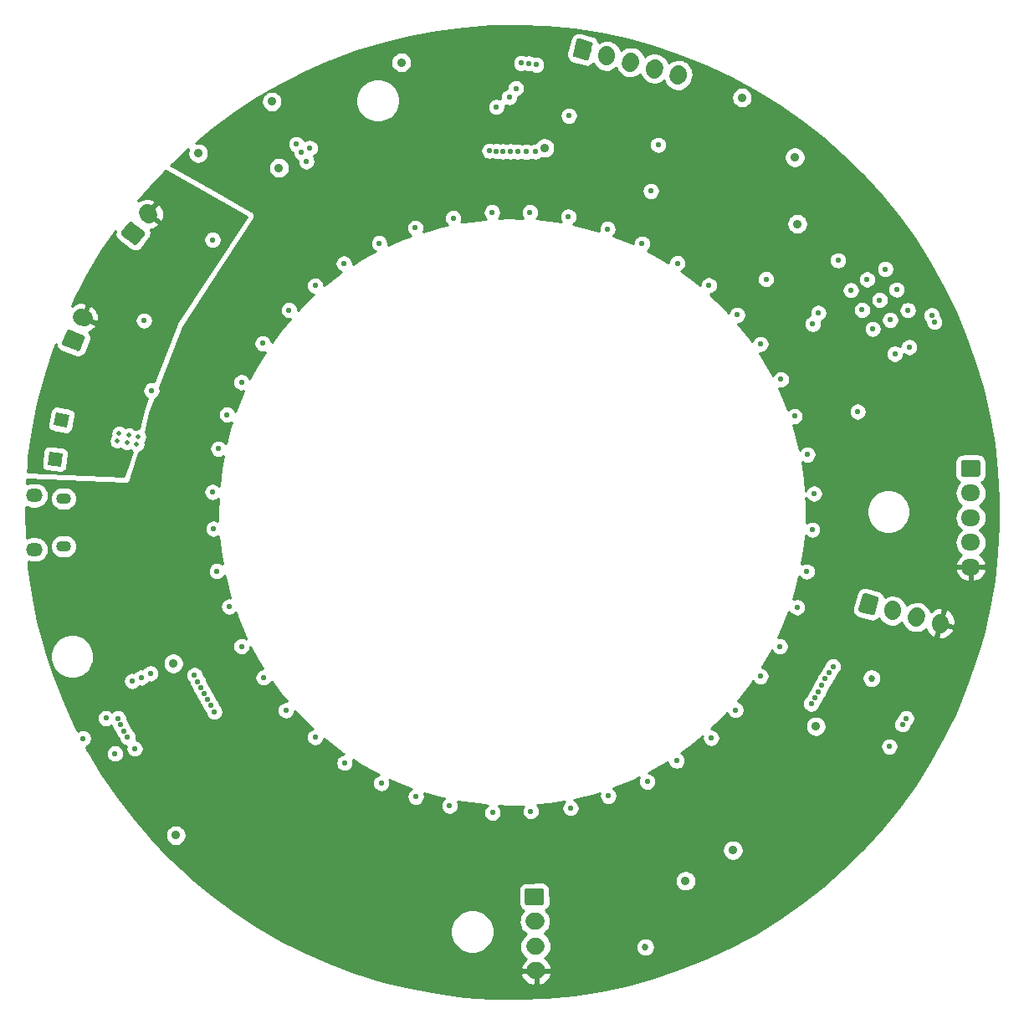
<source format=gbr>
G04 #@! TF.GenerationSoftware,KiCad,Pcbnew,(5.1.4)-1*
G04 #@! TF.CreationDate,2020-09-27T16:22:14-07:00*
G04 #@! TF.ProjectId,StarGazer,53746172-4761-47a6-9572-2e6b69636164,rev?*
G04 #@! TF.SameCoordinates,Original*
G04 #@! TF.FileFunction,Copper,L3,Inr*
G04 #@! TF.FilePolarity,Positive*
%FSLAX46Y46*%
G04 Gerber Fmt 4.6, Leading zero omitted, Abs format (unit mm)*
G04 Created by KiCad (PCBNEW (5.1.4)-1) date 2020-09-27 16:22:14*
%MOMM*%
%LPD*%
G04 APERTURE LIST*
%ADD10C,1.700000*%
%ADD11C,1.700000*%
%ADD12C,0.100000*%
%ADD13C,1.350000*%
%ADD14O,1.950000X1.700000*%
%ADD15O,1.700000X1.350000*%
%ADD16O,1.500000X1.100000*%
%ADD17C,0.550000*%
%ADD18C,0.470000*%
%ADD19C,0.889000*%
%ADD20C,0.685800*%
%ADD21C,0.254000*%
G04 APERTURE END LIST*
D10*
X203300000Y-101200000D03*
D11*
X203332352Y-101079259D02*
X203267648Y-101320741D01*
D10*
X200885185Y-100552952D03*
D11*
X200917537Y-100432211D02*
X200852833Y-100673693D01*
D10*
X198470371Y-99905905D03*
D11*
X198502723Y-99785164D02*
X198438019Y-100026646D01*
D12*
G36*
X195679995Y-98153804D02*
G01*
X195704368Y-98156608D01*
X195728349Y-98161788D01*
X196887460Y-98472371D01*
X196910818Y-98479876D01*
X196933327Y-98489634D01*
X196954772Y-98501551D01*
X196974945Y-98515514D01*
X196993653Y-98531386D01*
X197010715Y-98549016D01*
X197025967Y-98568233D01*
X197039261Y-98588852D01*
X197050471Y-98610675D01*
X197059488Y-98633492D01*
X197066224Y-98657083D01*
X197070616Y-98681220D01*
X197072621Y-98705672D01*
X197072220Y-98730203D01*
X197069416Y-98754576D01*
X197064236Y-98778557D01*
X196688949Y-100179150D01*
X196681445Y-100202507D01*
X196671686Y-100225017D01*
X196659769Y-100246462D01*
X196645806Y-100266635D01*
X196629934Y-100285343D01*
X196612305Y-100302405D01*
X196593088Y-100317657D01*
X196572468Y-100330951D01*
X196550645Y-100342161D01*
X196527828Y-100351177D01*
X196504237Y-100357914D01*
X196480100Y-100362306D01*
X196455648Y-100364311D01*
X196431117Y-100363910D01*
X196406744Y-100361106D01*
X196382763Y-100355926D01*
X195223652Y-100045343D01*
X195200294Y-100037838D01*
X195177785Y-100028080D01*
X195156340Y-100016163D01*
X195136167Y-100002200D01*
X195117459Y-99986328D01*
X195100397Y-99968698D01*
X195085145Y-99949481D01*
X195071851Y-99928862D01*
X195060641Y-99907039D01*
X195051624Y-99884222D01*
X195044888Y-99860631D01*
X195040496Y-99836494D01*
X195038491Y-99812042D01*
X195038892Y-99787511D01*
X195041696Y-99763138D01*
X195046876Y-99739157D01*
X195422163Y-98338564D01*
X195429667Y-98315207D01*
X195439426Y-98292697D01*
X195451343Y-98271252D01*
X195465306Y-98251079D01*
X195481178Y-98232371D01*
X195498807Y-98215309D01*
X195518024Y-98200057D01*
X195538644Y-98186763D01*
X195560467Y-98175553D01*
X195583284Y-98166537D01*
X195606875Y-98159800D01*
X195631012Y-98155408D01*
X195655464Y-98153403D01*
X195679995Y-98153804D01*
X195679995Y-98153804D01*
G37*
D10*
X196055556Y-99258857D03*
D13*
X114360000Y-80610000D03*
D12*
G36*
X114904800Y-81393864D02*
G01*
X113576136Y-81154800D01*
X113815200Y-79826136D01*
X115143864Y-80065200D01*
X114904800Y-81393864D01*
X114904800Y-81393864D01*
G37*
D13*
X113710000Y-84580000D03*
D12*
G36*
X114305552Y-85326035D02*
G01*
X112963965Y-85175552D01*
X113114448Y-83833965D01*
X114456035Y-83984448D01*
X114305552Y-85326035D01*
X114305552Y-85326035D01*
G37*
D10*
X123117904Y-59744617D03*
D11*
X122998901Y-59653303D02*
X123236907Y-59835931D01*
D12*
G36*
X121382593Y-60545952D02*
G01*
X121406966Y-60548756D01*
X121430947Y-60553936D01*
X121454305Y-60561441D01*
X121476814Y-60571199D01*
X121498259Y-60583116D01*
X121518432Y-60597079D01*
X122708462Y-61510221D01*
X122727170Y-61526093D01*
X122744232Y-61543723D01*
X122759484Y-61562940D01*
X122772778Y-61583559D01*
X122783988Y-61605382D01*
X122793005Y-61628199D01*
X122799741Y-61651790D01*
X122804133Y-61675927D01*
X122806138Y-61700379D01*
X122805737Y-61724910D01*
X122802933Y-61749283D01*
X122797753Y-61773264D01*
X122790248Y-61796621D01*
X122780490Y-61819131D01*
X122768573Y-61840576D01*
X122754610Y-61860749D01*
X122024096Y-62812773D01*
X122008224Y-62831481D01*
X121990594Y-62848543D01*
X121971377Y-62863795D01*
X121950758Y-62877089D01*
X121928935Y-62888299D01*
X121906118Y-62897316D01*
X121882527Y-62904052D01*
X121858390Y-62908444D01*
X121833938Y-62910449D01*
X121809407Y-62910048D01*
X121785034Y-62907244D01*
X121761053Y-62902064D01*
X121737695Y-62894559D01*
X121715186Y-62884801D01*
X121693741Y-62872884D01*
X121673568Y-62858921D01*
X120483538Y-61945779D01*
X120464830Y-61929907D01*
X120447768Y-61912277D01*
X120432516Y-61893060D01*
X120419222Y-61872441D01*
X120408012Y-61850618D01*
X120398995Y-61827801D01*
X120392259Y-61804210D01*
X120387867Y-61780073D01*
X120385862Y-61755621D01*
X120386263Y-61731090D01*
X120389067Y-61706717D01*
X120394247Y-61682736D01*
X120401752Y-61659379D01*
X120411510Y-61636869D01*
X120423427Y-61615424D01*
X120437390Y-61595251D01*
X121167904Y-60643227D01*
X121183776Y-60624519D01*
X121201406Y-60607457D01*
X121220623Y-60592205D01*
X121241242Y-60578911D01*
X121263065Y-60567701D01*
X121285882Y-60558684D01*
X121309473Y-60551948D01*
X121333610Y-60547556D01*
X121358062Y-60545551D01*
X121382593Y-60545952D01*
X121382593Y-60545952D01*
G37*
D10*
X121596000Y-61728000D03*
D14*
X206370000Y-95510000D03*
X206370000Y-93010000D03*
X206370000Y-90510000D03*
X206370000Y-88010000D03*
D12*
G36*
X207119504Y-84661204D02*
G01*
X207143773Y-84664804D01*
X207167571Y-84670765D01*
X207190671Y-84679030D01*
X207212849Y-84689520D01*
X207233893Y-84702133D01*
X207253598Y-84716747D01*
X207271777Y-84733223D01*
X207288253Y-84751402D01*
X207302867Y-84771107D01*
X207315480Y-84792151D01*
X207325970Y-84814329D01*
X207334235Y-84837429D01*
X207340196Y-84861227D01*
X207343796Y-84885496D01*
X207345000Y-84910000D01*
X207345000Y-86110000D01*
X207343796Y-86134504D01*
X207340196Y-86158773D01*
X207334235Y-86182571D01*
X207325970Y-86205671D01*
X207315480Y-86227849D01*
X207302867Y-86248893D01*
X207288253Y-86268598D01*
X207271777Y-86286777D01*
X207253598Y-86303253D01*
X207233893Y-86317867D01*
X207212849Y-86330480D01*
X207190671Y-86340970D01*
X207167571Y-86349235D01*
X207143773Y-86355196D01*
X207119504Y-86358796D01*
X207095000Y-86360000D01*
X205645000Y-86360000D01*
X205620496Y-86358796D01*
X205596227Y-86355196D01*
X205572429Y-86349235D01*
X205549329Y-86340970D01*
X205527151Y-86330480D01*
X205506107Y-86317867D01*
X205486402Y-86303253D01*
X205468223Y-86286777D01*
X205451747Y-86268598D01*
X205437133Y-86248893D01*
X205424520Y-86227849D01*
X205414030Y-86205671D01*
X205405765Y-86182571D01*
X205399804Y-86158773D01*
X205396204Y-86134504D01*
X205395000Y-86110000D01*
X205395000Y-84910000D01*
X205396204Y-84885496D01*
X205399804Y-84861227D01*
X205405765Y-84837429D01*
X205414030Y-84814329D01*
X205424520Y-84792151D01*
X205437133Y-84771107D01*
X205451747Y-84751402D01*
X205468223Y-84733223D01*
X205486402Y-84716747D01*
X205506107Y-84702133D01*
X205527151Y-84689520D01*
X205549329Y-84679030D01*
X205572429Y-84670765D01*
X205596227Y-84664804D01*
X205620496Y-84661204D01*
X205645000Y-84660000D01*
X207095000Y-84660000D01*
X207119504Y-84661204D01*
X207119504Y-84661204D01*
G37*
D10*
X206370000Y-85510000D03*
X176775258Y-45706190D03*
D11*
X176807610Y-45585449D02*
X176742906Y-45826931D01*
D10*
X174360444Y-45059143D03*
D11*
X174392796Y-44938402D02*
X174328092Y-45179884D01*
D10*
X171945629Y-44412095D03*
D11*
X171977981Y-44291354D02*
X171913277Y-44532836D01*
D10*
X169530815Y-43765048D03*
D11*
X169563167Y-43644307D02*
X169498463Y-43885789D01*
D12*
G36*
X166740439Y-42012947D02*
G01*
X166764812Y-42015751D01*
X166788793Y-42020931D01*
X167947904Y-42331514D01*
X167971262Y-42339019D01*
X167993771Y-42348777D01*
X168015216Y-42360694D01*
X168035389Y-42374657D01*
X168054097Y-42390529D01*
X168071159Y-42408159D01*
X168086411Y-42427376D01*
X168099705Y-42447995D01*
X168110915Y-42469818D01*
X168119932Y-42492635D01*
X168126668Y-42516226D01*
X168131060Y-42540363D01*
X168133065Y-42564815D01*
X168132664Y-42589346D01*
X168129860Y-42613719D01*
X168124680Y-42637700D01*
X167749393Y-44038293D01*
X167741889Y-44061650D01*
X167732130Y-44084160D01*
X167720213Y-44105605D01*
X167706250Y-44125778D01*
X167690378Y-44144486D01*
X167672749Y-44161548D01*
X167653532Y-44176800D01*
X167632912Y-44190094D01*
X167611089Y-44201304D01*
X167588272Y-44210320D01*
X167564681Y-44217057D01*
X167540544Y-44221449D01*
X167516092Y-44223454D01*
X167491561Y-44223053D01*
X167467188Y-44220249D01*
X167443207Y-44215069D01*
X166284096Y-43904486D01*
X166260738Y-43896981D01*
X166238229Y-43887223D01*
X166216784Y-43875306D01*
X166196611Y-43861343D01*
X166177903Y-43845471D01*
X166160841Y-43827841D01*
X166145589Y-43808624D01*
X166132295Y-43788005D01*
X166121085Y-43766182D01*
X166112068Y-43743365D01*
X166105332Y-43719774D01*
X166100940Y-43695637D01*
X166098935Y-43671185D01*
X166099336Y-43646654D01*
X166102140Y-43622281D01*
X166107320Y-43598300D01*
X166482607Y-42197707D01*
X166490111Y-42174350D01*
X166499870Y-42151840D01*
X166511787Y-42130395D01*
X166525750Y-42110222D01*
X166541622Y-42091514D01*
X166559251Y-42074452D01*
X166578468Y-42059200D01*
X166599088Y-42045906D01*
X166620911Y-42034696D01*
X166643728Y-42025680D01*
X166667319Y-42018943D01*
X166691456Y-42014551D01*
X166715908Y-42012546D01*
X166740439Y-42012947D01*
X166740439Y-42012947D01*
G37*
D10*
X167116000Y-43118000D03*
X162380000Y-136360000D03*
D11*
X162504968Y-136357164D02*
X162255032Y-136362836D01*
D10*
X162323282Y-133860643D03*
D11*
X162448250Y-133857807D02*
X162198314Y-133863479D01*
D10*
X162266563Y-131361287D03*
D11*
X162391531Y-131358451D02*
X162141595Y-131364123D01*
D12*
G36*
X162939899Y-127996348D02*
G01*
X162964243Y-127999396D01*
X162988171Y-128004816D01*
X163011452Y-128012555D01*
X163033863Y-128022539D01*
X163055187Y-128034671D01*
X163075219Y-128048835D01*
X163093767Y-128064894D01*
X163110651Y-128082694D01*
X163125709Y-128102063D01*
X163138796Y-128122815D01*
X163149786Y-128144750D01*
X163158573Y-128167656D01*
X163165073Y-128191313D01*
X163169222Y-128215493D01*
X163170982Y-128239964D01*
X163198207Y-129439655D01*
X163197559Y-129464180D01*
X163194511Y-129488524D01*
X163189091Y-129512452D01*
X163181352Y-129535733D01*
X163171368Y-129558144D01*
X163159236Y-129579468D01*
X163145072Y-129599500D01*
X163129013Y-129618048D01*
X163111213Y-129634932D01*
X163091844Y-129649990D01*
X163071092Y-129663077D01*
X163049157Y-129674067D01*
X163026251Y-129682854D01*
X163002594Y-129689354D01*
X162978414Y-129693503D01*
X162953943Y-129695263D01*
X161504316Y-129728160D01*
X161479791Y-129727512D01*
X161455447Y-129724464D01*
X161431519Y-129719044D01*
X161408238Y-129711305D01*
X161385827Y-129701321D01*
X161364503Y-129689189D01*
X161344471Y-129675025D01*
X161325923Y-129658966D01*
X161309039Y-129641166D01*
X161293981Y-129621797D01*
X161280894Y-129601045D01*
X161269904Y-129579110D01*
X161261117Y-129556204D01*
X161254617Y-129532547D01*
X161250468Y-129508367D01*
X161248708Y-129483896D01*
X161221483Y-128284205D01*
X161222131Y-128259680D01*
X161225179Y-128235336D01*
X161230599Y-128211408D01*
X161238338Y-128188127D01*
X161248322Y-128165716D01*
X161260454Y-128144392D01*
X161274618Y-128124360D01*
X161290677Y-128105812D01*
X161308477Y-128088928D01*
X161327846Y-128073870D01*
X161348598Y-128060783D01*
X161370533Y-128049793D01*
X161393439Y-128041006D01*
X161417096Y-128034506D01*
X161441276Y-128030357D01*
X161465747Y-128028597D01*
X162915374Y-127995700D01*
X162939899Y-127996348D01*
X162939899Y-127996348D01*
G37*
D10*
X162209845Y-128861930D03*
X116522709Y-70238301D03*
D11*
X116384127Y-70180898D02*
X116661291Y-70295704D01*
D12*
G36*
X115127204Y-71457864D02*
G01*
X115151473Y-71461464D01*
X115175271Y-71467425D01*
X115198371Y-71475690D01*
X116584191Y-72049715D01*
X116606369Y-72060205D01*
X116627413Y-72072818D01*
X116647118Y-72087432D01*
X116665297Y-72103908D01*
X116681773Y-72122087D01*
X116696387Y-72141792D01*
X116709000Y-72162836D01*
X116719490Y-72185014D01*
X116727755Y-72208114D01*
X116733716Y-72231912D01*
X116737316Y-72256181D01*
X116738520Y-72280685D01*
X116737316Y-72305189D01*
X116733716Y-72329458D01*
X116727755Y-72353256D01*
X116719490Y-72376356D01*
X116260270Y-73485011D01*
X116249780Y-73507189D01*
X116237167Y-73528233D01*
X116222553Y-73547938D01*
X116206077Y-73566117D01*
X116187898Y-73582593D01*
X116168193Y-73597207D01*
X116147149Y-73609820D01*
X116124971Y-73620310D01*
X116101871Y-73628575D01*
X116078073Y-73634536D01*
X116053804Y-73638136D01*
X116029300Y-73639340D01*
X116004796Y-73638136D01*
X115980527Y-73634536D01*
X115956729Y-73628575D01*
X115933629Y-73620310D01*
X114547809Y-73046285D01*
X114525631Y-73035795D01*
X114504587Y-73023182D01*
X114484882Y-73008568D01*
X114466703Y-72992092D01*
X114450227Y-72973913D01*
X114435613Y-72954208D01*
X114423000Y-72933164D01*
X114412510Y-72910986D01*
X114404245Y-72887886D01*
X114398284Y-72864088D01*
X114394684Y-72839819D01*
X114393480Y-72815315D01*
X114394684Y-72790811D01*
X114398284Y-72766542D01*
X114404245Y-72742744D01*
X114412510Y-72719644D01*
X114871730Y-71610989D01*
X114882220Y-71588811D01*
X114894833Y-71567767D01*
X114909447Y-71548062D01*
X114925923Y-71529883D01*
X114944102Y-71513407D01*
X114963807Y-71498793D01*
X114984851Y-71486180D01*
X115007029Y-71475690D01*
X115030129Y-71467425D01*
X115053927Y-71461464D01*
X115078196Y-71457864D01*
X115102700Y-71456660D01*
X115127204Y-71457864D01*
X115127204Y-71457864D01*
G37*
D10*
X115566000Y-72548000D03*
D15*
X111570000Y-93710000D03*
X111570000Y-88250000D03*
D16*
X114570000Y-93400000D03*
X114570000Y-88560000D03*
D17*
X198870000Y-67420000D03*
X197160000Y-68470000D03*
X195890000Y-66390000D03*
X194240000Y-67470000D03*
X195380000Y-69470000D03*
X196460000Y-71400000D03*
X138660000Y-53540000D03*
X139490000Y-53080000D03*
X138130000Y-52700000D03*
X139140000Y-54450000D03*
X197730000Y-65330000D03*
X200010000Y-69500000D03*
X198220000Y-70490000D03*
D18*
X121150000Y-82160000D03*
X121980000Y-83100000D03*
X120200000Y-81950000D03*
X120020000Y-82730000D03*
X120990000Y-82920000D03*
X122150000Y-82340000D03*
D19*
X182312811Y-124155207D03*
D17*
X161760000Y-59590000D03*
X169620000Y-61280000D03*
X176690000Y-64750000D03*
X182740000Y-69980000D03*
X187160000Y-76500000D03*
X189830000Y-84110000D03*
X190330000Y-91720000D03*
X188800000Y-99570000D03*
X180110000Y-112790000D03*
X173640000Y-117210000D03*
X165880000Y-119880000D03*
X157970000Y-120360000D03*
X150210000Y-118740000D03*
X143000000Y-115310000D03*
X137070000Y-110000000D03*
X132570000Y-103520000D03*
X130090000Y-95910000D03*
X129650000Y-87900000D03*
X131120000Y-80070000D03*
X134720000Y-72860000D03*
X140020000Y-67010000D03*
X146510000Y-62720000D03*
X154000000Y-60180000D03*
D19*
X148750000Y-44420000D03*
X125680000Y-105240000D03*
X125940000Y-122640000D03*
D17*
X185090000Y-106550000D03*
D19*
X190710000Y-111620000D03*
D17*
X123460000Y-77620000D03*
X122710000Y-70550000D03*
X129650000Y-62370000D03*
D19*
X128180000Y-53620000D03*
X135640000Y-48390000D03*
X136370000Y-55090000D03*
D17*
X174000000Y-57440000D03*
X174740000Y-52770000D03*
X165700000Y-49820000D03*
D19*
X183210000Y-47980000D03*
X188584239Y-54025761D03*
X188830000Y-60760000D03*
D17*
X194940000Y-79760000D03*
D19*
X163240000Y-53080000D03*
X177520800Y-127245256D03*
D17*
X185660000Y-66360000D03*
D20*
X196340000Y-106740000D03*
X173450000Y-133950000D03*
D19*
X157073209Y-43133209D03*
X120120000Y-116020000D03*
D17*
X140870000Y-48070000D03*
X141680000Y-49870000D03*
X142390000Y-51550000D03*
X143690000Y-51040000D03*
X142960000Y-49340000D03*
X142230000Y-47530000D03*
X139540000Y-48650000D03*
X140470000Y-50470000D03*
X141340000Y-52050000D03*
D19*
X190260000Y-59210000D03*
D17*
X194320000Y-115050000D03*
X185139928Y-127132308D03*
D19*
X178160472Y-129256580D03*
D20*
X185368728Y-122001272D03*
X199270000Y-108570000D03*
X175510000Y-133260000D03*
D17*
X161620000Y-44530000D03*
X120080000Y-110800000D03*
X198140000Y-113660000D03*
X116530000Y-112830000D03*
X192950000Y-64460000D03*
X119720000Y-84720000D03*
X202420000Y-70010000D03*
X202690000Y-70680000D03*
X137380000Y-69490000D03*
X158360000Y-48930000D03*
X157670000Y-53370000D03*
X142940000Y-64780000D03*
X158360000Y-53400000D03*
X150160000Y-61170000D03*
X159054000Y-53428000D03*
X157930000Y-59590000D03*
X159816000Y-53428000D03*
X165658000Y-60032000D03*
X160510000Y-53450000D03*
X173120000Y-62770000D03*
X179880000Y-66990000D03*
X161400000Y-53460000D03*
X185100000Y-72920000D03*
X162300000Y-53450000D03*
X121770000Y-113870000D03*
X153640000Y-119660000D03*
X129830000Y-110140000D03*
X146720000Y-117370000D03*
X129480000Y-109520000D03*
X140020000Y-112710000D03*
X129130000Y-108900000D03*
X134820000Y-106670000D03*
X128790000Y-108300000D03*
X131320000Y-99500000D03*
X128450000Y-107690000D03*
X129750000Y-91620000D03*
X128150000Y-107070000D03*
X130240000Y-83520000D03*
X127820000Y-106440000D03*
X132570000Y-76790000D03*
X199830000Y-110800000D03*
X188540000Y-80230000D03*
X192430000Y-105560000D03*
X190510000Y-88060000D03*
X192040000Y-106200000D03*
X189780000Y-95950000D03*
X191660000Y-106800000D03*
X187050000Y-103520000D03*
X191280000Y-107440000D03*
X182580000Y-109950000D03*
X190950000Y-108100000D03*
X176610000Y-115090000D03*
X190600000Y-108720000D03*
X169700000Y-118660000D03*
X190230000Y-109330000D03*
X161850000Y-120210000D03*
X120330000Y-111470000D03*
X121510000Y-107040000D03*
X160910000Y-44500000D03*
X120670000Y-112080000D03*
X122410000Y-106690000D03*
X160340000Y-47050000D03*
X190960000Y-69770000D03*
X162390000Y-44670000D03*
X119780000Y-114370000D03*
X118850000Y-110780000D03*
X199470000Y-111410000D03*
X121050000Y-112710000D03*
X123350000Y-106260000D03*
X159670000Y-47940000D03*
X190390000Y-70890000D03*
X200140000Y-73240000D03*
X198690000Y-73910000D03*
D21*
G36*
X163435946Y-40828166D02*
G01*
X166208198Y-41103685D01*
X168960422Y-41535603D01*
X171683803Y-42122536D01*
X174369615Y-42862605D01*
X177009257Y-43753438D01*
X179594271Y-44792182D01*
X182116379Y-45975510D01*
X184567500Y-47299632D01*
X186939783Y-48760304D01*
X189225629Y-50352849D01*
X191417715Y-52072166D01*
X193509020Y-53912745D01*
X195492845Y-55868693D01*
X197362834Y-57933743D01*
X199112998Y-60101280D01*
X200737730Y-62364361D01*
X202231827Y-64715737D01*
X203590501Y-67147875D01*
X204809400Y-69652985D01*
X205884620Y-72223042D01*
X206812718Y-74849813D01*
X207590719Y-77524884D01*
X208216132Y-80239686D01*
X208686953Y-82985523D01*
X209001674Y-85753598D01*
X209159287Y-88535045D01*
X209159287Y-91320955D01*
X209001674Y-94102402D01*
X208686953Y-96870477D01*
X208216132Y-99616314D01*
X207590719Y-102331116D01*
X206812718Y-105006187D01*
X205884620Y-107632958D01*
X204809400Y-110203015D01*
X203590501Y-112708125D01*
X202231827Y-115140263D01*
X200737730Y-117491639D01*
X199112998Y-119754720D01*
X197362834Y-121922257D01*
X195492845Y-123987307D01*
X193509020Y-125943255D01*
X191417715Y-127783834D01*
X189225629Y-129503151D01*
X186939783Y-131095696D01*
X184567500Y-132556368D01*
X182116379Y-133880490D01*
X179594271Y-135063818D01*
X177009257Y-136102562D01*
X174369615Y-136993395D01*
X171683803Y-137733464D01*
X168960422Y-138320397D01*
X166208198Y-138752315D01*
X163435946Y-139027834D01*
X160652547Y-139146071D01*
X157866917Y-139106648D01*
X155087978Y-138909691D01*
X152324633Y-138555831D01*
X149585734Y-138046202D01*
X146880054Y-137382435D01*
X144822569Y-136752337D01*
X160822024Y-136752337D01*
X160920090Y-137013148D01*
X161072611Y-137261086D01*
X161270571Y-137474506D01*
X161506363Y-137645204D01*
X161770926Y-137766622D01*
X162054092Y-137834093D01*
X162283120Y-137688705D01*
X162255914Y-136489849D01*
X160938098Y-136519754D01*
X160822024Y-136752337D01*
X144822569Y-136752337D01*
X144216260Y-136566657D01*
X143992686Y-136484086D01*
X162509849Y-136484086D01*
X162537054Y-137682942D01*
X162772441Y-137817792D01*
X163052256Y-137737545D01*
X163311038Y-137604250D01*
X163538845Y-137423032D01*
X163726919Y-137200851D01*
X163868035Y-136946249D01*
X163954170Y-136681259D01*
X163827664Y-136454181D01*
X162509849Y-136484086D01*
X143992686Y-136484086D01*
X141602886Y-135601482D01*
X139048301Y-134490000D01*
X136560691Y-133235773D01*
X134698540Y-132160660D01*
X153693000Y-132160660D01*
X153693000Y-132599340D01*
X153778582Y-133029592D01*
X153946458Y-133434880D01*
X154190176Y-133799630D01*
X154500370Y-134109824D01*
X154865120Y-134353542D01*
X155270408Y-134521418D01*
X155700660Y-134607000D01*
X156139340Y-134607000D01*
X156569592Y-134521418D01*
X156974880Y-134353542D01*
X157339630Y-134109824D01*
X157649824Y-133799630D01*
X157893542Y-133434880D01*
X158061418Y-133029592D01*
X158147000Y-132599340D01*
X158147000Y-132160660D01*
X158061418Y-131730408D01*
X157893542Y-131325120D01*
X157649824Y-130960370D01*
X157339630Y-130650176D01*
X156974880Y-130406458D01*
X156569592Y-130238582D01*
X156139340Y-130153000D01*
X155700660Y-130153000D01*
X155270408Y-130238582D01*
X154865120Y-130406458D01*
X154500370Y-130650176D01*
X154190176Y-130960370D01*
X153946458Y-131325120D01*
X153778582Y-131730408D01*
X153693000Y-132160660D01*
X134698540Y-132160660D01*
X134148023Y-131842819D01*
X131818025Y-130315598D01*
X129578162Y-128659004D01*
X129144390Y-128298499D01*
X160591613Y-128298499D01*
X160618838Y-129498190D01*
X160639638Y-129669448D01*
X160693449Y-129833357D01*
X160778204Y-129983619D01*
X160890645Y-130114459D01*
X161026451Y-130220849D01*
X161139363Y-130277947D01*
X161068606Y-130338754D01*
X160889184Y-130567786D01*
X160757891Y-130827421D01*
X160679772Y-131107680D01*
X160657832Y-131397795D01*
X160692910Y-131686616D01*
X160783662Y-131963043D01*
X160926598Y-132216455D01*
X161116226Y-132437112D01*
X161345258Y-132616534D01*
X161375505Y-132631830D01*
X161345982Y-132648482D01*
X161125325Y-132838110D01*
X160945903Y-133067142D01*
X160814610Y-133326777D01*
X160736491Y-133607036D01*
X160714551Y-133897151D01*
X160749629Y-134185972D01*
X160840381Y-134462399D01*
X160983317Y-134715811D01*
X161172945Y-134936468D01*
X161401977Y-135115890D01*
X161430594Y-135130361D01*
X161221155Y-135296968D01*
X161033081Y-135519149D01*
X160891965Y-135773751D01*
X160805830Y-136038741D01*
X160932336Y-136265819D01*
X162250151Y-136235914D01*
X162249697Y-136215919D01*
X162503632Y-136210156D01*
X162504086Y-136230151D01*
X163821902Y-136200246D01*
X163937976Y-135967663D01*
X163839910Y-135706852D01*
X163687389Y-135458914D01*
X163489429Y-135245494D01*
X163272649Y-135088559D01*
X163300581Y-135072804D01*
X163521239Y-134883176D01*
X163700661Y-134654144D01*
X163831954Y-134394509D01*
X163910073Y-134114250D01*
X163929718Y-133854473D01*
X172480100Y-133854473D01*
X172480100Y-134045527D01*
X172517373Y-134232909D01*
X172590486Y-134409420D01*
X172696629Y-134568275D01*
X172831725Y-134703371D01*
X172990580Y-134809514D01*
X173167091Y-134882627D01*
X173354473Y-134919900D01*
X173545527Y-134919900D01*
X173732909Y-134882627D01*
X173909420Y-134809514D01*
X174068275Y-134703371D01*
X174203371Y-134568275D01*
X174309514Y-134409420D01*
X174382627Y-134232909D01*
X174419900Y-134045527D01*
X174419900Y-133854473D01*
X174382627Y-133667091D01*
X174309514Y-133490580D01*
X174203371Y-133331725D01*
X174068275Y-133196629D01*
X173909420Y-133090486D01*
X173732909Y-133017373D01*
X173545527Y-132980100D01*
X173354473Y-132980100D01*
X173167091Y-133017373D01*
X172990580Y-133090486D01*
X172831725Y-133196629D01*
X172696629Y-133331725D01*
X172590486Y-133490580D01*
X172517373Y-133667091D01*
X172480100Y-133854473D01*
X163929718Y-133854473D01*
X163932013Y-133824135D01*
X163896934Y-133535314D01*
X163806182Y-133258887D01*
X163663246Y-133005475D01*
X163473619Y-132784818D01*
X163244586Y-132605396D01*
X163214339Y-132590100D01*
X163243862Y-132573448D01*
X163464520Y-132383820D01*
X163643942Y-132154788D01*
X163775235Y-131895153D01*
X163853354Y-131614894D01*
X163875294Y-131324779D01*
X163840215Y-131035958D01*
X163749463Y-130759531D01*
X163606527Y-130506119D01*
X163416900Y-130285462D01*
X163343459Y-130227929D01*
X163453666Y-130165767D01*
X163584506Y-130053326D01*
X163690896Y-129917520D01*
X163768747Y-129763568D01*
X163815067Y-129597387D01*
X163828077Y-129425361D01*
X163800852Y-128225670D01*
X163780052Y-128054412D01*
X163726241Y-127890503D01*
X163641486Y-127740241D01*
X163529045Y-127609401D01*
X163393239Y-127503011D01*
X163239287Y-127425160D01*
X163073106Y-127378840D01*
X162901080Y-127365830D01*
X161451453Y-127398727D01*
X161280195Y-127419527D01*
X161116286Y-127473338D01*
X160966024Y-127558093D01*
X160835184Y-127670534D01*
X160728794Y-127806340D01*
X160650943Y-127960292D01*
X160604623Y-128126473D01*
X160591613Y-128298499D01*
X129144390Y-128298499D01*
X127750109Y-127139722D01*
X176449300Y-127139722D01*
X176449300Y-127350790D01*
X176490477Y-127557801D01*
X176571249Y-127752802D01*
X176688511Y-127928298D01*
X176837758Y-128077545D01*
X177013254Y-128194807D01*
X177208255Y-128275579D01*
X177415266Y-128316756D01*
X177626334Y-128316756D01*
X177833345Y-128275579D01*
X178028346Y-128194807D01*
X178203842Y-128077545D01*
X178353089Y-127928298D01*
X178470351Y-127752802D01*
X178551123Y-127557801D01*
X178592300Y-127350790D01*
X178592300Y-127139722D01*
X178551123Y-126932711D01*
X178470351Y-126737710D01*
X178353089Y-126562214D01*
X178203842Y-126412967D01*
X178028346Y-126295705D01*
X177833345Y-126214933D01*
X177626334Y-126173756D01*
X177415266Y-126173756D01*
X177208255Y-126214933D01*
X177013254Y-126295705D01*
X176837758Y-126412967D01*
X176688511Y-126562214D01*
X176571249Y-126737710D01*
X176490477Y-126932711D01*
X176449300Y-127139722D01*
X127750109Y-127139722D01*
X127435608Y-126878343D01*
X125397227Y-124979319D01*
X124506234Y-124049673D01*
X181241311Y-124049673D01*
X181241311Y-124260741D01*
X181282488Y-124467752D01*
X181363260Y-124662753D01*
X181480522Y-124838249D01*
X181629769Y-124987496D01*
X181805265Y-125104758D01*
X182000266Y-125185530D01*
X182207277Y-125226707D01*
X182418345Y-125226707D01*
X182625356Y-125185530D01*
X182820357Y-125104758D01*
X182995853Y-124987496D01*
X183145100Y-124838249D01*
X183262362Y-124662753D01*
X183343134Y-124467752D01*
X183384311Y-124260741D01*
X183384311Y-124049673D01*
X183343134Y-123842662D01*
X183262362Y-123647661D01*
X183145100Y-123472165D01*
X182995853Y-123322918D01*
X182820357Y-123205656D01*
X182625356Y-123124884D01*
X182418345Y-123083707D01*
X182207277Y-123083707D01*
X182000266Y-123124884D01*
X181805265Y-123205656D01*
X181629769Y-123322918D01*
X181480522Y-123472165D01*
X181363260Y-123647661D01*
X181282488Y-123842662D01*
X181241311Y-124049673D01*
X124506234Y-124049673D01*
X123469548Y-122968014D01*
X123098733Y-122534466D01*
X124868500Y-122534466D01*
X124868500Y-122745534D01*
X124909677Y-122952545D01*
X124990449Y-123147546D01*
X125107711Y-123323042D01*
X125256958Y-123472289D01*
X125432454Y-123589551D01*
X125627455Y-123670323D01*
X125834466Y-123711500D01*
X126045534Y-123711500D01*
X126252545Y-123670323D01*
X126447546Y-123589551D01*
X126623042Y-123472289D01*
X126772289Y-123323042D01*
X126889551Y-123147546D01*
X126970323Y-122952545D01*
X127011500Y-122745534D01*
X127011500Y-122534466D01*
X126970323Y-122327455D01*
X126889551Y-122132454D01*
X126772289Y-121956958D01*
X126623042Y-121807711D01*
X126447546Y-121690449D01*
X126252545Y-121609677D01*
X126045534Y-121568500D01*
X125834466Y-121568500D01*
X125627455Y-121609677D01*
X125432454Y-121690449D01*
X125256958Y-121807711D01*
X125107711Y-121956958D01*
X124990449Y-122132454D01*
X124909677Y-122327455D01*
X124868500Y-122534466D01*
X123098733Y-122534466D01*
X121658746Y-120850873D01*
X119970622Y-118634676D01*
X118410583Y-116326523D01*
X117190779Y-114281161D01*
X118878000Y-114281161D01*
X118878000Y-114458839D01*
X118912664Y-114633104D01*
X118980658Y-114797257D01*
X119079371Y-114944991D01*
X119205009Y-115070629D01*
X119352743Y-115169342D01*
X119516896Y-115237336D01*
X119691161Y-115272000D01*
X119868839Y-115272000D01*
X120043104Y-115237336D01*
X120207257Y-115169342D01*
X120354991Y-115070629D01*
X120480629Y-114944991D01*
X120579342Y-114797257D01*
X120647336Y-114633104D01*
X120682000Y-114458839D01*
X120682000Y-114281161D01*
X120647336Y-114106896D01*
X120579342Y-113942743D01*
X120480629Y-113795009D01*
X120354991Y-113669371D01*
X120207257Y-113570658D01*
X120043104Y-113502664D01*
X119868839Y-113468000D01*
X119691161Y-113468000D01*
X119516896Y-113502664D01*
X119352743Y-113570658D01*
X119205009Y-113669371D01*
X119079371Y-113795009D01*
X118980658Y-113942743D01*
X118912664Y-114106896D01*
X118878000Y-114281161D01*
X117190779Y-114281161D01*
X116983626Y-113933808D01*
X116848247Y-113674495D01*
X116957257Y-113629342D01*
X117104991Y-113530629D01*
X117230629Y-113404991D01*
X117329342Y-113257257D01*
X117397336Y-113093104D01*
X117432000Y-112918839D01*
X117432000Y-112741161D01*
X117397336Y-112566896D01*
X117329342Y-112402743D01*
X117230629Y-112255009D01*
X117104991Y-112129371D01*
X116957257Y-112030658D01*
X116793104Y-111962664D01*
X116618839Y-111928000D01*
X116441161Y-111928000D01*
X116266896Y-111962664D01*
X116102743Y-112030658D01*
X116019198Y-112086481D01*
X115694323Y-111464195D01*
X115344890Y-110691161D01*
X117948000Y-110691161D01*
X117948000Y-110868839D01*
X117982664Y-111043104D01*
X118050658Y-111207257D01*
X118149371Y-111354991D01*
X118275009Y-111480629D01*
X118422743Y-111579342D01*
X118586896Y-111647336D01*
X118761161Y-111682000D01*
X118938839Y-111682000D01*
X119113104Y-111647336D01*
X119277257Y-111579342D01*
X119424991Y-111480629D01*
X119428000Y-111477620D01*
X119428000Y-111558839D01*
X119462664Y-111733104D01*
X119530658Y-111897257D01*
X119629371Y-112044991D01*
X119755009Y-112170629D01*
X119770402Y-112180914D01*
X119802664Y-112343104D01*
X119870658Y-112507257D01*
X119969371Y-112654991D01*
X120095009Y-112780629D01*
X120151945Y-112818673D01*
X120182664Y-112973104D01*
X120250658Y-113137257D01*
X120349371Y-113284991D01*
X120475009Y-113410629D01*
X120622743Y-113509342D01*
X120786896Y-113577336D01*
X120905164Y-113600861D01*
X120902664Y-113606896D01*
X120868000Y-113781161D01*
X120868000Y-113958839D01*
X120902664Y-114133104D01*
X120970658Y-114297257D01*
X121069371Y-114444991D01*
X121195009Y-114570629D01*
X121342743Y-114669342D01*
X121506896Y-114737336D01*
X121681161Y-114772000D01*
X121858839Y-114772000D01*
X122033104Y-114737336D01*
X122197257Y-114669342D01*
X122344991Y-114570629D01*
X122470629Y-114444991D01*
X122569342Y-114297257D01*
X122637336Y-114133104D01*
X122672000Y-113958839D01*
X122672000Y-113781161D01*
X122637336Y-113606896D01*
X122569342Y-113442743D01*
X122470629Y-113295009D01*
X122344991Y-113169371D01*
X122197257Y-113070658D01*
X122033104Y-113002664D01*
X121914836Y-112979139D01*
X121917336Y-112973104D01*
X121952000Y-112798839D01*
X121952000Y-112621161D01*
X121917336Y-112446896D01*
X121849342Y-112282743D01*
X121750629Y-112135009D01*
X121624991Y-112009371D01*
X121568055Y-111971327D01*
X121537336Y-111816896D01*
X121469342Y-111652743D01*
X121370629Y-111505009D01*
X121244991Y-111379371D01*
X121229598Y-111369086D01*
X121197336Y-111206896D01*
X121129342Y-111042743D01*
X121030629Y-110895009D01*
X120982000Y-110846380D01*
X120982000Y-110711161D01*
X120947336Y-110536896D01*
X120879342Y-110372743D01*
X120780629Y-110225009D01*
X120654991Y-110099371D01*
X120507257Y-110000658D01*
X120343104Y-109932664D01*
X120168839Y-109898000D01*
X119991161Y-109898000D01*
X119816896Y-109932664D01*
X119652743Y-110000658D01*
X119505009Y-110099371D01*
X119475000Y-110129380D01*
X119424991Y-110079371D01*
X119277257Y-109980658D01*
X119113104Y-109912664D01*
X118938839Y-109878000D01*
X118761161Y-109878000D01*
X118586896Y-109912664D01*
X118422743Y-109980658D01*
X118275009Y-110079371D01*
X118149371Y-110205009D01*
X118050658Y-110352743D01*
X117982664Y-110516896D01*
X117948000Y-110691161D01*
X115344890Y-110691161D01*
X114546804Y-108925595D01*
X113785683Y-106951161D01*
X120608000Y-106951161D01*
X120608000Y-107128839D01*
X120642664Y-107303104D01*
X120710658Y-107467257D01*
X120809371Y-107614991D01*
X120935009Y-107740629D01*
X121082743Y-107839342D01*
X121246896Y-107907336D01*
X121421161Y-107942000D01*
X121598839Y-107942000D01*
X121773104Y-107907336D01*
X121937257Y-107839342D01*
X122084991Y-107740629D01*
X122210629Y-107614991D01*
X122237156Y-107575290D01*
X122321161Y-107592000D01*
X122498839Y-107592000D01*
X122673104Y-107557336D01*
X122837257Y-107489342D01*
X122984991Y-107390629D01*
X123110629Y-107264991D01*
X123189032Y-107147652D01*
X123261161Y-107162000D01*
X123438839Y-107162000D01*
X123613104Y-107127336D01*
X123777257Y-107059342D01*
X123924991Y-106960629D01*
X124050629Y-106834991D01*
X124149342Y-106687257D01*
X124217336Y-106523104D01*
X124251538Y-106351161D01*
X126918000Y-106351161D01*
X126918000Y-106528839D01*
X126952664Y-106703104D01*
X127020658Y-106867257D01*
X127119371Y-107014991D01*
X127245009Y-107140629D01*
X127248000Y-107142628D01*
X127248000Y-107158839D01*
X127282664Y-107333104D01*
X127350658Y-107497257D01*
X127449371Y-107644991D01*
X127548000Y-107743620D01*
X127548000Y-107778839D01*
X127582664Y-107953104D01*
X127650658Y-108117257D01*
X127749371Y-108264991D01*
X127875009Y-108390629D01*
X127890402Y-108400914D01*
X127922664Y-108563104D01*
X127990658Y-108727257D01*
X128089371Y-108874991D01*
X128215009Y-109000629D01*
X128232696Y-109012447D01*
X128262664Y-109163104D01*
X128330658Y-109327257D01*
X128429371Y-109474991D01*
X128555009Y-109600629D01*
X128579641Y-109617087D01*
X128612664Y-109783104D01*
X128680658Y-109947257D01*
X128779371Y-110094991D01*
X128905009Y-110220629D01*
X128929641Y-110237087D01*
X128962664Y-110403104D01*
X129030658Y-110567257D01*
X129129371Y-110714991D01*
X129255009Y-110840629D01*
X129402743Y-110939342D01*
X129566896Y-111007336D01*
X129741161Y-111042000D01*
X129918839Y-111042000D01*
X130093104Y-111007336D01*
X130257257Y-110939342D01*
X130404991Y-110840629D01*
X130530629Y-110714991D01*
X130629342Y-110567257D01*
X130697336Y-110403104D01*
X130732000Y-110228839D01*
X130732000Y-110051161D01*
X130697336Y-109876896D01*
X130629342Y-109712743D01*
X130530629Y-109565009D01*
X130404991Y-109439371D01*
X130380359Y-109422913D01*
X130347336Y-109256896D01*
X130279342Y-109092743D01*
X130180629Y-108945009D01*
X130054991Y-108819371D01*
X130030359Y-108802913D01*
X129997336Y-108636896D01*
X129929342Y-108472743D01*
X129830629Y-108325009D01*
X129704991Y-108199371D01*
X129687304Y-108187553D01*
X129657336Y-108036896D01*
X129589342Y-107872743D01*
X129490629Y-107725009D01*
X129364991Y-107599371D01*
X129349598Y-107589086D01*
X129317336Y-107426896D01*
X129249342Y-107262743D01*
X129150629Y-107115009D01*
X129052000Y-107016380D01*
X129052000Y-106981161D01*
X129017336Y-106806896D01*
X128949342Y-106642743D01*
X128850629Y-106495009D01*
X128724991Y-106369371D01*
X128722000Y-106367372D01*
X128722000Y-106351161D01*
X128687336Y-106176896D01*
X128619342Y-106012743D01*
X128520629Y-105865009D01*
X128394991Y-105739371D01*
X128247257Y-105640658D01*
X128083104Y-105572664D01*
X127908839Y-105538000D01*
X127731161Y-105538000D01*
X127556896Y-105572664D01*
X127392743Y-105640658D01*
X127245009Y-105739371D01*
X127119371Y-105865009D01*
X127020658Y-106012743D01*
X126952664Y-106176896D01*
X126918000Y-106351161D01*
X124251538Y-106351161D01*
X124252000Y-106348839D01*
X124252000Y-106171161D01*
X124217336Y-105996896D01*
X124149342Y-105832743D01*
X124050629Y-105685009D01*
X123924991Y-105559371D01*
X123777257Y-105460658D01*
X123613104Y-105392664D01*
X123438839Y-105358000D01*
X123261161Y-105358000D01*
X123086896Y-105392664D01*
X122922743Y-105460658D01*
X122775009Y-105559371D01*
X122649371Y-105685009D01*
X122570968Y-105802348D01*
X122498839Y-105788000D01*
X122321161Y-105788000D01*
X122146896Y-105822664D01*
X121982743Y-105890658D01*
X121835009Y-105989371D01*
X121709371Y-106115009D01*
X121682844Y-106154710D01*
X121598839Y-106138000D01*
X121421161Y-106138000D01*
X121246896Y-106172664D01*
X121082743Y-106240658D01*
X120935009Y-106339371D01*
X120809371Y-106465009D01*
X120710658Y-106612743D01*
X120642664Y-106776896D01*
X120608000Y-106951161D01*
X113785683Y-106951161D01*
X113544744Y-106326140D01*
X112902612Y-104330660D01*
X113203000Y-104330660D01*
X113203000Y-104769340D01*
X113288582Y-105199592D01*
X113456458Y-105604880D01*
X113700176Y-105969630D01*
X114010370Y-106279824D01*
X114375120Y-106523542D01*
X114780408Y-106691418D01*
X115210660Y-106777000D01*
X115649340Y-106777000D01*
X116079592Y-106691418D01*
X116484880Y-106523542D01*
X116849630Y-106279824D01*
X117159824Y-105969630D01*
X117403542Y-105604880D01*
X117571418Y-105199592D01*
X117584372Y-105134466D01*
X124608500Y-105134466D01*
X124608500Y-105345534D01*
X124649677Y-105552545D01*
X124730449Y-105747546D01*
X124847711Y-105923042D01*
X124996958Y-106072289D01*
X125172454Y-106189551D01*
X125367455Y-106270323D01*
X125574466Y-106311500D01*
X125785534Y-106311500D01*
X125992545Y-106270323D01*
X126187546Y-106189551D01*
X126363042Y-106072289D01*
X126512289Y-105923042D01*
X126629551Y-105747546D01*
X126710323Y-105552545D01*
X126751500Y-105345534D01*
X126751500Y-105134466D01*
X126710323Y-104927455D01*
X126629551Y-104732454D01*
X126512289Y-104556958D01*
X126363042Y-104407711D01*
X126187546Y-104290449D01*
X125992545Y-104209677D01*
X125785534Y-104168500D01*
X125574466Y-104168500D01*
X125367455Y-104209677D01*
X125172454Y-104290449D01*
X124996958Y-104407711D01*
X124847711Y-104556958D01*
X124730449Y-104732454D01*
X124649677Y-104927455D01*
X124608500Y-105134466D01*
X117584372Y-105134466D01*
X117657000Y-104769340D01*
X117657000Y-104330660D01*
X117571418Y-103900408D01*
X117403542Y-103495120D01*
X117159824Y-103130370D01*
X116849630Y-102820176D01*
X116484880Y-102576458D01*
X116079592Y-102408582D01*
X115649340Y-102323000D01*
X115210660Y-102323000D01*
X114780408Y-102408582D01*
X114375120Y-102576458D01*
X114010370Y-102820176D01*
X113700176Y-103130370D01*
X113456458Y-103495120D01*
X113288582Y-103900408D01*
X113203000Y-104330660D01*
X112902612Y-104330660D01*
X112691353Y-103674157D01*
X111989364Y-100978141D01*
X111441028Y-98246727D01*
X111048100Y-95488667D01*
X111002379Y-94951485D01*
X111139764Y-94993160D01*
X111331046Y-95012000D01*
X111808954Y-95012000D01*
X112000236Y-94993160D01*
X112245664Y-94918711D01*
X112471852Y-94797811D01*
X112670107Y-94635107D01*
X112832811Y-94436852D01*
X112953711Y-94210664D01*
X113028160Y-93965236D01*
X113053299Y-93710000D01*
X113028160Y-93454764D01*
X113011548Y-93400000D01*
X113187306Y-93400000D01*
X113210031Y-93630732D01*
X113277333Y-93852597D01*
X113386626Y-94057070D01*
X113533709Y-94236291D01*
X113712930Y-94383374D01*
X113917403Y-94492667D01*
X114139268Y-94559969D01*
X114312188Y-94577000D01*
X114827812Y-94577000D01*
X115000732Y-94559969D01*
X115222597Y-94492667D01*
X115427070Y-94383374D01*
X115606291Y-94236291D01*
X115753374Y-94057070D01*
X115862667Y-93852597D01*
X115929969Y-93630732D01*
X115952694Y-93400000D01*
X115929969Y-93169268D01*
X115862667Y-92947403D01*
X115753374Y-92742930D01*
X115606291Y-92563709D01*
X115427070Y-92416626D01*
X115222597Y-92307333D01*
X115000732Y-92240031D01*
X114827812Y-92223000D01*
X114312188Y-92223000D01*
X114139268Y-92240031D01*
X113917403Y-92307333D01*
X113712930Y-92416626D01*
X113533709Y-92563709D01*
X113386626Y-92742930D01*
X113277333Y-92947403D01*
X113210031Y-93169268D01*
X113187306Y-93400000D01*
X113011548Y-93400000D01*
X112953711Y-93209336D01*
X112832811Y-92983148D01*
X112670107Y-92784893D01*
X112471852Y-92622189D01*
X112245664Y-92501289D01*
X112000236Y-92426840D01*
X111808954Y-92408000D01*
X111331046Y-92408000D01*
X111139764Y-92426840D01*
X110894336Y-92501289D01*
X110807169Y-92547881D01*
X110733000Y-89928000D01*
X110748493Y-89380756D01*
X110894336Y-89458711D01*
X111139764Y-89533160D01*
X111331046Y-89552000D01*
X111808954Y-89552000D01*
X112000236Y-89533160D01*
X112245664Y-89458711D01*
X112471852Y-89337811D01*
X112670107Y-89175107D01*
X112832811Y-88976852D01*
X112953711Y-88750664D01*
X113011547Y-88560000D01*
X113187306Y-88560000D01*
X113210031Y-88790732D01*
X113277333Y-89012597D01*
X113386626Y-89217070D01*
X113533709Y-89396291D01*
X113712930Y-89543374D01*
X113917403Y-89652667D01*
X114139268Y-89719969D01*
X114312188Y-89737000D01*
X114827812Y-89737000D01*
X115000732Y-89719969D01*
X115222597Y-89652667D01*
X115427070Y-89543374D01*
X115606291Y-89396291D01*
X115753374Y-89217070D01*
X115862667Y-89012597D01*
X115929969Y-88790732D01*
X115952694Y-88560000D01*
X115929969Y-88329268D01*
X115862667Y-88107403D01*
X115753374Y-87902930D01*
X115678062Y-87811161D01*
X128748000Y-87811161D01*
X128748000Y-87988839D01*
X128782664Y-88163104D01*
X128850658Y-88327257D01*
X128949371Y-88474991D01*
X129075009Y-88600629D01*
X129222743Y-88699342D01*
X129386896Y-88767336D01*
X129561161Y-88802000D01*
X129738839Y-88802000D01*
X129913104Y-88767336D01*
X130077257Y-88699342D01*
X130207653Y-88612214D01*
X130159000Y-89928000D01*
X130192381Y-90830764D01*
X130177257Y-90820658D01*
X130013104Y-90752664D01*
X129838839Y-90718000D01*
X129661161Y-90718000D01*
X129486896Y-90752664D01*
X129322743Y-90820658D01*
X129175009Y-90919371D01*
X129049371Y-91045009D01*
X128950658Y-91192743D01*
X128882664Y-91356896D01*
X128848000Y-91531161D01*
X128848000Y-91708839D01*
X128882664Y-91883104D01*
X128950658Y-92047257D01*
X129049371Y-92194991D01*
X129175009Y-92320629D01*
X129322743Y-92419342D01*
X129486896Y-92487336D01*
X129661161Y-92522000D01*
X129838839Y-92522000D01*
X130013104Y-92487336D01*
X130177257Y-92419342D01*
X130266130Y-92359959D01*
X130484037Y-94317149D01*
X130648800Y-95198553D01*
X130517257Y-95110658D01*
X130353104Y-95042664D01*
X130178839Y-95008000D01*
X130001161Y-95008000D01*
X129826896Y-95042664D01*
X129662743Y-95110658D01*
X129515009Y-95209371D01*
X129389371Y-95335009D01*
X129290658Y-95482743D01*
X129222664Y-95646896D01*
X129188000Y-95821161D01*
X129188000Y-95998839D01*
X129222664Y-96173104D01*
X129290658Y-96337257D01*
X129389371Y-96484991D01*
X129515009Y-96610629D01*
X129662743Y-96709342D01*
X129826896Y-96777336D01*
X130001161Y-96812000D01*
X130178839Y-96812000D01*
X130353104Y-96777336D01*
X130517257Y-96709342D01*
X130664991Y-96610629D01*
X130790629Y-96484991D01*
X130867712Y-96369628D01*
X130888670Y-96481742D01*
X131450956Y-98606378D01*
X131408839Y-98598000D01*
X131231161Y-98598000D01*
X131056896Y-98632664D01*
X130892743Y-98700658D01*
X130745009Y-98799371D01*
X130619371Y-98925009D01*
X130520658Y-99072743D01*
X130452664Y-99236896D01*
X130418000Y-99411161D01*
X130418000Y-99588839D01*
X130452664Y-99763104D01*
X130520658Y-99927257D01*
X130619371Y-100074991D01*
X130745009Y-100200629D01*
X130892743Y-100299342D01*
X131056896Y-100367336D01*
X131231161Y-100402000D01*
X131408839Y-100402000D01*
X131583104Y-100367336D01*
X131747257Y-100299342D01*
X131894991Y-100200629D01*
X131974075Y-100121545D01*
X132171125Y-100691918D01*
X133041943Y-102714507D01*
X133070741Y-102769759D01*
X132997257Y-102720658D01*
X132833104Y-102652664D01*
X132658839Y-102618000D01*
X132481161Y-102618000D01*
X132306896Y-102652664D01*
X132142743Y-102720658D01*
X131995009Y-102819371D01*
X131869371Y-102945009D01*
X131770658Y-103092743D01*
X131702664Y-103256896D01*
X131668000Y-103431161D01*
X131668000Y-103608839D01*
X131702664Y-103783104D01*
X131770658Y-103947257D01*
X131869371Y-104094991D01*
X131995009Y-104220629D01*
X132142743Y-104319342D01*
X132306896Y-104387336D01*
X132481161Y-104422000D01*
X132658839Y-104422000D01*
X132833104Y-104387336D01*
X132997257Y-104319342D01*
X133144991Y-104220629D01*
X133270629Y-104094991D01*
X133369342Y-103947257D01*
X133437336Y-103783104D01*
X133472000Y-103608839D01*
X133472000Y-103539604D01*
X134059757Y-104667260D01*
X134741306Y-105768000D01*
X134731161Y-105768000D01*
X134556896Y-105802664D01*
X134392743Y-105870658D01*
X134245009Y-105969371D01*
X134119371Y-106095009D01*
X134020658Y-106242743D01*
X133952664Y-106406896D01*
X133918000Y-106581161D01*
X133918000Y-106758839D01*
X133952664Y-106933104D01*
X134020658Y-107097257D01*
X134119371Y-107244991D01*
X134245009Y-107370629D01*
X134392743Y-107469342D01*
X134556896Y-107537336D01*
X134731161Y-107572000D01*
X134908839Y-107572000D01*
X135083104Y-107537336D01*
X135247257Y-107469342D01*
X135394991Y-107370629D01*
X135520629Y-107244991D01*
X135619342Y-107097257D01*
X135621117Y-107092971D01*
X136513361Y-108321039D01*
X137173178Y-109100852D01*
X137158839Y-109098000D01*
X136981161Y-109098000D01*
X136806896Y-109132664D01*
X136642743Y-109200658D01*
X136495009Y-109299371D01*
X136369371Y-109425009D01*
X136270658Y-109572743D01*
X136202664Y-109736896D01*
X136168000Y-109911161D01*
X136168000Y-110088839D01*
X136202664Y-110263104D01*
X136270658Y-110427257D01*
X136369371Y-110574991D01*
X136495009Y-110700629D01*
X136642743Y-110799342D01*
X136806896Y-110867336D01*
X136981161Y-110902000D01*
X137158839Y-110902000D01*
X137333104Y-110867336D01*
X137497257Y-110799342D01*
X137644991Y-110700629D01*
X137770629Y-110574991D01*
X137869342Y-110427257D01*
X137937336Y-110263104D01*
X137972000Y-110088839D01*
X137972000Y-110039034D01*
X139478408Y-111573541D01*
X139779654Y-111838137D01*
X139756896Y-111842664D01*
X139592743Y-111910658D01*
X139445009Y-112009371D01*
X139319371Y-112135009D01*
X139220658Y-112282743D01*
X139152664Y-112446896D01*
X139118000Y-112621161D01*
X139118000Y-112798839D01*
X139152664Y-112973104D01*
X139220658Y-113137257D01*
X139319371Y-113284991D01*
X139445009Y-113410629D01*
X139592743Y-113509342D01*
X139756896Y-113577336D01*
X139931161Y-113612000D01*
X140108839Y-113612000D01*
X140283104Y-113577336D01*
X140447257Y-113509342D01*
X140594991Y-113410629D01*
X140720629Y-113284991D01*
X140819342Y-113137257D01*
X140887336Y-112973104D01*
X140914775Y-112835159D01*
X141132907Y-113026753D01*
X142890211Y-114353807D01*
X142974226Y-114408000D01*
X142911161Y-114408000D01*
X142736896Y-114442664D01*
X142572743Y-114510658D01*
X142425009Y-114609371D01*
X142299371Y-114735009D01*
X142200658Y-114882743D01*
X142132664Y-115046896D01*
X142098000Y-115221161D01*
X142098000Y-115398839D01*
X142132664Y-115573104D01*
X142200658Y-115737257D01*
X142299371Y-115884991D01*
X142425009Y-116010629D01*
X142572743Y-116109342D01*
X142736896Y-116177336D01*
X142911161Y-116212000D01*
X143088839Y-116212000D01*
X143263104Y-116177336D01*
X143427257Y-116109342D01*
X143574991Y-116010629D01*
X143700629Y-115884991D01*
X143799342Y-115737257D01*
X143867336Y-115573104D01*
X143902000Y-115398839D01*
X143902000Y-115221161D01*
X143867336Y-115046896D01*
X143831836Y-114961190D01*
X144740722Y-115547456D01*
X146483751Y-116497322D01*
X146456896Y-116502664D01*
X146292743Y-116570658D01*
X146145009Y-116669371D01*
X146019371Y-116795009D01*
X145920658Y-116942743D01*
X145852664Y-117106896D01*
X145818000Y-117281161D01*
X145818000Y-117458839D01*
X145852664Y-117633104D01*
X145920658Y-117797257D01*
X146019371Y-117944991D01*
X146145009Y-118070629D01*
X146292743Y-118169342D01*
X146456896Y-118237336D01*
X146631161Y-118272000D01*
X146808839Y-118272000D01*
X146983104Y-118237336D01*
X147147257Y-118169342D01*
X147294991Y-118070629D01*
X147420629Y-117944991D01*
X147519342Y-117797257D01*
X147587336Y-117633104D01*
X147622000Y-117458839D01*
X147622000Y-117281161D01*
X147587336Y-117106896D01*
X147540199Y-116993097D01*
X148680486Y-117509225D01*
X149818206Y-117925969D01*
X149782743Y-117940658D01*
X149635009Y-118039371D01*
X149509371Y-118165009D01*
X149410658Y-118312743D01*
X149342664Y-118476896D01*
X149308000Y-118651161D01*
X149308000Y-118828839D01*
X149342664Y-119003104D01*
X149410658Y-119167257D01*
X149509371Y-119314991D01*
X149635009Y-119440629D01*
X149782743Y-119539342D01*
X149946896Y-119607336D01*
X150121161Y-119642000D01*
X150298839Y-119642000D01*
X150473104Y-119607336D01*
X150637257Y-119539342D01*
X150784991Y-119440629D01*
X150910629Y-119314991D01*
X151009342Y-119167257D01*
X151077336Y-119003104D01*
X151112000Y-118828839D01*
X151112000Y-118651161D01*
X151077336Y-118476896D01*
X151022575Y-118344692D01*
X152866245Y-118869261D01*
X153121213Y-118921817D01*
X153065009Y-118959371D01*
X152939371Y-119085009D01*
X152840658Y-119232743D01*
X152772664Y-119396896D01*
X152738000Y-119571161D01*
X152738000Y-119748839D01*
X152772664Y-119923104D01*
X152840658Y-120087257D01*
X152939371Y-120234991D01*
X153065009Y-120360629D01*
X153212743Y-120459342D01*
X153376896Y-120527336D01*
X153551161Y-120562000D01*
X153728839Y-120562000D01*
X153903104Y-120527336D01*
X154067257Y-120459342D01*
X154214991Y-120360629D01*
X154340629Y-120234991D01*
X154439342Y-120087257D01*
X154507336Y-119923104D01*
X154542000Y-119748839D01*
X154542000Y-119571161D01*
X154507336Y-119396896D01*
X154439342Y-119232743D01*
X154408946Y-119187253D01*
X155022991Y-119313824D01*
X157206680Y-119597891D01*
X157465522Y-119612256D01*
X157395009Y-119659371D01*
X157269371Y-119785009D01*
X157170658Y-119932743D01*
X157102664Y-120096896D01*
X157068000Y-120271161D01*
X157068000Y-120448839D01*
X157102664Y-120623104D01*
X157170658Y-120787257D01*
X157269371Y-120934991D01*
X157395009Y-121060629D01*
X157542743Y-121159342D01*
X157706896Y-121227336D01*
X157881161Y-121262000D01*
X158058839Y-121262000D01*
X158233104Y-121227336D01*
X158397257Y-121159342D01*
X158544991Y-121060629D01*
X158670629Y-120934991D01*
X158769342Y-120787257D01*
X158837336Y-120623104D01*
X158872000Y-120448839D01*
X158872000Y-120271161D01*
X158837336Y-120096896D01*
X158769342Y-119932743D01*
X158670629Y-119785009D01*
X158558535Y-119672915D01*
X159405384Y-119719912D01*
X161113737Y-119688338D01*
X161050658Y-119782743D01*
X160982664Y-119946896D01*
X160948000Y-120121161D01*
X160948000Y-120298839D01*
X160982664Y-120473104D01*
X161050658Y-120637257D01*
X161149371Y-120784991D01*
X161275009Y-120910629D01*
X161422743Y-121009342D01*
X161586896Y-121077336D01*
X161761161Y-121112000D01*
X161938839Y-121112000D01*
X162113104Y-121077336D01*
X162277257Y-121009342D01*
X162424991Y-120910629D01*
X162550629Y-120784991D01*
X162649342Y-120637257D01*
X162717336Y-120473104D01*
X162752000Y-120298839D01*
X162752000Y-120121161D01*
X162717336Y-119946896D01*
X162649342Y-119782743D01*
X162550629Y-119635009D01*
X162511074Y-119595454D01*
X163799790Y-119476037D01*
X165252151Y-119232229D01*
X165179371Y-119305009D01*
X165080658Y-119452743D01*
X165012664Y-119616896D01*
X164978000Y-119791161D01*
X164978000Y-119968839D01*
X165012664Y-120143104D01*
X165080658Y-120307257D01*
X165179371Y-120454991D01*
X165305009Y-120580629D01*
X165452743Y-120679342D01*
X165616896Y-120747336D01*
X165791161Y-120782000D01*
X165968839Y-120782000D01*
X166143104Y-120747336D01*
X166307257Y-120679342D01*
X166454991Y-120580629D01*
X166580629Y-120454991D01*
X166679342Y-120307257D01*
X166747336Y-120143104D01*
X166782000Y-119968839D01*
X166782000Y-119791161D01*
X166747336Y-119616896D01*
X166679342Y-119452743D01*
X166580629Y-119305009D01*
X166454991Y-119179371D01*
X166307257Y-119080658D01*
X166229224Y-119048336D01*
X168110336Y-118587519D01*
X168853760Y-118345966D01*
X168832664Y-118396896D01*
X168798000Y-118571161D01*
X168798000Y-118748839D01*
X168832664Y-118923104D01*
X168900658Y-119087257D01*
X168999371Y-119234991D01*
X169125009Y-119360629D01*
X169272743Y-119459342D01*
X169436896Y-119527336D01*
X169611161Y-119562000D01*
X169788839Y-119562000D01*
X169963104Y-119527336D01*
X170127257Y-119459342D01*
X170274991Y-119360629D01*
X170400629Y-119234991D01*
X170499342Y-119087257D01*
X170567336Y-118923104D01*
X170602000Y-118748839D01*
X170602000Y-118571161D01*
X170567336Y-118396896D01*
X170499342Y-118232743D01*
X170400629Y-118085009D01*
X170274991Y-117959371D01*
X170199277Y-117908780D01*
X170204646Y-117907036D01*
X172242981Y-117073742D01*
X172847276Y-116772839D01*
X172840658Y-116782743D01*
X172772664Y-116946896D01*
X172738000Y-117121161D01*
X172738000Y-117298839D01*
X172772664Y-117473104D01*
X172840658Y-117637257D01*
X172939371Y-117784991D01*
X173065009Y-117910629D01*
X173212743Y-118009342D01*
X173376896Y-118077336D01*
X173551161Y-118112000D01*
X173728839Y-118112000D01*
X173903104Y-118077336D01*
X174067257Y-118009342D01*
X174214991Y-117910629D01*
X174340629Y-117784991D01*
X174439342Y-117637257D01*
X174507336Y-117473104D01*
X174542000Y-117298839D01*
X174542000Y-117121161D01*
X174507336Y-116946896D01*
X174439342Y-116782743D01*
X174340629Y-116635009D01*
X174214991Y-116509371D01*
X174067257Y-116410658D01*
X173903104Y-116342664D01*
X173765967Y-116315385D01*
X174214209Y-116092187D01*
X175712660Y-115202264D01*
X175742664Y-115353104D01*
X175810658Y-115517257D01*
X175909371Y-115664991D01*
X176035009Y-115790629D01*
X176182743Y-115889342D01*
X176346896Y-115957336D01*
X176521161Y-115992000D01*
X176698839Y-115992000D01*
X176873104Y-115957336D01*
X177037257Y-115889342D01*
X177184991Y-115790629D01*
X177310629Y-115664991D01*
X177409342Y-115517257D01*
X177477336Y-115353104D01*
X177512000Y-115178839D01*
X177512000Y-115001161D01*
X177477336Y-114826896D01*
X177409342Y-114662743D01*
X177310629Y-114515009D01*
X177184991Y-114389371D01*
X177057389Y-114304110D01*
X177912704Y-113706519D01*
X179219911Y-112641280D01*
X179208000Y-112701161D01*
X179208000Y-112878839D01*
X179242664Y-113053104D01*
X179310658Y-113217257D01*
X179409371Y-113364991D01*
X179535009Y-113490629D01*
X179682743Y-113589342D01*
X179846896Y-113657336D01*
X180021161Y-113692000D01*
X180198839Y-113692000D01*
X180373104Y-113657336D01*
X180537257Y-113589342D01*
X180564466Y-113571161D01*
X197238000Y-113571161D01*
X197238000Y-113748839D01*
X197272664Y-113923104D01*
X197340658Y-114087257D01*
X197439371Y-114234991D01*
X197565009Y-114360629D01*
X197712743Y-114459342D01*
X197876896Y-114527336D01*
X198051161Y-114562000D01*
X198228839Y-114562000D01*
X198403104Y-114527336D01*
X198567257Y-114459342D01*
X198714991Y-114360629D01*
X198840629Y-114234991D01*
X198939342Y-114087257D01*
X199007336Y-113923104D01*
X199042000Y-113748839D01*
X199042000Y-113571161D01*
X199007336Y-113396896D01*
X198939342Y-113232743D01*
X198840629Y-113085009D01*
X198714991Y-112959371D01*
X198567257Y-112860658D01*
X198403104Y-112792664D01*
X198228839Y-112758000D01*
X198051161Y-112758000D01*
X197876896Y-112792664D01*
X197712743Y-112860658D01*
X197565009Y-112959371D01*
X197439371Y-113085009D01*
X197340658Y-113232743D01*
X197272664Y-113396896D01*
X197238000Y-113571161D01*
X180564466Y-113571161D01*
X180684991Y-113490629D01*
X180810629Y-113364991D01*
X180909342Y-113217257D01*
X180977336Y-113053104D01*
X181012000Y-112878839D01*
X181012000Y-112701161D01*
X180977336Y-112526896D01*
X180909342Y-112362743D01*
X180810629Y-112215009D01*
X180684991Y-112089371D01*
X180537257Y-111990658D01*
X180373104Y-111922664D01*
X180198839Y-111888000D01*
X180071586Y-111888000D01*
X180466425Y-111514466D01*
X189638500Y-111514466D01*
X189638500Y-111725534D01*
X189679677Y-111932545D01*
X189760449Y-112127546D01*
X189877711Y-112303042D01*
X190026958Y-112452289D01*
X190202454Y-112569551D01*
X190397455Y-112650323D01*
X190604466Y-112691500D01*
X190815534Y-112691500D01*
X191022545Y-112650323D01*
X191217546Y-112569551D01*
X191393042Y-112452289D01*
X191542289Y-112303042D01*
X191659551Y-112127546D01*
X191740323Y-111932545D01*
X191781500Y-111725534D01*
X191781500Y-111514466D01*
X191743050Y-111321161D01*
X198568000Y-111321161D01*
X198568000Y-111498839D01*
X198602664Y-111673104D01*
X198670658Y-111837257D01*
X198769371Y-111984991D01*
X198895009Y-112110629D01*
X199042743Y-112209342D01*
X199206896Y-112277336D01*
X199381161Y-112312000D01*
X199558839Y-112312000D01*
X199733104Y-112277336D01*
X199897257Y-112209342D01*
X200044991Y-112110629D01*
X200170629Y-111984991D01*
X200269342Y-111837257D01*
X200337336Y-111673104D01*
X200366532Y-111526326D01*
X200404991Y-111500629D01*
X200530629Y-111374991D01*
X200629342Y-111227257D01*
X200697336Y-111063104D01*
X200732000Y-110888839D01*
X200732000Y-110711161D01*
X200697336Y-110536896D01*
X200629342Y-110372743D01*
X200530629Y-110225009D01*
X200404991Y-110099371D01*
X200257257Y-110000658D01*
X200093104Y-109932664D01*
X199918839Y-109898000D01*
X199741161Y-109898000D01*
X199566896Y-109932664D01*
X199402743Y-110000658D01*
X199255009Y-110099371D01*
X199129371Y-110225009D01*
X199030658Y-110372743D01*
X198962664Y-110536896D01*
X198933468Y-110683674D01*
X198895009Y-110709371D01*
X198769371Y-110835009D01*
X198670658Y-110982743D01*
X198602664Y-111146896D01*
X198568000Y-111321161D01*
X191743050Y-111321161D01*
X191740323Y-111307455D01*
X191659551Y-111112454D01*
X191542289Y-110936958D01*
X191393042Y-110787711D01*
X191217546Y-110670449D01*
X191022545Y-110589677D01*
X190815534Y-110548500D01*
X190604466Y-110548500D01*
X190397455Y-110589677D01*
X190202454Y-110670449D01*
X190026958Y-110787711D01*
X189877711Y-110936958D01*
X189760449Y-111112454D01*
X189679677Y-111307455D01*
X189638500Y-111514466D01*
X180466425Y-111514466D01*
X181219442Y-110802081D01*
X181726317Y-110246065D01*
X181780658Y-110377257D01*
X181879371Y-110524991D01*
X182005009Y-110650629D01*
X182152743Y-110749342D01*
X182316896Y-110817336D01*
X182491161Y-110852000D01*
X182668839Y-110852000D01*
X182843104Y-110817336D01*
X183007257Y-110749342D01*
X183154991Y-110650629D01*
X183280629Y-110524991D01*
X183379342Y-110377257D01*
X183447336Y-110213104D01*
X183482000Y-110038839D01*
X183482000Y-109861161D01*
X183447336Y-109686896D01*
X183379342Y-109522743D01*
X183280629Y-109375009D01*
X183154991Y-109249371D01*
X183142704Y-109241161D01*
X189328000Y-109241161D01*
X189328000Y-109418839D01*
X189362664Y-109593104D01*
X189430658Y-109757257D01*
X189529371Y-109904991D01*
X189655009Y-110030629D01*
X189802743Y-110129342D01*
X189966896Y-110197336D01*
X190141161Y-110232000D01*
X190318839Y-110232000D01*
X190493104Y-110197336D01*
X190657257Y-110129342D01*
X190804991Y-110030629D01*
X190930629Y-109904991D01*
X191029342Y-109757257D01*
X191097336Y-109593104D01*
X191124999Y-109454032D01*
X191174991Y-109420629D01*
X191300629Y-109294991D01*
X191399342Y-109147257D01*
X191467336Y-108983104D01*
X191500359Y-108817087D01*
X191524991Y-108800629D01*
X191650629Y-108674991D01*
X191749342Y-108527257D01*
X191817336Y-108363104D01*
X191852000Y-108188839D01*
X191852000Y-108142628D01*
X191854991Y-108140629D01*
X191980629Y-108014991D01*
X192079342Y-107867257D01*
X192147336Y-107703104D01*
X192180349Y-107537140D01*
X192234991Y-107500629D01*
X192360629Y-107374991D01*
X192459342Y-107227257D01*
X192527336Y-107063104D01*
X192551173Y-106943271D01*
X192614991Y-106900629D01*
X192740629Y-106774991D01*
X192827838Y-106644473D01*
X195370100Y-106644473D01*
X195370100Y-106835527D01*
X195407373Y-107022909D01*
X195480486Y-107199420D01*
X195586629Y-107358275D01*
X195721725Y-107493371D01*
X195880580Y-107599514D01*
X196057091Y-107672627D01*
X196244473Y-107709900D01*
X196435527Y-107709900D01*
X196622909Y-107672627D01*
X196799420Y-107599514D01*
X196958275Y-107493371D01*
X197093371Y-107358275D01*
X197199514Y-107199420D01*
X197272627Y-107022909D01*
X197309900Y-106835527D01*
X197309900Y-106644473D01*
X197272627Y-106457091D01*
X197199514Y-106280580D01*
X197093371Y-106121725D01*
X196958275Y-105986629D01*
X196799420Y-105880486D01*
X196622909Y-105807373D01*
X196435527Y-105770100D01*
X196244473Y-105770100D01*
X196057091Y-105807373D01*
X195880580Y-105880486D01*
X195721725Y-105986629D01*
X195586629Y-106121725D01*
X195480486Y-106280580D01*
X195407373Y-106457091D01*
X195370100Y-106644473D01*
X192827838Y-106644473D01*
X192839342Y-106627257D01*
X192907336Y-106463104D01*
X192938816Y-106304846D01*
X193004991Y-106260629D01*
X193130629Y-106134991D01*
X193229342Y-105987257D01*
X193297336Y-105823104D01*
X193332000Y-105648839D01*
X193332000Y-105471161D01*
X193297336Y-105296896D01*
X193229342Y-105132743D01*
X193130629Y-104985009D01*
X193004991Y-104859371D01*
X192857257Y-104760658D01*
X192693104Y-104692664D01*
X192518839Y-104658000D01*
X192341161Y-104658000D01*
X192166896Y-104692664D01*
X192002743Y-104760658D01*
X191855009Y-104859371D01*
X191729371Y-104985009D01*
X191630658Y-105132743D01*
X191562664Y-105296896D01*
X191531184Y-105455154D01*
X191465009Y-105499371D01*
X191339371Y-105625009D01*
X191240658Y-105772743D01*
X191172664Y-105936896D01*
X191148827Y-106056729D01*
X191085009Y-106099371D01*
X190959371Y-106225009D01*
X190860658Y-106372743D01*
X190792664Y-106536896D01*
X190759651Y-106702860D01*
X190705009Y-106739371D01*
X190579371Y-106865009D01*
X190480658Y-107012743D01*
X190412664Y-107176896D01*
X190378000Y-107351161D01*
X190378000Y-107397372D01*
X190375009Y-107399371D01*
X190249371Y-107525009D01*
X190150658Y-107672743D01*
X190082664Y-107836896D01*
X190049641Y-108002913D01*
X190025009Y-108019371D01*
X189899371Y-108145009D01*
X189800658Y-108292743D01*
X189732664Y-108456896D01*
X189705001Y-108595968D01*
X189655009Y-108629371D01*
X189529371Y-108755009D01*
X189430658Y-108902743D01*
X189362664Y-109066896D01*
X189328000Y-109241161D01*
X183142704Y-109241161D01*
X183007257Y-109150658D01*
X182843104Y-109082664D01*
X182784371Y-109070981D01*
X184062279Y-107442237D01*
X184332487Y-107039858D01*
X184389371Y-107124991D01*
X184515009Y-107250629D01*
X184662743Y-107349342D01*
X184826896Y-107417336D01*
X185001161Y-107452000D01*
X185178839Y-107452000D01*
X185353104Y-107417336D01*
X185517257Y-107349342D01*
X185664991Y-107250629D01*
X185790629Y-107124991D01*
X185889342Y-106977257D01*
X185957336Y-106813104D01*
X185992000Y-106638839D01*
X185992000Y-106461161D01*
X185957336Y-106286896D01*
X185889342Y-106122743D01*
X185790629Y-105975009D01*
X185664991Y-105849371D01*
X185517257Y-105750658D01*
X185353104Y-105682664D01*
X185256748Y-105663497D01*
X185289920Y-105614099D01*
X186245592Y-103935026D01*
X186250658Y-103947257D01*
X186349371Y-104094991D01*
X186475009Y-104220629D01*
X186622743Y-104319342D01*
X186786896Y-104387336D01*
X186961161Y-104422000D01*
X187138839Y-104422000D01*
X187313104Y-104387336D01*
X187477257Y-104319342D01*
X187624991Y-104220629D01*
X187750629Y-104094991D01*
X187849342Y-103947257D01*
X187917336Y-103783104D01*
X187952000Y-103608839D01*
X187952000Y-103431161D01*
X187917336Y-103256896D01*
X187849342Y-103092743D01*
X187750629Y-102945009D01*
X187624991Y-102819371D01*
X187477257Y-102720658D01*
X187313104Y-102652664D01*
X187193048Y-102628783D01*
X203048639Y-102628783D01*
X203239295Y-102805470D01*
X203517146Y-102784546D01*
X203797927Y-102707744D01*
X204058329Y-102577641D01*
X204288345Y-102399235D01*
X204479137Y-102179385D01*
X204623371Y-101926537D01*
X204548107Y-101665909D01*
X203389803Y-101355543D01*
X203048639Y-102628783D01*
X187193048Y-102628783D01*
X187138839Y-102618000D01*
X186961161Y-102618000D01*
X186886303Y-102632890D01*
X187324157Y-101711260D01*
X187994203Y-99981673D01*
X188000658Y-99997257D01*
X188099371Y-100144991D01*
X188225009Y-100270629D01*
X188372743Y-100369342D01*
X188536896Y-100437336D01*
X188711161Y-100472000D01*
X188888839Y-100472000D01*
X189063104Y-100437336D01*
X189227257Y-100369342D01*
X189374991Y-100270629D01*
X189500629Y-100144991D01*
X189599342Y-99997257D01*
X189667336Y-99833104D01*
X189684601Y-99746305D01*
X194410208Y-99746305D01*
X194415853Y-99918729D01*
X194455027Y-100086739D01*
X194526226Y-100243878D01*
X194626713Y-100384108D01*
X194752627Y-100502039D01*
X194899128Y-100593140D01*
X195060588Y-100653909D01*
X196219699Y-100964492D01*
X196389912Y-100992594D01*
X196562336Y-100986949D01*
X196730346Y-100947775D01*
X196887485Y-100876576D01*
X197027714Y-100776089D01*
X197114208Y-100683740D01*
X197152714Y-100768723D01*
X197322183Y-101005215D01*
X197534533Y-101204101D01*
X197781603Y-101357738D01*
X198053899Y-101460222D01*
X198340957Y-101507615D01*
X198631744Y-101498094D01*
X198915086Y-101432026D01*
X199180096Y-101311951D01*
X199416588Y-101142482D01*
X199439755Y-101117747D01*
X199447453Y-101150760D01*
X199567528Y-101415770D01*
X199736997Y-101652262D01*
X199949347Y-101851148D01*
X200196417Y-102004785D01*
X200468713Y-102107269D01*
X200755771Y-102154662D01*
X201046558Y-102145141D01*
X201329900Y-102079073D01*
X201594910Y-101958998D01*
X201831402Y-101789529D01*
X201853320Y-101766128D01*
X201954448Y-102013908D01*
X202114911Y-102256781D01*
X202319673Y-102463684D01*
X202549837Y-102620730D01*
X202803294Y-102563043D01*
X203144457Y-101289803D01*
X203125138Y-101284627D01*
X203171876Y-101110197D01*
X203455543Y-101110197D01*
X204613847Y-101420564D01*
X204809341Y-101232486D01*
X204810855Y-100941396D01*
X204755550Y-100655604D01*
X204645552Y-100386092D01*
X204485089Y-100143219D01*
X204280327Y-99936316D01*
X204050163Y-99779270D01*
X203796706Y-99836957D01*
X203455543Y-101110197D01*
X203171876Y-101110197D01*
X203190879Y-101039281D01*
X203210197Y-101044457D01*
X203551361Y-99771217D01*
X203360705Y-99594530D01*
X203082854Y-99615454D01*
X202802073Y-99692256D01*
X202541671Y-99822359D01*
X202330201Y-99986381D01*
X202322917Y-99955144D01*
X202202842Y-99690134D01*
X202033373Y-99453643D01*
X201821023Y-99254757D01*
X201573953Y-99101119D01*
X201301657Y-98998636D01*
X201014599Y-98951243D01*
X200723812Y-98960764D01*
X200440470Y-99026831D01*
X200175460Y-99146906D01*
X199938968Y-99316376D01*
X199915801Y-99341111D01*
X199908103Y-99308097D01*
X199788028Y-99043087D01*
X199618559Y-98806596D01*
X199406209Y-98607710D01*
X199159139Y-98454072D01*
X198886843Y-98351589D01*
X198599785Y-98304196D01*
X198308998Y-98313717D01*
X198025656Y-98379784D01*
X197760646Y-98499859D01*
X197684816Y-98554198D01*
X197656085Y-98430975D01*
X197584886Y-98273836D01*
X197484399Y-98133606D01*
X197358485Y-98015675D01*
X197211984Y-97924574D01*
X197050524Y-97863805D01*
X195891413Y-97553222D01*
X195721200Y-97525120D01*
X195548776Y-97530765D01*
X195380766Y-97569939D01*
X195223627Y-97641138D01*
X195083398Y-97741625D01*
X194965467Y-97867539D01*
X194874366Y-98014041D01*
X194813597Y-98175500D01*
X194438310Y-99576093D01*
X194410208Y-99746305D01*
X189684601Y-99746305D01*
X189702000Y-99658839D01*
X189702000Y-99481161D01*
X189667336Y-99306896D01*
X189599342Y-99142743D01*
X189500629Y-98995009D01*
X189374991Y-98869371D01*
X189227257Y-98770658D01*
X189063104Y-98702664D01*
X188888839Y-98668000D01*
X188711161Y-98668000D01*
X188536896Y-98702664D01*
X188392373Y-98762527D01*
X188761308Y-97551347D01*
X189014581Y-96428025D01*
X189079371Y-96524991D01*
X189205009Y-96650629D01*
X189352743Y-96749342D01*
X189516896Y-96817336D01*
X189691161Y-96852000D01*
X189868839Y-96852000D01*
X190043104Y-96817336D01*
X190207257Y-96749342D01*
X190354991Y-96650629D01*
X190480629Y-96524991D01*
X190579342Y-96377257D01*
X190647336Y-96213104D01*
X190682000Y-96038839D01*
X190682000Y-95866890D01*
X204803524Y-95866890D01*
X204895648Y-96129858D01*
X205042504Y-96381193D01*
X205235571Y-96599049D01*
X205467430Y-96775053D01*
X205729170Y-96902442D01*
X206010733Y-96976320D01*
X206243000Y-96836165D01*
X206243000Y-95637000D01*
X206497000Y-95637000D01*
X206497000Y-96836165D01*
X206729267Y-96976320D01*
X207010830Y-96902442D01*
X207272570Y-96775053D01*
X207504429Y-96599049D01*
X207697496Y-96381193D01*
X207844352Y-96129858D01*
X207936476Y-95866890D01*
X207815155Y-95637000D01*
X206497000Y-95637000D01*
X206243000Y-95637000D01*
X204924845Y-95637000D01*
X204803524Y-95866890D01*
X190682000Y-95866890D01*
X190682000Y-95861161D01*
X190647336Y-95686896D01*
X190579342Y-95522743D01*
X190480629Y-95375009D01*
X190354991Y-95249371D01*
X190207257Y-95150658D01*
X190043104Y-95082664D01*
X189868839Y-95048000D01*
X189691161Y-95048000D01*
X189516896Y-95082664D01*
X189352743Y-95150658D01*
X189275578Y-95202218D01*
X189570021Y-93225118D01*
X189638244Y-92303864D01*
X189755009Y-92420629D01*
X189902743Y-92519342D01*
X190066896Y-92587336D01*
X190241161Y-92622000D01*
X190418839Y-92622000D01*
X190593104Y-92587336D01*
X190757257Y-92519342D01*
X190904991Y-92420629D01*
X191030629Y-92294991D01*
X191129342Y-92147257D01*
X191197336Y-91983104D01*
X191232000Y-91808839D01*
X191232000Y-91631161D01*
X191197336Y-91456896D01*
X191129342Y-91292743D01*
X191030629Y-91145009D01*
X190904991Y-91019371D01*
X190757257Y-90920658D01*
X190593104Y-90852664D01*
X190418839Y-90818000D01*
X190241161Y-90818000D01*
X190066896Y-90852664D01*
X189902743Y-90920658D01*
X189755009Y-91019371D01*
X189731635Y-91042745D01*
X189732650Y-91029044D01*
X189732650Y-89660660D01*
X195813000Y-89660660D01*
X195813000Y-90099340D01*
X195898582Y-90529592D01*
X196066458Y-90934880D01*
X196310176Y-91299630D01*
X196620370Y-91609824D01*
X196985120Y-91853542D01*
X197390408Y-92021418D01*
X197820660Y-92107000D01*
X198259340Y-92107000D01*
X198689592Y-92021418D01*
X199094880Y-91853542D01*
X199459630Y-91609824D01*
X199769824Y-91299630D01*
X200013542Y-90934880D01*
X200181418Y-90529592D01*
X200267000Y-90099340D01*
X200267000Y-89660660D01*
X200181418Y-89230408D01*
X200013542Y-88825120D01*
X199769824Y-88460370D01*
X199459630Y-88150176D01*
X199249842Y-88010000D01*
X204760854Y-88010000D01*
X204789371Y-88299543D01*
X204873828Y-88577958D01*
X205010978Y-88834547D01*
X205195550Y-89059450D01*
X205420453Y-89244022D01*
X205450346Y-89260000D01*
X205420453Y-89275978D01*
X205195550Y-89460550D01*
X205010978Y-89685453D01*
X204873828Y-89942042D01*
X204789371Y-90220457D01*
X204760854Y-90510000D01*
X204789371Y-90799543D01*
X204873828Y-91077958D01*
X205010978Y-91334547D01*
X205195550Y-91559450D01*
X205420453Y-91744022D01*
X205450346Y-91760000D01*
X205420453Y-91775978D01*
X205195550Y-91960550D01*
X205010978Y-92185453D01*
X204873828Y-92442042D01*
X204789371Y-92720457D01*
X204760854Y-93010000D01*
X204789371Y-93299543D01*
X204873828Y-93577958D01*
X205010978Y-93834547D01*
X205195550Y-94059450D01*
X205420453Y-94244022D01*
X205448734Y-94259139D01*
X205235571Y-94420951D01*
X205042504Y-94638807D01*
X204895648Y-94890142D01*
X204803524Y-95153110D01*
X204924845Y-95383000D01*
X206243000Y-95383000D01*
X206243000Y-95363000D01*
X206497000Y-95363000D01*
X206497000Y-95383000D01*
X207815155Y-95383000D01*
X207936476Y-95153110D01*
X207844352Y-94890142D01*
X207697496Y-94638807D01*
X207504429Y-94420951D01*
X207291266Y-94259139D01*
X207319547Y-94244022D01*
X207544450Y-94059450D01*
X207729022Y-93834547D01*
X207866172Y-93577958D01*
X207950629Y-93299543D01*
X207979146Y-93010000D01*
X207950629Y-92720457D01*
X207866172Y-92442042D01*
X207729022Y-92185453D01*
X207544450Y-91960550D01*
X207319547Y-91775978D01*
X207289654Y-91760000D01*
X207319547Y-91744022D01*
X207544450Y-91559450D01*
X207729022Y-91334547D01*
X207866172Y-91077958D01*
X207950629Y-90799543D01*
X207979146Y-90510000D01*
X207950629Y-90220457D01*
X207866172Y-89942042D01*
X207729022Y-89685453D01*
X207544450Y-89460550D01*
X207319547Y-89275978D01*
X207289654Y-89260000D01*
X207319547Y-89244022D01*
X207544450Y-89059450D01*
X207729022Y-88834547D01*
X207866172Y-88577958D01*
X207950629Y-88299543D01*
X207979146Y-88010000D01*
X207950629Y-87720457D01*
X207866172Y-87442042D01*
X207729022Y-87185453D01*
X207544450Y-86960550D01*
X207472333Y-86901365D01*
X207583920Y-86841721D01*
X207717277Y-86732277D01*
X207826721Y-86598920D01*
X207908044Y-86446774D01*
X207958123Y-86281686D01*
X207975033Y-86110000D01*
X207975033Y-84910000D01*
X207958123Y-84738314D01*
X207908044Y-84573226D01*
X207826721Y-84421080D01*
X207717277Y-84287723D01*
X207583920Y-84178279D01*
X207431774Y-84096956D01*
X207266686Y-84046877D01*
X207095000Y-84029967D01*
X205645000Y-84029967D01*
X205473314Y-84046877D01*
X205308226Y-84096956D01*
X205156080Y-84178279D01*
X205022723Y-84287723D01*
X204913279Y-84421080D01*
X204831956Y-84573226D01*
X204781877Y-84738314D01*
X204764967Y-84910000D01*
X204764967Y-86110000D01*
X204781877Y-86281686D01*
X204831956Y-86446774D01*
X204913279Y-86598920D01*
X205022723Y-86732277D01*
X205156080Y-86841721D01*
X205267667Y-86901365D01*
X205195550Y-86960550D01*
X205010978Y-87185453D01*
X204873828Y-87442042D01*
X204789371Y-87720457D01*
X204760854Y-88010000D01*
X199249842Y-88010000D01*
X199094880Y-87906458D01*
X198689592Y-87738582D01*
X198259340Y-87653000D01*
X197820660Y-87653000D01*
X197390408Y-87738582D01*
X196985120Y-87906458D01*
X196620370Y-88150176D01*
X196310176Y-88460370D01*
X196066458Y-88825120D01*
X195898582Y-89230408D01*
X195813000Y-89660660D01*
X189732650Y-89660660D01*
X189732650Y-88826956D01*
X189706805Y-88477955D01*
X189710658Y-88487257D01*
X189809371Y-88634991D01*
X189935009Y-88760629D01*
X190082743Y-88859342D01*
X190246896Y-88927336D01*
X190421161Y-88962000D01*
X190598839Y-88962000D01*
X190773104Y-88927336D01*
X190937257Y-88859342D01*
X191084991Y-88760629D01*
X191210629Y-88634991D01*
X191309342Y-88487257D01*
X191377336Y-88323104D01*
X191412000Y-88148839D01*
X191412000Y-87971161D01*
X191377336Y-87796896D01*
X191309342Y-87632743D01*
X191210629Y-87485009D01*
X191084991Y-87359371D01*
X190937257Y-87260658D01*
X190773104Y-87192664D01*
X190598839Y-87158000D01*
X190421161Y-87158000D01*
X190246896Y-87192664D01*
X190082743Y-87260658D01*
X189935009Y-87359371D01*
X189809371Y-87485009D01*
X189710658Y-87632743D01*
X189654291Y-87768826D01*
X189570021Y-86630882D01*
X189303791Y-84843224D01*
X189402743Y-84909342D01*
X189566896Y-84977336D01*
X189741161Y-85012000D01*
X189918839Y-85012000D01*
X190093104Y-84977336D01*
X190257257Y-84909342D01*
X190404991Y-84810629D01*
X190530629Y-84684991D01*
X190629342Y-84537257D01*
X190697336Y-84373104D01*
X190732000Y-84198839D01*
X190732000Y-84021161D01*
X190697336Y-83846896D01*
X190629342Y-83682743D01*
X190530629Y-83535009D01*
X190404991Y-83409371D01*
X190257257Y-83310658D01*
X190093104Y-83242664D01*
X189918839Y-83208000D01*
X189741161Y-83208000D01*
X189566896Y-83242664D01*
X189402743Y-83310658D01*
X189255009Y-83409371D01*
X189129371Y-83535009D01*
X189061586Y-83636456D01*
X188761308Y-82304653D01*
X188401074Y-81122037D01*
X188451161Y-81132000D01*
X188628839Y-81132000D01*
X188803104Y-81097336D01*
X188967257Y-81029342D01*
X189114991Y-80930629D01*
X189240629Y-80804991D01*
X189339342Y-80657257D01*
X189407336Y-80493104D01*
X189442000Y-80318839D01*
X189442000Y-80141161D01*
X189407336Y-79966896D01*
X189339342Y-79802743D01*
X189251422Y-79671161D01*
X194038000Y-79671161D01*
X194038000Y-79848839D01*
X194072664Y-80023104D01*
X194140658Y-80187257D01*
X194239371Y-80334991D01*
X194365009Y-80460629D01*
X194512743Y-80559342D01*
X194676896Y-80627336D01*
X194851161Y-80662000D01*
X195028839Y-80662000D01*
X195203104Y-80627336D01*
X195367257Y-80559342D01*
X195514991Y-80460629D01*
X195640629Y-80334991D01*
X195739342Y-80187257D01*
X195807336Y-80023104D01*
X195842000Y-79848839D01*
X195842000Y-79671161D01*
X195807336Y-79496896D01*
X195739342Y-79332743D01*
X195640629Y-79185009D01*
X195514991Y-79059371D01*
X195367257Y-78960658D01*
X195203104Y-78892664D01*
X195028839Y-78858000D01*
X194851161Y-78858000D01*
X194676896Y-78892664D01*
X194512743Y-78960658D01*
X194365009Y-79059371D01*
X194239371Y-79185009D01*
X194140658Y-79332743D01*
X194072664Y-79496896D01*
X194038000Y-79671161D01*
X189251422Y-79671161D01*
X189240629Y-79655009D01*
X189114991Y-79529371D01*
X188967257Y-79430658D01*
X188803104Y-79362664D01*
X188628839Y-79328000D01*
X188451161Y-79328000D01*
X188276896Y-79362664D01*
X188112743Y-79430658D01*
X187965009Y-79529371D01*
X187889729Y-79604651D01*
X187324157Y-78144740D01*
X186960868Y-77380061D01*
X187071161Y-77402000D01*
X187248839Y-77402000D01*
X187423104Y-77367336D01*
X187587257Y-77299342D01*
X187734991Y-77200629D01*
X187860629Y-77074991D01*
X187959342Y-76927257D01*
X188027336Y-76763104D01*
X188062000Y-76588839D01*
X188062000Y-76411161D01*
X188027336Y-76236896D01*
X187959342Y-76072743D01*
X187860629Y-75925009D01*
X187734991Y-75799371D01*
X187587257Y-75700658D01*
X187423104Y-75632664D01*
X187248839Y-75598000D01*
X187071161Y-75598000D01*
X186896896Y-75632664D01*
X186732743Y-75700658D01*
X186585009Y-75799371D01*
X186459371Y-75925009D01*
X186360658Y-76072743D01*
X186348576Y-76101912D01*
X185289920Y-74241901D01*
X185007450Y-73821262D01*
X185011161Y-73822000D01*
X185188839Y-73822000D01*
X185193056Y-73821161D01*
X197788000Y-73821161D01*
X197788000Y-73998839D01*
X197822664Y-74173104D01*
X197890658Y-74337257D01*
X197989371Y-74484991D01*
X198115009Y-74610629D01*
X198262743Y-74709342D01*
X198426896Y-74777336D01*
X198601161Y-74812000D01*
X198778839Y-74812000D01*
X198953104Y-74777336D01*
X199117257Y-74709342D01*
X199264991Y-74610629D01*
X199390629Y-74484991D01*
X199489342Y-74337257D01*
X199557336Y-74173104D01*
X199592000Y-73998839D01*
X199592000Y-73958664D01*
X199712743Y-74039342D01*
X199876896Y-74107336D01*
X200051161Y-74142000D01*
X200228839Y-74142000D01*
X200403104Y-74107336D01*
X200567257Y-74039342D01*
X200714991Y-73940629D01*
X200840629Y-73814991D01*
X200939342Y-73667257D01*
X201007336Y-73503104D01*
X201042000Y-73328839D01*
X201042000Y-73151161D01*
X201007336Y-72976896D01*
X200939342Y-72812743D01*
X200840629Y-72665009D01*
X200714991Y-72539371D01*
X200567257Y-72440658D01*
X200403104Y-72372664D01*
X200228839Y-72338000D01*
X200051161Y-72338000D01*
X199876896Y-72372664D01*
X199712743Y-72440658D01*
X199565009Y-72539371D01*
X199439371Y-72665009D01*
X199340658Y-72812743D01*
X199272664Y-72976896D01*
X199238000Y-73151161D01*
X199238000Y-73191336D01*
X199117257Y-73110658D01*
X198953104Y-73042664D01*
X198778839Y-73008000D01*
X198601161Y-73008000D01*
X198426896Y-73042664D01*
X198262743Y-73110658D01*
X198115009Y-73209371D01*
X197989371Y-73335009D01*
X197890658Y-73482743D01*
X197822664Y-73646896D01*
X197788000Y-73821161D01*
X185193056Y-73821161D01*
X185363104Y-73787336D01*
X185527257Y-73719342D01*
X185674991Y-73620629D01*
X185800629Y-73494991D01*
X185899342Y-73347257D01*
X185967336Y-73183104D01*
X186002000Y-73008839D01*
X186002000Y-72831161D01*
X185967336Y-72656896D01*
X185899342Y-72492743D01*
X185800629Y-72345009D01*
X185674991Y-72219371D01*
X185527257Y-72120658D01*
X185363104Y-72052664D01*
X185188839Y-72018000D01*
X185011161Y-72018000D01*
X184836896Y-72052664D01*
X184672743Y-72120658D01*
X184525009Y-72219371D01*
X184399371Y-72345009D01*
X184300658Y-72492743D01*
X184232664Y-72656896D01*
X184231038Y-72665070D01*
X184062279Y-72413763D01*
X182856193Y-70876559D01*
X183003104Y-70847336D01*
X183114580Y-70801161D01*
X189488000Y-70801161D01*
X189488000Y-70978839D01*
X189522664Y-71153104D01*
X189590658Y-71317257D01*
X189689371Y-71464991D01*
X189815009Y-71590629D01*
X189962743Y-71689342D01*
X190126896Y-71757336D01*
X190301161Y-71792000D01*
X190478839Y-71792000D01*
X190653104Y-71757336D01*
X190817257Y-71689342D01*
X190964991Y-71590629D01*
X191090629Y-71464991D01*
X191189342Y-71317257D01*
X191191867Y-71311161D01*
X195558000Y-71311161D01*
X195558000Y-71488839D01*
X195592664Y-71663104D01*
X195660658Y-71827257D01*
X195759371Y-71974991D01*
X195885009Y-72100629D01*
X196032743Y-72199342D01*
X196196896Y-72267336D01*
X196371161Y-72302000D01*
X196548839Y-72302000D01*
X196723104Y-72267336D01*
X196887257Y-72199342D01*
X197034991Y-72100629D01*
X197160629Y-71974991D01*
X197259342Y-71827257D01*
X197327336Y-71663104D01*
X197362000Y-71488839D01*
X197362000Y-71311161D01*
X197327336Y-71136896D01*
X197259342Y-70972743D01*
X197160629Y-70825009D01*
X197034991Y-70699371D01*
X196887257Y-70600658D01*
X196723104Y-70532664D01*
X196548839Y-70498000D01*
X196371161Y-70498000D01*
X196196896Y-70532664D01*
X196032743Y-70600658D01*
X195885009Y-70699371D01*
X195759371Y-70825009D01*
X195660658Y-70972743D01*
X195592664Y-71136896D01*
X195558000Y-71311161D01*
X191191867Y-71311161D01*
X191257336Y-71153104D01*
X191292000Y-70978839D01*
X191292000Y-70801161D01*
X191257336Y-70626896D01*
X191256014Y-70623704D01*
X191387257Y-70569342D01*
X191534991Y-70470629D01*
X191604459Y-70401161D01*
X197318000Y-70401161D01*
X197318000Y-70578839D01*
X197352664Y-70753104D01*
X197420658Y-70917257D01*
X197519371Y-71064991D01*
X197645009Y-71190629D01*
X197792743Y-71289342D01*
X197956896Y-71357336D01*
X198131161Y-71392000D01*
X198308839Y-71392000D01*
X198483104Y-71357336D01*
X198647257Y-71289342D01*
X198794991Y-71190629D01*
X198920629Y-71064991D01*
X199019342Y-70917257D01*
X199087336Y-70753104D01*
X199122000Y-70578839D01*
X199122000Y-70401161D01*
X199087336Y-70226896D01*
X199019342Y-70062743D01*
X198920629Y-69915009D01*
X198794991Y-69789371D01*
X198647257Y-69690658D01*
X198483104Y-69622664D01*
X198308839Y-69588000D01*
X198131161Y-69588000D01*
X197956896Y-69622664D01*
X197792743Y-69690658D01*
X197645009Y-69789371D01*
X197519371Y-69915009D01*
X197420658Y-70062743D01*
X197352664Y-70226896D01*
X197318000Y-70401161D01*
X191604459Y-70401161D01*
X191660629Y-70344991D01*
X191759342Y-70197257D01*
X191827336Y-70033104D01*
X191862000Y-69858839D01*
X191862000Y-69681161D01*
X191827336Y-69506896D01*
X191775256Y-69381161D01*
X194478000Y-69381161D01*
X194478000Y-69558839D01*
X194512664Y-69733104D01*
X194580658Y-69897257D01*
X194679371Y-70044991D01*
X194805009Y-70170629D01*
X194952743Y-70269342D01*
X195116896Y-70337336D01*
X195291161Y-70372000D01*
X195468839Y-70372000D01*
X195643104Y-70337336D01*
X195807257Y-70269342D01*
X195954991Y-70170629D01*
X196080629Y-70044991D01*
X196179342Y-69897257D01*
X196247336Y-69733104D01*
X196282000Y-69558839D01*
X196282000Y-69411161D01*
X199108000Y-69411161D01*
X199108000Y-69588839D01*
X199142664Y-69763104D01*
X199210658Y-69927257D01*
X199309371Y-70074991D01*
X199435009Y-70200629D01*
X199582743Y-70299342D01*
X199746896Y-70367336D01*
X199921161Y-70402000D01*
X200098839Y-70402000D01*
X200273104Y-70367336D01*
X200437257Y-70299342D01*
X200584991Y-70200629D01*
X200710629Y-70074991D01*
X200809342Y-69927257D01*
X200811867Y-69921161D01*
X201518000Y-69921161D01*
X201518000Y-70098839D01*
X201552664Y-70273104D01*
X201620658Y-70437257D01*
X201719371Y-70584991D01*
X201788000Y-70653620D01*
X201788000Y-70768839D01*
X201822664Y-70943104D01*
X201890658Y-71107257D01*
X201989371Y-71254991D01*
X202115009Y-71380629D01*
X202262743Y-71479342D01*
X202426896Y-71547336D01*
X202601161Y-71582000D01*
X202778839Y-71582000D01*
X202953104Y-71547336D01*
X203117257Y-71479342D01*
X203264991Y-71380629D01*
X203390629Y-71254991D01*
X203489342Y-71107257D01*
X203557336Y-70943104D01*
X203592000Y-70768839D01*
X203592000Y-70591161D01*
X203557336Y-70416896D01*
X203489342Y-70252743D01*
X203390629Y-70105009D01*
X203322000Y-70036380D01*
X203322000Y-69921161D01*
X203287336Y-69746896D01*
X203219342Y-69582743D01*
X203120629Y-69435009D01*
X202994991Y-69309371D01*
X202847257Y-69210658D01*
X202683104Y-69142664D01*
X202508839Y-69108000D01*
X202331161Y-69108000D01*
X202156896Y-69142664D01*
X201992743Y-69210658D01*
X201845009Y-69309371D01*
X201719371Y-69435009D01*
X201620658Y-69582743D01*
X201552664Y-69746896D01*
X201518000Y-69921161D01*
X200811867Y-69921161D01*
X200877336Y-69763104D01*
X200912000Y-69588839D01*
X200912000Y-69411161D01*
X200877336Y-69236896D01*
X200809342Y-69072743D01*
X200710629Y-68925009D01*
X200584991Y-68799371D01*
X200437257Y-68700658D01*
X200273104Y-68632664D01*
X200098839Y-68598000D01*
X199921161Y-68598000D01*
X199746896Y-68632664D01*
X199582743Y-68700658D01*
X199435009Y-68799371D01*
X199309371Y-68925009D01*
X199210658Y-69072743D01*
X199142664Y-69236896D01*
X199108000Y-69411161D01*
X196282000Y-69411161D01*
X196282000Y-69381161D01*
X196247336Y-69206896D01*
X196179342Y-69042743D01*
X196080629Y-68895009D01*
X195954991Y-68769371D01*
X195807257Y-68670658D01*
X195643104Y-68602664D01*
X195468839Y-68568000D01*
X195291161Y-68568000D01*
X195116896Y-68602664D01*
X194952743Y-68670658D01*
X194805009Y-68769371D01*
X194679371Y-68895009D01*
X194580658Y-69042743D01*
X194512664Y-69206896D01*
X194478000Y-69381161D01*
X191775256Y-69381161D01*
X191759342Y-69342743D01*
X191660629Y-69195009D01*
X191534991Y-69069371D01*
X191387257Y-68970658D01*
X191223104Y-68902664D01*
X191048839Y-68868000D01*
X190871161Y-68868000D01*
X190696896Y-68902664D01*
X190532743Y-68970658D01*
X190385009Y-69069371D01*
X190259371Y-69195009D01*
X190160658Y-69342743D01*
X190092664Y-69506896D01*
X190058000Y-69681161D01*
X190058000Y-69858839D01*
X190092664Y-70033104D01*
X190093986Y-70036296D01*
X189962743Y-70090658D01*
X189815009Y-70189371D01*
X189689371Y-70315009D01*
X189590658Y-70462743D01*
X189522664Y-70626896D01*
X189488000Y-70801161D01*
X183114580Y-70801161D01*
X183167257Y-70779342D01*
X183314991Y-70680629D01*
X183440629Y-70554991D01*
X183539342Y-70407257D01*
X183607336Y-70243104D01*
X183642000Y-70068839D01*
X183642000Y-69891161D01*
X183607336Y-69716896D01*
X183539342Y-69552743D01*
X183440629Y-69405009D01*
X183314991Y-69279371D01*
X183167257Y-69180658D01*
X183003104Y-69112664D01*
X182828839Y-69078000D01*
X182651161Y-69078000D01*
X182476896Y-69112664D01*
X182312743Y-69180658D01*
X182165009Y-69279371D01*
X182039371Y-69405009D01*
X181940658Y-69552743D01*
X181872664Y-69716896D01*
X181863916Y-69760874D01*
X181219442Y-69053919D01*
X180508313Y-68381161D01*
X196258000Y-68381161D01*
X196258000Y-68558839D01*
X196292664Y-68733104D01*
X196360658Y-68897257D01*
X196459371Y-69044991D01*
X196585009Y-69170629D01*
X196732743Y-69269342D01*
X196896896Y-69337336D01*
X197071161Y-69372000D01*
X197248839Y-69372000D01*
X197423104Y-69337336D01*
X197587257Y-69269342D01*
X197734991Y-69170629D01*
X197860629Y-69044991D01*
X197959342Y-68897257D01*
X198027336Y-68733104D01*
X198062000Y-68558839D01*
X198062000Y-68381161D01*
X198027336Y-68206896D01*
X197959342Y-68042743D01*
X197860629Y-67895009D01*
X197734991Y-67769371D01*
X197587257Y-67670658D01*
X197423104Y-67602664D01*
X197248839Y-67568000D01*
X197071161Y-67568000D01*
X196896896Y-67602664D01*
X196732743Y-67670658D01*
X196585009Y-67769371D01*
X196459371Y-67895009D01*
X196360658Y-68042743D01*
X196292664Y-68206896D01*
X196258000Y-68381161D01*
X180508313Y-68381161D01*
X179987358Y-67888316D01*
X180143104Y-67857336D01*
X180307257Y-67789342D01*
X180454991Y-67690629D01*
X180580629Y-67564991D01*
X180679342Y-67417257D01*
X180694293Y-67381161D01*
X193338000Y-67381161D01*
X193338000Y-67558839D01*
X193372664Y-67733104D01*
X193440658Y-67897257D01*
X193539371Y-68044991D01*
X193665009Y-68170629D01*
X193812743Y-68269342D01*
X193976896Y-68337336D01*
X194151161Y-68372000D01*
X194328839Y-68372000D01*
X194503104Y-68337336D01*
X194667257Y-68269342D01*
X194814991Y-68170629D01*
X194940629Y-68044991D01*
X195039342Y-67897257D01*
X195107336Y-67733104D01*
X195142000Y-67558839D01*
X195142000Y-67381161D01*
X195132055Y-67331161D01*
X197968000Y-67331161D01*
X197968000Y-67508839D01*
X198002664Y-67683104D01*
X198070658Y-67847257D01*
X198169371Y-67994991D01*
X198295009Y-68120629D01*
X198442743Y-68219342D01*
X198606896Y-68287336D01*
X198781161Y-68322000D01*
X198958839Y-68322000D01*
X199133104Y-68287336D01*
X199297257Y-68219342D01*
X199444991Y-68120629D01*
X199570629Y-67994991D01*
X199669342Y-67847257D01*
X199737336Y-67683104D01*
X199772000Y-67508839D01*
X199772000Y-67331161D01*
X199737336Y-67156896D01*
X199669342Y-66992743D01*
X199570629Y-66845009D01*
X199444991Y-66719371D01*
X199297257Y-66620658D01*
X199133104Y-66552664D01*
X198958839Y-66518000D01*
X198781161Y-66518000D01*
X198606896Y-66552664D01*
X198442743Y-66620658D01*
X198295009Y-66719371D01*
X198169371Y-66845009D01*
X198070658Y-66992743D01*
X198002664Y-67156896D01*
X197968000Y-67331161D01*
X195132055Y-67331161D01*
X195107336Y-67206896D01*
X195039342Y-67042743D01*
X194940629Y-66895009D01*
X194814991Y-66769371D01*
X194667257Y-66670658D01*
X194503104Y-66602664D01*
X194328839Y-66568000D01*
X194151161Y-66568000D01*
X193976896Y-66602664D01*
X193812743Y-66670658D01*
X193665009Y-66769371D01*
X193539371Y-66895009D01*
X193440658Y-67042743D01*
X193372664Y-67206896D01*
X193338000Y-67381161D01*
X180694293Y-67381161D01*
X180747336Y-67253104D01*
X180782000Y-67078839D01*
X180782000Y-66901161D01*
X180747336Y-66726896D01*
X180679342Y-66562743D01*
X180580629Y-66415009D01*
X180454991Y-66289371D01*
X180427738Y-66271161D01*
X184758000Y-66271161D01*
X184758000Y-66448839D01*
X184792664Y-66623104D01*
X184860658Y-66787257D01*
X184959371Y-66934991D01*
X185085009Y-67060629D01*
X185232743Y-67159342D01*
X185396896Y-67227336D01*
X185571161Y-67262000D01*
X185748839Y-67262000D01*
X185923104Y-67227336D01*
X186087257Y-67159342D01*
X186234991Y-67060629D01*
X186360629Y-66934991D01*
X186459342Y-66787257D01*
X186527336Y-66623104D01*
X186562000Y-66448839D01*
X186562000Y-66301161D01*
X194988000Y-66301161D01*
X194988000Y-66478839D01*
X195022664Y-66653104D01*
X195090658Y-66817257D01*
X195189371Y-66964991D01*
X195315009Y-67090629D01*
X195462743Y-67189342D01*
X195626896Y-67257336D01*
X195801161Y-67292000D01*
X195978839Y-67292000D01*
X196153104Y-67257336D01*
X196317257Y-67189342D01*
X196464991Y-67090629D01*
X196590629Y-66964991D01*
X196689342Y-66817257D01*
X196757336Y-66653104D01*
X196792000Y-66478839D01*
X196792000Y-66301161D01*
X196757336Y-66126896D01*
X196689342Y-65962743D01*
X196590629Y-65815009D01*
X196464991Y-65689371D01*
X196317257Y-65590658D01*
X196153104Y-65522664D01*
X195978839Y-65488000D01*
X195801161Y-65488000D01*
X195626896Y-65522664D01*
X195462743Y-65590658D01*
X195315009Y-65689371D01*
X195189371Y-65815009D01*
X195090658Y-65962743D01*
X195022664Y-66126896D01*
X194988000Y-66301161D01*
X186562000Y-66301161D01*
X186562000Y-66271161D01*
X186527336Y-66096896D01*
X186459342Y-65932743D01*
X186360629Y-65785009D01*
X186234991Y-65659371D01*
X186087257Y-65560658D01*
X185923104Y-65492664D01*
X185748839Y-65458000D01*
X185571161Y-65458000D01*
X185396896Y-65492664D01*
X185232743Y-65560658D01*
X185085009Y-65659371D01*
X184959371Y-65785009D01*
X184860658Y-65932743D01*
X184792664Y-66096896D01*
X184758000Y-66271161D01*
X180427738Y-66271161D01*
X180307257Y-66190658D01*
X180143104Y-66122664D01*
X179968839Y-66088000D01*
X179791161Y-66088000D01*
X179616896Y-66122664D01*
X179452743Y-66190658D01*
X179305009Y-66289371D01*
X179179371Y-66415009D01*
X179080658Y-66562743D01*
X179012664Y-66726896D01*
X178978000Y-66901161D01*
X178978000Y-67017587D01*
X177912704Y-66149481D01*
X177077381Y-65565859D01*
X177117257Y-65549342D01*
X177264991Y-65450629D01*
X177390629Y-65324991D01*
X177489342Y-65177257D01*
X177557336Y-65013104D01*
X177592000Y-64838839D01*
X177592000Y-64661161D01*
X177557336Y-64486896D01*
X177509398Y-64371161D01*
X192048000Y-64371161D01*
X192048000Y-64548839D01*
X192082664Y-64723104D01*
X192150658Y-64887257D01*
X192249371Y-65034991D01*
X192375009Y-65160629D01*
X192522743Y-65259342D01*
X192686896Y-65327336D01*
X192861161Y-65362000D01*
X193038839Y-65362000D01*
X193213104Y-65327336D01*
X193377257Y-65259342D01*
X193404466Y-65241161D01*
X196828000Y-65241161D01*
X196828000Y-65418839D01*
X196862664Y-65593104D01*
X196930658Y-65757257D01*
X197029371Y-65904991D01*
X197155009Y-66030629D01*
X197302743Y-66129342D01*
X197466896Y-66197336D01*
X197641161Y-66232000D01*
X197818839Y-66232000D01*
X197993104Y-66197336D01*
X198157257Y-66129342D01*
X198304991Y-66030629D01*
X198430629Y-65904991D01*
X198529342Y-65757257D01*
X198597336Y-65593104D01*
X198632000Y-65418839D01*
X198632000Y-65241161D01*
X198597336Y-65066896D01*
X198529342Y-64902743D01*
X198430629Y-64755009D01*
X198304991Y-64629371D01*
X198157257Y-64530658D01*
X197993104Y-64462664D01*
X197818839Y-64428000D01*
X197641161Y-64428000D01*
X197466896Y-64462664D01*
X197302743Y-64530658D01*
X197155009Y-64629371D01*
X197029371Y-64755009D01*
X196930658Y-64902743D01*
X196862664Y-65066896D01*
X196828000Y-65241161D01*
X193404466Y-65241161D01*
X193524991Y-65160629D01*
X193650629Y-65034991D01*
X193749342Y-64887257D01*
X193817336Y-64723104D01*
X193852000Y-64548839D01*
X193852000Y-64371161D01*
X193817336Y-64196896D01*
X193749342Y-64032743D01*
X193650629Y-63885009D01*
X193524991Y-63759371D01*
X193377257Y-63660658D01*
X193213104Y-63592664D01*
X193038839Y-63558000D01*
X192861161Y-63558000D01*
X192686896Y-63592664D01*
X192522743Y-63660658D01*
X192375009Y-63759371D01*
X192249371Y-63885009D01*
X192150658Y-64032743D01*
X192082664Y-64196896D01*
X192048000Y-64371161D01*
X177509398Y-64371161D01*
X177489342Y-64322743D01*
X177390629Y-64175009D01*
X177264991Y-64049371D01*
X177117257Y-63950658D01*
X176953104Y-63882664D01*
X176778839Y-63848000D01*
X176601161Y-63848000D01*
X176426896Y-63882664D01*
X176262743Y-63950658D01*
X176115009Y-64049371D01*
X175989371Y-64175009D01*
X175890658Y-64322743D01*
X175822664Y-64486896D01*
X175788000Y-64661161D01*
X175788000Y-64698480D01*
X174214209Y-63763813D01*
X173665282Y-63490480D01*
X173694991Y-63470629D01*
X173820629Y-63344991D01*
X173919342Y-63197257D01*
X173987336Y-63033104D01*
X174022000Y-62858839D01*
X174022000Y-62681161D01*
X173987336Y-62506896D01*
X173919342Y-62342743D01*
X173820629Y-62195009D01*
X173694991Y-62069371D01*
X173547257Y-61970658D01*
X173383104Y-61902664D01*
X173208839Y-61868000D01*
X173031161Y-61868000D01*
X172856896Y-61902664D01*
X172692743Y-61970658D01*
X172545009Y-62069371D01*
X172419371Y-62195009D01*
X172320658Y-62342743D01*
X172252664Y-62506896D01*
X172218000Y-62681161D01*
X172218000Y-62772045D01*
X170220269Y-61955351D01*
X170320629Y-61854991D01*
X170419342Y-61707257D01*
X170487336Y-61543104D01*
X170522000Y-61368839D01*
X170522000Y-61191161D01*
X170487336Y-61016896D01*
X170419342Y-60852743D01*
X170320629Y-60705009D01*
X170270086Y-60654466D01*
X187758500Y-60654466D01*
X187758500Y-60865534D01*
X187799677Y-61072545D01*
X187880449Y-61267546D01*
X187997711Y-61443042D01*
X188146958Y-61592289D01*
X188322454Y-61709551D01*
X188517455Y-61790323D01*
X188724466Y-61831500D01*
X188935534Y-61831500D01*
X189142545Y-61790323D01*
X189337546Y-61709551D01*
X189513042Y-61592289D01*
X189662289Y-61443042D01*
X189779551Y-61267546D01*
X189860323Y-61072545D01*
X189901500Y-60865534D01*
X189901500Y-60654466D01*
X189860323Y-60447455D01*
X189779551Y-60252454D01*
X189662289Y-60076958D01*
X189513042Y-59927711D01*
X189337546Y-59810449D01*
X189142545Y-59729677D01*
X188935534Y-59688500D01*
X188724466Y-59688500D01*
X188517455Y-59729677D01*
X188322454Y-59810449D01*
X188146958Y-59927711D01*
X187997711Y-60076958D01*
X187880449Y-60252454D01*
X187799677Y-60447455D01*
X187758500Y-60654466D01*
X170270086Y-60654466D01*
X170194991Y-60579371D01*
X170047257Y-60480658D01*
X169883104Y-60412664D01*
X169708839Y-60378000D01*
X169531161Y-60378000D01*
X169356896Y-60412664D01*
X169192743Y-60480658D01*
X169045009Y-60579371D01*
X168919371Y-60705009D01*
X168820658Y-60852743D01*
X168752664Y-61016896D01*
X168718000Y-61191161D01*
X168718000Y-61368839D01*
X168738646Y-61472631D01*
X168110336Y-61268481D01*
X166149809Y-60788210D01*
X166232991Y-60732629D01*
X166358629Y-60606991D01*
X166457342Y-60459257D01*
X166525336Y-60295104D01*
X166560000Y-60120839D01*
X166560000Y-59943161D01*
X166525336Y-59768896D01*
X166457342Y-59604743D01*
X166358629Y-59457009D01*
X166232991Y-59331371D01*
X166085257Y-59232658D01*
X165921104Y-59164664D01*
X165746839Y-59130000D01*
X165569161Y-59130000D01*
X165394896Y-59164664D01*
X165230743Y-59232658D01*
X165083009Y-59331371D01*
X164957371Y-59457009D01*
X164858658Y-59604743D01*
X164790664Y-59768896D01*
X164756000Y-59943161D01*
X164756000Y-60120839D01*
X164790664Y-60295104D01*
X164858658Y-60459257D01*
X164932758Y-60570155D01*
X163799790Y-60379963D01*
X162377456Y-60248164D01*
X162460629Y-60164991D01*
X162559342Y-60017257D01*
X162627336Y-59853104D01*
X162662000Y-59678839D01*
X162662000Y-59501161D01*
X162627336Y-59326896D01*
X162559342Y-59162743D01*
X162460629Y-59015009D01*
X162334991Y-58889371D01*
X162187257Y-58790658D01*
X162023104Y-58722664D01*
X161848839Y-58688000D01*
X161671161Y-58688000D01*
X161496896Y-58722664D01*
X161332743Y-58790658D01*
X161185009Y-58889371D01*
X161059371Y-59015009D01*
X160960658Y-59162743D01*
X160892664Y-59326896D01*
X160858000Y-59501161D01*
X160858000Y-59678839D01*
X160892664Y-59853104D01*
X160960658Y-60017257D01*
X161059371Y-60164991D01*
X161061068Y-60166688D01*
X159405384Y-60136088D01*
X158615707Y-60179913D01*
X158630629Y-60164991D01*
X158729342Y-60017257D01*
X158797336Y-59853104D01*
X158832000Y-59678839D01*
X158832000Y-59501161D01*
X158797336Y-59326896D01*
X158729342Y-59162743D01*
X158630629Y-59015009D01*
X158504991Y-58889371D01*
X158357257Y-58790658D01*
X158193104Y-58722664D01*
X158018839Y-58688000D01*
X157841161Y-58688000D01*
X157666896Y-58722664D01*
X157502743Y-58790658D01*
X157355009Y-58889371D01*
X157229371Y-59015009D01*
X157130658Y-59162743D01*
X157062664Y-59326896D01*
X157028000Y-59501161D01*
X157028000Y-59678839D01*
X157062664Y-59853104D01*
X157130658Y-60017257D01*
X157229371Y-60164991D01*
X157316400Y-60252020D01*
X157206680Y-60258109D01*
X155022991Y-60542176D01*
X154807938Y-60586504D01*
X154867336Y-60443104D01*
X154902000Y-60268839D01*
X154902000Y-60091161D01*
X154867336Y-59916896D01*
X154799342Y-59752743D01*
X154700629Y-59605009D01*
X154574991Y-59479371D01*
X154427257Y-59380658D01*
X154263104Y-59312664D01*
X154088839Y-59278000D01*
X153911161Y-59278000D01*
X153736896Y-59312664D01*
X153572743Y-59380658D01*
X153425009Y-59479371D01*
X153299371Y-59605009D01*
X153200658Y-59752743D01*
X153132664Y-59916896D01*
X153098000Y-60091161D01*
X153098000Y-60268839D01*
X153132664Y-60443104D01*
X153200658Y-60607257D01*
X153299371Y-60754991D01*
X153417492Y-60873112D01*
X152866245Y-60986739D01*
X150991251Y-61520221D01*
X151027336Y-61433104D01*
X151062000Y-61258839D01*
X151062000Y-61081161D01*
X151027336Y-60906896D01*
X150959342Y-60742743D01*
X150860629Y-60595009D01*
X150734991Y-60469371D01*
X150587257Y-60370658D01*
X150423104Y-60302664D01*
X150248839Y-60268000D01*
X150071161Y-60268000D01*
X149896896Y-60302664D01*
X149732743Y-60370658D01*
X149585009Y-60469371D01*
X149459371Y-60595009D01*
X149360658Y-60742743D01*
X149292664Y-60906896D01*
X149258000Y-61081161D01*
X149258000Y-61258839D01*
X149292664Y-61433104D01*
X149360658Y-61597257D01*
X149459371Y-61744991D01*
X149585009Y-61870629D01*
X149725004Y-61964171D01*
X148680486Y-62346775D01*
X147387497Y-62932020D01*
X147412000Y-62808839D01*
X147412000Y-62631161D01*
X147377336Y-62456896D01*
X147309342Y-62292743D01*
X147210629Y-62145009D01*
X147084991Y-62019371D01*
X146937257Y-61920658D01*
X146773104Y-61852664D01*
X146598839Y-61818000D01*
X146421161Y-61818000D01*
X146246896Y-61852664D01*
X146082743Y-61920658D01*
X145935009Y-62019371D01*
X145809371Y-62145009D01*
X145710658Y-62292743D01*
X145642664Y-62456896D01*
X145608000Y-62631161D01*
X145608000Y-62808839D01*
X145642664Y-62983104D01*
X145710658Y-63147257D01*
X145809371Y-63294991D01*
X145935009Y-63420629D01*
X146082743Y-63519342D01*
X146143072Y-63544331D01*
X144740722Y-64308544D01*
X143837570Y-64891111D01*
X143842000Y-64868839D01*
X143842000Y-64691161D01*
X143807336Y-64516896D01*
X143739342Y-64352743D01*
X143640629Y-64205009D01*
X143514991Y-64079371D01*
X143367257Y-63980658D01*
X143203104Y-63912664D01*
X143028839Y-63878000D01*
X142851161Y-63878000D01*
X142676896Y-63912664D01*
X142512743Y-63980658D01*
X142365009Y-64079371D01*
X142239371Y-64205009D01*
X142140658Y-64352743D01*
X142072664Y-64516896D01*
X142038000Y-64691161D01*
X142038000Y-64868839D01*
X142072664Y-65043104D01*
X142140658Y-65207257D01*
X142239371Y-65354991D01*
X142365009Y-65480629D01*
X142512743Y-65579342D01*
X142676896Y-65647336D01*
X142693608Y-65650660D01*
X141132907Y-66829247D01*
X140922000Y-67014495D01*
X140922000Y-66921161D01*
X140887336Y-66746896D01*
X140819342Y-66582743D01*
X140720629Y-66435009D01*
X140594991Y-66309371D01*
X140447257Y-66210658D01*
X140283104Y-66142664D01*
X140108839Y-66108000D01*
X139931161Y-66108000D01*
X139756896Y-66142664D01*
X139592743Y-66210658D01*
X139445009Y-66309371D01*
X139319371Y-66435009D01*
X139220658Y-66582743D01*
X139152664Y-66746896D01*
X139118000Y-66921161D01*
X139118000Y-67098839D01*
X139152664Y-67273104D01*
X139220658Y-67437257D01*
X139319371Y-67584991D01*
X139445009Y-67710629D01*
X139592743Y-67809342D01*
X139756896Y-67877336D01*
X139905901Y-67906975D01*
X139478408Y-68282459D01*
X138282000Y-69501183D01*
X138282000Y-69401161D01*
X138247336Y-69226896D01*
X138179342Y-69062743D01*
X138080629Y-68915009D01*
X137954991Y-68789371D01*
X137807257Y-68690658D01*
X137643104Y-68622664D01*
X137468839Y-68588000D01*
X137291161Y-68588000D01*
X137116896Y-68622664D01*
X136952743Y-68690658D01*
X136805009Y-68789371D01*
X136679371Y-68915009D01*
X136580658Y-69062743D01*
X136512664Y-69226896D01*
X136478000Y-69401161D01*
X136478000Y-69578839D01*
X136512664Y-69753104D01*
X136580658Y-69917257D01*
X136679371Y-70064991D01*
X136805009Y-70190629D01*
X136952743Y-70289342D01*
X137116896Y-70357336D01*
X137291161Y-70392000D01*
X137468839Y-70392000D01*
X137482794Y-70389224D01*
X136513361Y-71534961D01*
X135620540Y-72763823D01*
X135587336Y-72596896D01*
X135519342Y-72432743D01*
X135420629Y-72285009D01*
X135294991Y-72159371D01*
X135147257Y-72060658D01*
X134983104Y-71992664D01*
X134808839Y-71958000D01*
X134631161Y-71958000D01*
X134456896Y-71992664D01*
X134292743Y-72060658D01*
X134145009Y-72159371D01*
X134019371Y-72285009D01*
X133920658Y-72432743D01*
X133852664Y-72596896D01*
X133818000Y-72771161D01*
X133818000Y-72948839D01*
X133852664Y-73123104D01*
X133920658Y-73287257D01*
X134019371Y-73434991D01*
X134145009Y-73560629D01*
X134292743Y-73659342D01*
X134456896Y-73727336D01*
X134631161Y-73762000D01*
X134808839Y-73762000D01*
X134962023Y-73731529D01*
X134059757Y-75188740D01*
X133404102Y-76446663D01*
X133369342Y-76362743D01*
X133270629Y-76215009D01*
X133144991Y-76089371D01*
X132997257Y-75990658D01*
X132833104Y-75922664D01*
X132658839Y-75888000D01*
X132481161Y-75888000D01*
X132306896Y-75922664D01*
X132142743Y-75990658D01*
X131995009Y-76089371D01*
X131869371Y-76215009D01*
X131770658Y-76362743D01*
X131702664Y-76526896D01*
X131668000Y-76701161D01*
X131668000Y-76878839D01*
X131702664Y-77053104D01*
X131770658Y-77217257D01*
X131869371Y-77364991D01*
X131995009Y-77490629D01*
X132142743Y-77589342D01*
X132306896Y-77657336D01*
X132481161Y-77692000D01*
X132658839Y-77692000D01*
X132818607Y-77660220D01*
X132171125Y-79164082D01*
X131966460Y-79756496D01*
X131919342Y-79642743D01*
X131820629Y-79495009D01*
X131694991Y-79369371D01*
X131547257Y-79270658D01*
X131383104Y-79202664D01*
X131208839Y-79168000D01*
X131031161Y-79168000D01*
X130856896Y-79202664D01*
X130692743Y-79270658D01*
X130545009Y-79369371D01*
X130419371Y-79495009D01*
X130320658Y-79642743D01*
X130252664Y-79806896D01*
X130218000Y-79981161D01*
X130218000Y-80158839D01*
X130252664Y-80333104D01*
X130320658Y-80497257D01*
X130419371Y-80644991D01*
X130545009Y-80770629D01*
X130692743Y-80869342D01*
X130856896Y-80937336D01*
X131031161Y-80972000D01*
X131208839Y-80972000D01*
X131383104Y-80937336D01*
X131547257Y-80869342D01*
X131592424Y-80839162D01*
X131452058Y-81245460D01*
X130984783Y-83011090D01*
X130940629Y-82945009D01*
X130814991Y-82819371D01*
X130667257Y-82720658D01*
X130503104Y-82652664D01*
X130328839Y-82618000D01*
X130151161Y-82618000D01*
X129976896Y-82652664D01*
X129812743Y-82720658D01*
X129665009Y-82819371D01*
X129539371Y-82945009D01*
X129440658Y-83092743D01*
X129372664Y-83256896D01*
X129338000Y-83431161D01*
X129338000Y-83608839D01*
X129372664Y-83783104D01*
X129440658Y-83947257D01*
X129539371Y-84094991D01*
X129665009Y-84220629D01*
X129812743Y-84319342D01*
X129976896Y-84387336D01*
X130151161Y-84422000D01*
X130328839Y-84422000D01*
X130503104Y-84387336D01*
X130667257Y-84319342D01*
X130718390Y-84285176D01*
X130484037Y-85538851D01*
X130291730Y-87266110D01*
X130224991Y-87199371D01*
X130077257Y-87100658D01*
X129913104Y-87032664D01*
X129738839Y-86998000D01*
X129561161Y-86998000D01*
X129386896Y-87032664D01*
X129222743Y-87100658D01*
X129075009Y-87199371D01*
X128949371Y-87325009D01*
X128850658Y-87472743D01*
X128782664Y-87636896D01*
X128748000Y-87811161D01*
X115678062Y-87811161D01*
X115606291Y-87723709D01*
X115427070Y-87576626D01*
X115222597Y-87467333D01*
X115000732Y-87400031D01*
X114827812Y-87383000D01*
X114312188Y-87383000D01*
X114139268Y-87400031D01*
X113917403Y-87467333D01*
X113712930Y-87576626D01*
X113533709Y-87723709D01*
X113386626Y-87902930D01*
X113277333Y-88107403D01*
X113210031Y-88329268D01*
X113187306Y-88560000D01*
X113011547Y-88560000D01*
X113028160Y-88505236D01*
X113053299Y-88250000D01*
X113028160Y-87994764D01*
X112953711Y-87749336D01*
X112832811Y-87523148D01*
X112670107Y-87324893D01*
X112471852Y-87162189D01*
X112245664Y-87041289D01*
X112000236Y-86966840D01*
X111808954Y-86948000D01*
X111331046Y-86948000D01*
X111139764Y-86966840D01*
X110894336Y-87041289D01*
X110816994Y-87082629D01*
X110859122Y-86587655D01*
X120749063Y-87076236D01*
X120834368Y-87074638D01*
X120955184Y-87052029D01*
X121069268Y-87006285D01*
X121172236Y-86939163D01*
X121260130Y-86853242D01*
X121329573Y-86751825D01*
X121377896Y-86638809D01*
X122234000Y-83927812D01*
X122388310Y-83863895D01*
X122529493Y-83769559D01*
X122649559Y-83649493D01*
X122743895Y-83508310D01*
X122808874Y-83351436D01*
X122842000Y-83184900D01*
X122842000Y-83015100D01*
X122817437Y-82891615D01*
X122819559Y-82889493D01*
X122913895Y-82748310D01*
X122978874Y-82591436D01*
X123012000Y-82424900D01*
X123012000Y-82255100D01*
X122978874Y-82088564D01*
X122913895Y-81931690D01*
X122869516Y-81865272D01*
X123302188Y-79871587D01*
X123865334Y-78428423D01*
X123887257Y-78419342D01*
X124034991Y-78320629D01*
X124160629Y-78194991D01*
X124259342Y-78047257D01*
X124327336Y-77883104D01*
X124362000Y-77708839D01*
X124362000Y-77531161D01*
X124327336Y-77356896D01*
X124304744Y-77302354D01*
X126690765Y-71187741D01*
X130604950Y-65162868D01*
X133794171Y-60304055D01*
X133866122Y-60154338D01*
X133892581Y-60034306D01*
X133895115Y-59911418D01*
X133873626Y-59790398D01*
X133828940Y-59675895D01*
X133762774Y-59572311D01*
X133677671Y-59483625D01*
X133576901Y-59413245D01*
X129903230Y-57351161D01*
X173098000Y-57351161D01*
X173098000Y-57528839D01*
X173132664Y-57703104D01*
X173200658Y-57867257D01*
X173299371Y-58014991D01*
X173425009Y-58140629D01*
X173572743Y-58239342D01*
X173736896Y-58307336D01*
X173911161Y-58342000D01*
X174088839Y-58342000D01*
X174263104Y-58307336D01*
X174427257Y-58239342D01*
X174574991Y-58140629D01*
X174700629Y-58014991D01*
X174799342Y-57867257D01*
X174867336Y-57703104D01*
X174902000Y-57528839D01*
X174902000Y-57351161D01*
X174867336Y-57176896D01*
X174799342Y-57012743D01*
X174700629Y-56865009D01*
X174574991Y-56739371D01*
X174427257Y-56640658D01*
X174263104Y-56572664D01*
X174088839Y-56538000D01*
X173911161Y-56538000D01*
X173736896Y-56572664D01*
X173572743Y-56640658D01*
X173425009Y-56739371D01*
X173299371Y-56865009D01*
X173200658Y-57012743D01*
X173132664Y-57176896D01*
X173098000Y-57351161D01*
X129903230Y-57351161D01*
X125686883Y-54984466D01*
X135298500Y-54984466D01*
X135298500Y-55195534D01*
X135339677Y-55402545D01*
X135420449Y-55597546D01*
X135537711Y-55773042D01*
X135686958Y-55922289D01*
X135862454Y-56039551D01*
X136057455Y-56120323D01*
X136264466Y-56161500D01*
X136475534Y-56161500D01*
X136682545Y-56120323D01*
X136877546Y-56039551D01*
X137053042Y-55922289D01*
X137202289Y-55773042D01*
X137319551Y-55597546D01*
X137400323Y-55402545D01*
X137441500Y-55195534D01*
X137441500Y-54984466D01*
X137400323Y-54777455D01*
X137319551Y-54582454D01*
X137202289Y-54406958D01*
X137053042Y-54257711D01*
X136877546Y-54140449D01*
X136682545Y-54059677D01*
X136475534Y-54018500D01*
X136264466Y-54018500D01*
X136057455Y-54059677D01*
X135862454Y-54140449D01*
X135686958Y-54257711D01*
X135537711Y-54406958D01*
X135420449Y-54582454D01*
X135339677Y-54777455D01*
X135298500Y-54984466D01*
X125686883Y-54984466D01*
X125433935Y-54842483D01*
X127192450Y-53204191D01*
X127149677Y-53307455D01*
X127108500Y-53514466D01*
X127108500Y-53725534D01*
X127149677Y-53932545D01*
X127230449Y-54127546D01*
X127347711Y-54303042D01*
X127496958Y-54452289D01*
X127672454Y-54569551D01*
X127867455Y-54650323D01*
X128074466Y-54691500D01*
X128285534Y-54691500D01*
X128492545Y-54650323D01*
X128687546Y-54569551D01*
X128863042Y-54452289D01*
X129012289Y-54303042D01*
X129129551Y-54127546D01*
X129210323Y-53932545D01*
X129251500Y-53725534D01*
X129251500Y-53514466D01*
X129210323Y-53307455D01*
X129129551Y-53112454D01*
X129012289Y-52936958D01*
X128863042Y-52787711D01*
X128687546Y-52670449D01*
X128544413Y-52611161D01*
X137228000Y-52611161D01*
X137228000Y-52788839D01*
X137262664Y-52963104D01*
X137330658Y-53127257D01*
X137429371Y-53274991D01*
X137555009Y-53400629D01*
X137702743Y-53499342D01*
X137758000Y-53522230D01*
X137758000Y-53628839D01*
X137792664Y-53803104D01*
X137860658Y-53967257D01*
X137959371Y-54114991D01*
X138085009Y-54240629D01*
X138232743Y-54339342D01*
X138241610Y-54343015D01*
X138238000Y-54361161D01*
X138238000Y-54538839D01*
X138272664Y-54713104D01*
X138340658Y-54877257D01*
X138439371Y-55024991D01*
X138565009Y-55150629D01*
X138712743Y-55249342D01*
X138876896Y-55317336D01*
X139051161Y-55352000D01*
X139228839Y-55352000D01*
X139403104Y-55317336D01*
X139567257Y-55249342D01*
X139714991Y-55150629D01*
X139840629Y-55024991D01*
X139939342Y-54877257D01*
X140007336Y-54713104D01*
X140042000Y-54538839D01*
X140042000Y-54361161D01*
X140007336Y-54186896D01*
X139939342Y-54022743D01*
X139859507Y-53903263D01*
X139917257Y-53879342D01*
X140064991Y-53780629D01*
X140190629Y-53654991D01*
X140289342Y-53507257D01*
X140357336Y-53343104D01*
X140369657Y-53281161D01*
X156768000Y-53281161D01*
X156768000Y-53458839D01*
X156802664Y-53633104D01*
X156870658Y-53797257D01*
X156969371Y-53944991D01*
X157095009Y-54070629D01*
X157242743Y-54169342D01*
X157406896Y-54237336D01*
X157581161Y-54272000D01*
X157758839Y-54272000D01*
X157933104Y-54237336D01*
X157978787Y-54218414D01*
X158096896Y-54267336D01*
X158271161Y-54302000D01*
X158448839Y-54302000D01*
X158623104Y-54267336D01*
X158673201Y-54246585D01*
X158790896Y-54295336D01*
X158965161Y-54330000D01*
X159142839Y-54330000D01*
X159317104Y-54295336D01*
X159435000Y-54246502D01*
X159552896Y-54295336D01*
X159727161Y-54330000D01*
X159904839Y-54330000D01*
X160079104Y-54295336D01*
X160136443Y-54271585D01*
X160246896Y-54317336D01*
X160421161Y-54352000D01*
X160598839Y-54352000D01*
X160773104Y-54317336D01*
X160937257Y-54249342D01*
X160947517Y-54242486D01*
X160972743Y-54259342D01*
X161136896Y-54327336D01*
X161311161Y-54362000D01*
X161488839Y-54362000D01*
X161663104Y-54327336D01*
X161827257Y-54259342D01*
X161857483Y-54239146D01*
X161872743Y-54249342D01*
X162036896Y-54317336D01*
X162211161Y-54352000D01*
X162388839Y-54352000D01*
X162563104Y-54317336D01*
X162727257Y-54249342D01*
X162874991Y-54150629D01*
X162918858Y-54106762D01*
X162927455Y-54110323D01*
X163134466Y-54151500D01*
X163345534Y-54151500D01*
X163552545Y-54110323D01*
X163747546Y-54029551D01*
X163911161Y-53920227D01*
X187512739Y-53920227D01*
X187512739Y-54131295D01*
X187553916Y-54338306D01*
X187634688Y-54533307D01*
X187751950Y-54708803D01*
X187901197Y-54858050D01*
X188076693Y-54975312D01*
X188271694Y-55056084D01*
X188478705Y-55097261D01*
X188689773Y-55097261D01*
X188896784Y-55056084D01*
X189091785Y-54975312D01*
X189267281Y-54858050D01*
X189416528Y-54708803D01*
X189533790Y-54533307D01*
X189614562Y-54338306D01*
X189655739Y-54131295D01*
X189655739Y-53920227D01*
X189614562Y-53713216D01*
X189533790Y-53518215D01*
X189416528Y-53342719D01*
X189267281Y-53193472D01*
X189091785Y-53076210D01*
X188896784Y-52995438D01*
X188689773Y-52954261D01*
X188478705Y-52954261D01*
X188271694Y-52995438D01*
X188076693Y-53076210D01*
X187901197Y-53193472D01*
X187751950Y-53342719D01*
X187634688Y-53518215D01*
X187553916Y-53713216D01*
X187512739Y-53920227D01*
X163911161Y-53920227D01*
X163923042Y-53912289D01*
X164072289Y-53763042D01*
X164189551Y-53587546D01*
X164270323Y-53392545D01*
X164311500Y-53185534D01*
X164311500Y-52974466D01*
X164270323Y-52767455D01*
X164234579Y-52681161D01*
X173838000Y-52681161D01*
X173838000Y-52858839D01*
X173872664Y-53033104D01*
X173940658Y-53197257D01*
X174039371Y-53344991D01*
X174165009Y-53470629D01*
X174312743Y-53569342D01*
X174476896Y-53637336D01*
X174651161Y-53672000D01*
X174828839Y-53672000D01*
X175003104Y-53637336D01*
X175167257Y-53569342D01*
X175314991Y-53470629D01*
X175440629Y-53344991D01*
X175539342Y-53197257D01*
X175607336Y-53033104D01*
X175642000Y-52858839D01*
X175642000Y-52681161D01*
X175607336Y-52506896D01*
X175539342Y-52342743D01*
X175440629Y-52195009D01*
X175314991Y-52069371D01*
X175167257Y-51970658D01*
X175003104Y-51902664D01*
X174828839Y-51868000D01*
X174651161Y-51868000D01*
X174476896Y-51902664D01*
X174312743Y-51970658D01*
X174165009Y-52069371D01*
X174039371Y-52195009D01*
X173940658Y-52342743D01*
X173872664Y-52506896D01*
X173838000Y-52681161D01*
X164234579Y-52681161D01*
X164189551Y-52572454D01*
X164072289Y-52396958D01*
X163923042Y-52247711D01*
X163747546Y-52130449D01*
X163552545Y-52049677D01*
X163345534Y-52008500D01*
X163134466Y-52008500D01*
X162927455Y-52049677D01*
X162732454Y-52130449D01*
X162556958Y-52247711D01*
X162407711Y-52396958D01*
X162306789Y-52548000D01*
X162211161Y-52548000D01*
X162036896Y-52582664D01*
X161872743Y-52650658D01*
X161842517Y-52670854D01*
X161827257Y-52660658D01*
X161663104Y-52592664D01*
X161488839Y-52558000D01*
X161311161Y-52558000D01*
X161136896Y-52592664D01*
X160972743Y-52660658D01*
X160962483Y-52667514D01*
X160937257Y-52650658D01*
X160773104Y-52582664D01*
X160598839Y-52548000D01*
X160421161Y-52548000D01*
X160246896Y-52582664D01*
X160189557Y-52606415D01*
X160079104Y-52560664D01*
X159904839Y-52526000D01*
X159727161Y-52526000D01*
X159552896Y-52560664D01*
X159435000Y-52609498D01*
X159317104Y-52560664D01*
X159142839Y-52526000D01*
X158965161Y-52526000D01*
X158790896Y-52560664D01*
X158740799Y-52581415D01*
X158623104Y-52532664D01*
X158448839Y-52498000D01*
X158271161Y-52498000D01*
X158096896Y-52532664D01*
X158051213Y-52551586D01*
X157933104Y-52502664D01*
X157758839Y-52468000D01*
X157581161Y-52468000D01*
X157406896Y-52502664D01*
X157242743Y-52570658D01*
X157095009Y-52669371D01*
X156969371Y-52795009D01*
X156870658Y-52942743D01*
X156802664Y-53106896D01*
X156768000Y-53281161D01*
X140369657Y-53281161D01*
X140392000Y-53168839D01*
X140392000Y-52991161D01*
X140357336Y-52816896D01*
X140289342Y-52652743D01*
X140190629Y-52505009D01*
X140064991Y-52379371D01*
X139917257Y-52280658D01*
X139753104Y-52212664D01*
X139578839Y-52178000D01*
X139401161Y-52178000D01*
X139226896Y-52212664D01*
X139062743Y-52280658D01*
X138960827Y-52348756D01*
X138929342Y-52272743D01*
X138830629Y-52125009D01*
X138704991Y-51999371D01*
X138557257Y-51900658D01*
X138393104Y-51832664D01*
X138218839Y-51798000D01*
X138041161Y-51798000D01*
X137866896Y-51832664D01*
X137702743Y-51900658D01*
X137555009Y-51999371D01*
X137429371Y-52125009D01*
X137330658Y-52272743D01*
X137262664Y-52436896D01*
X137228000Y-52611161D01*
X128544413Y-52611161D01*
X128492545Y-52589677D01*
X128285534Y-52548500D01*
X128074466Y-52548500D01*
X127913447Y-52580529D01*
X129578162Y-51196996D01*
X131818025Y-49540402D01*
X134148023Y-48013181D01*
X135084332Y-47472603D01*
X134956958Y-47557711D01*
X134807711Y-47706958D01*
X134690449Y-47882454D01*
X134609677Y-48077455D01*
X134568500Y-48284466D01*
X134568500Y-48495534D01*
X134609677Y-48702545D01*
X134690449Y-48897546D01*
X134807711Y-49073042D01*
X134956958Y-49222289D01*
X135132454Y-49339551D01*
X135327455Y-49420323D01*
X135534466Y-49461500D01*
X135745534Y-49461500D01*
X135952545Y-49420323D01*
X136147546Y-49339551D01*
X136323042Y-49222289D01*
X136472289Y-49073042D01*
X136589551Y-48897546D01*
X136670323Y-48702545D01*
X136711500Y-48495534D01*
X136711500Y-48284466D01*
X136670323Y-48077455D01*
X136663367Y-48060660D01*
X144163000Y-48060660D01*
X144163000Y-48499340D01*
X144248582Y-48929592D01*
X144416458Y-49334880D01*
X144660176Y-49699630D01*
X144970370Y-50009824D01*
X145335120Y-50253542D01*
X145740408Y-50421418D01*
X146170660Y-50507000D01*
X146609340Y-50507000D01*
X147039592Y-50421418D01*
X147444880Y-50253542D01*
X147809630Y-50009824D01*
X148119824Y-49699630D01*
X148363542Y-49334880D01*
X148531418Y-48929592D01*
X148549007Y-48841161D01*
X157458000Y-48841161D01*
X157458000Y-49018839D01*
X157492664Y-49193104D01*
X157560658Y-49357257D01*
X157659371Y-49504991D01*
X157785009Y-49630629D01*
X157932743Y-49729342D01*
X158096896Y-49797336D01*
X158271161Y-49832000D01*
X158448839Y-49832000D01*
X158623104Y-49797336D01*
X158782865Y-49731161D01*
X164798000Y-49731161D01*
X164798000Y-49908839D01*
X164832664Y-50083104D01*
X164900658Y-50247257D01*
X164999371Y-50394991D01*
X165125009Y-50520629D01*
X165272743Y-50619342D01*
X165436896Y-50687336D01*
X165611161Y-50722000D01*
X165788839Y-50722000D01*
X165963104Y-50687336D01*
X166127257Y-50619342D01*
X166274991Y-50520629D01*
X166400629Y-50394991D01*
X166499342Y-50247257D01*
X166567336Y-50083104D01*
X166602000Y-49908839D01*
X166602000Y-49731161D01*
X166567336Y-49556896D01*
X166499342Y-49392743D01*
X166400629Y-49245009D01*
X166274991Y-49119371D01*
X166127257Y-49020658D01*
X165963104Y-48952664D01*
X165788839Y-48918000D01*
X165611161Y-48918000D01*
X165436896Y-48952664D01*
X165272743Y-49020658D01*
X165125009Y-49119371D01*
X164999371Y-49245009D01*
X164900658Y-49392743D01*
X164832664Y-49556896D01*
X164798000Y-49731161D01*
X158782865Y-49731161D01*
X158787257Y-49729342D01*
X158934991Y-49630629D01*
X159060629Y-49504991D01*
X159159342Y-49357257D01*
X159227336Y-49193104D01*
X159262000Y-49018839D01*
X159262000Y-48841161D01*
X159241594Y-48738574D01*
X159242743Y-48739342D01*
X159406896Y-48807336D01*
X159581161Y-48842000D01*
X159758839Y-48842000D01*
X159933104Y-48807336D01*
X160097257Y-48739342D01*
X160244991Y-48640629D01*
X160370629Y-48514991D01*
X160469342Y-48367257D01*
X160537336Y-48203104D01*
X160572000Y-48028839D01*
X160572000Y-47923523D01*
X160603104Y-47917336D01*
X160706601Y-47874466D01*
X182138500Y-47874466D01*
X182138500Y-48085534D01*
X182179677Y-48292545D01*
X182260449Y-48487546D01*
X182377711Y-48663042D01*
X182526958Y-48812289D01*
X182702454Y-48929551D01*
X182897455Y-49010323D01*
X183104466Y-49051500D01*
X183315534Y-49051500D01*
X183522545Y-49010323D01*
X183717546Y-48929551D01*
X183893042Y-48812289D01*
X184042289Y-48663042D01*
X184159551Y-48487546D01*
X184240323Y-48292545D01*
X184281500Y-48085534D01*
X184281500Y-47874466D01*
X184240323Y-47667455D01*
X184159551Y-47472454D01*
X184042289Y-47296958D01*
X183893042Y-47147711D01*
X183717546Y-47030449D01*
X183522545Y-46949677D01*
X183315534Y-46908500D01*
X183104466Y-46908500D01*
X182897455Y-46949677D01*
X182702454Y-47030449D01*
X182526958Y-47147711D01*
X182377711Y-47296958D01*
X182260449Y-47472454D01*
X182179677Y-47667455D01*
X182138500Y-47874466D01*
X160706601Y-47874466D01*
X160767257Y-47849342D01*
X160914991Y-47750629D01*
X161040629Y-47624991D01*
X161139342Y-47477257D01*
X161207336Y-47313104D01*
X161242000Y-47138839D01*
X161242000Y-46961161D01*
X161207336Y-46786896D01*
X161139342Y-46622743D01*
X161040629Y-46475009D01*
X160914991Y-46349371D01*
X160767257Y-46250658D01*
X160603104Y-46182664D01*
X160428839Y-46148000D01*
X160251161Y-46148000D01*
X160076896Y-46182664D01*
X159912743Y-46250658D01*
X159765009Y-46349371D01*
X159639371Y-46475009D01*
X159540658Y-46622743D01*
X159472664Y-46786896D01*
X159438000Y-46961161D01*
X159438000Y-47066477D01*
X159406896Y-47072664D01*
X159242743Y-47140658D01*
X159095009Y-47239371D01*
X158969371Y-47365009D01*
X158870658Y-47512743D01*
X158802664Y-47676896D01*
X158768000Y-47851161D01*
X158768000Y-48028839D01*
X158788406Y-48131426D01*
X158787257Y-48130658D01*
X158623104Y-48062664D01*
X158448839Y-48028000D01*
X158271161Y-48028000D01*
X158096896Y-48062664D01*
X157932743Y-48130658D01*
X157785009Y-48229371D01*
X157659371Y-48355009D01*
X157560658Y-48502743D01*
X157492664Y-48666896D01*
X157458000Y-48841161D01*
X148549007Y-48841161D01*
X148617000Y-48499340D01*
X148617000Y-48060660D01*
X148531418Y-47630408D01*
X148363542Y-47225120D01*
X148119824Y-46860370D01*
X147809630Y-46550176D01*
X147444880Y-46306458D01*
X147039592Y-46138582D01*
X146609340Y-46053000D01*
X146170660Y-46053000D01*
X145740408Y-46138582D01*
X145335120Y-46306458D01*
X144970370Y-46550176D01*
X144660176Y-46860370D01*
X144416458Y-47225120D01*
X144248582Y-47630408D01*
X144163000Y-48060660D01*
X136663367Y-48060660D01*
X136589551Y-47882454D01*
X136472289Y-47706958D01*
X136323042Y-47557711D01*
X136147546Y-47440449D01*
X135952545Y-47359677D01*
X135745534Y-47318500D01*
X135534466Y-47318500D01*
X135327455Y-47359677D01*
X135159246Y-47429352D01*
X136560691Y-46620227D01*
X139048301Y-45366000D01*
X141465103Y-44314466D01*
X147678500Y-44314466D01*
X147678500Y-44525534D01*
X147719677Y-44732545D01*
X147800449Y-44927546D01*
X147917711Y-45103042D01*
X148066958Y-45252289D01*
X148242454Y-45369551D01*
X148437455Y-45450323D01*
X148644466Y-45491500D01*
X148855534Y-45491500D01*
X149062545Y-45450323D01*
X149257546Y-45369551D01*
X149433042Y-45252289D01*
X149582289Y-45103042D01*
X149699551Y-44927546D01*
X149780323Y-44732545D01*
X149821500Y-44525534D01*
X149821500Y-44411161D01*
X160008000Y-44411161D01*
X160008000Y-44588839D01*
X160042664Y-44763104D01*
X160110658Y-44927257D01*
X160209371Y-45074991D01*
X160335009Y-45200629D01*
X160482743Y-45299342D01*
X160646896Y-45367336D01*
X160821161Y-45402000D01*
X160998839Y-45402000D01*
X161173104Y-45367336D01*
X161228787Y-45344272D01*
X161356896Y-45397336D01*
X161531161Y-45432000D01*
X161708839Y-45432000D01*
X161861431Y-45401647D01*
X161962743Y-45469342D01*
X162126896Y-45537336D01*
X162301161Y-45572000D01*
X162478839Y-45572000D01*
X162653104Y-45537336D01*
X162817257Y-45469342D01*
X162964991Y-45370629D01*
X163090629Y-45244991D01*
X163189342Y-45097257D01*
X163257336Y-44933104D01*
X163292000Y-44758839D01*
X163292000Y-44581161D01*
X163257336Y-44406896D01*
X163189342Y-44242743D01*
X163090629Y-44095009D01*
X162964991Y-43969371D01*
X162817257Y-43870658D01*
X162653104Y-43802664D01*
X162478839Y-43768000D01*
X162301161Y-43768000D01*
X162148569Y-43798353D01*
X162047257Y-43730658D01*
X161883104Y-43662664D01*
X161708839Y-43628000D01*
X161531161Y-43628000D01*
X161356896Y-43662664D01*
X161301213Y-43685728D01*
X161173104Y-43632664D01*
X161036283Y-43605448D01*
X165470652Y-43605448D01*
X165476297Y-43777872D01*
X165515471Y-43945882D01*
X165586670Y-44103021D01*
X165687157Y-44243251D01*
X165813071Y-44361182D01*
X165959572Y-44452283D01*
X166121032Y-44513052D01*
X167280143Y-44823635D01*
X167450356Y-44851737D01*
X167622780Y-44846092D01*
X167790790Y-44806918D01*
X167947929Y-44735719D01*
X168088158Y-44635232D01*
X168174652Y-44542883D01*
X168213158Y-44627866D01*
X168382627Y-44864358D01*
X168594977Y-45063244D01*
X168842047Y-45216881D01*
X169114343Y-45319365D01*
X169401401Y-45366758D01*
X169692188Y-45357237D01*
X169975530Y-45291169D01*
X170240540Y-45171094D01*
X170477032Y-45001625D01*
X170500199Y-44976890D01*
X170507897Y-45009903D01*
X170627972Y-45274913D01*
X170797441Y-45511405D01*
X171009791Y-45710291D01*
X171256861Y-45863928D01*
X171529157Y-45966412D01*
X171816215Y-46013805D01*
X172107002Y-46004284D01*
X172390344Y-45938216D01*
X172655354Y-45818141D01*
X172891846Y-45648672D01*
X172915014Y-45623936D01*
X172922712Y-45656951D01*
X173042787Y-45921961D01*
X173212256Y-46158453D01*
X173424606Y-46357339D01*
X173671676Y-46510976D01*
X173943972Y-46613460D01*
X174231030Y-46660853D01*
X174521817Y-46651332D01*
X174805159Y-46585264D01*
X175070169Y-46465189D01*
X175306661Y-46295720D01*
X175329828Y-46270985D01*
X175337526Y-46303998D01*
X175457601Y-46569008D01*
X175627070Y-46805500D01*
X175839420Y-47004386D01*
X176086490Y-47158023D01*
X176358786Y-47260507D01*
X176645844Y-47307900D01*
X176936631Y-47298379D01*
X177219973Y-47232311D01*
X177484983Y-47112236D01*
X177721475Y-46942767D01*
X177920361Y-46730417D01*
X178073998Y-46483347D01*
X178150801Y-46279285D01*
X178253062Y-45897636D01*
X178288579Y-45682512D01*
X178279058Y-45391725D01*
X178212990Y-45108382D01*
X178092915Y-44843372D01*
X177923446Y-44606881D01*
X177711096Y-44407995D01*
X177464026Y-44254357D01*
X177191730Y-44151874D01*
X176904672Y-44104481D01*
X176613885Y-44114002D01*
X176330543Y-44180069D01*
X176065533Y-44300144D01*
X175829041Y-44469614D01*
X175805874Y-44494349D01*
X175798176Y-44461335D01*
X175678101Y-44196325D01*
X175508632Y-43959834D01*
X175296282Y-43760948D01*
X175049212Y-43607310D01*
X174776916Y-43504827D01*
X174489858Y-43457434D01*
X174199071Y-43466955D01*
X173915729Y-43533022D01*
X173650719Y-43653097D01*
X173414227Y-43822567D01*
X173391059Y-43847303D01*
X173383361Y-43814287D01*
X173263286Y-43549277D01*
X173093817Y-43312786D01*
X172881467Y-43113900D01*
X172634397Y-42960262D01*
X172362101Y-42857779D01*
X172075043Y-42810386D01*
X171784256Y-42819907D01*
X171500914Y-42885974D01*
X171235904Y-43006049D01*
X170999412Y-43175519D01*
X170976245Y-43200254D01*
X170968547Y-43167240D01*
X170848472Y-42902230D01*
X170679003Y-42665739D01*
X170466653Y-42466853D01*
X170219583Y-42313215D01*
X169947287Y-42210732D01*
X169660229Y-42163339D01*
X169369442Y-42172860D01*
X169086100Y-42238927D01*
X168821090Y-42359002D01*
X168745260Y-42413341D01*
X168716529Y-42290118D01*
X168645330Y-42132979D01*
X168544843Y-41992749D01*
X168418929Y-41874818D01*
X168272428Y-41783717D01*
X168110968Y-41722948D01*
X166951857Y-41412365D01*
X166781644Y-41384263D01*
X166609220Y-41389908D01*
X166441210Y-41429082D01*
X166284071Y-41500281D01*
X166143842Y-41600768D01*
X166025911Y-41726682D01*
X165934810Y-41873184D01*
X165874041Y-42034643D01*
X165498754Y-43435236D01*
X165470652Y-43605448D01*
X161036283Y-43605448D01*
X160998839Y-43598000D01*
X160821161Y-43598000D01*
X160646896Y-43632664D01*
X160482743Y-43700658D01*
X160335009Y-43799371D01*
X160209371Y-43925009D01*
X160110658Y-44072743D01*
X160042664Y-44236896D01*
X160008000Y-44411161D01*
X149821500Y-44411161D01*
X149821500Y-44314466D01*
X149780323Y-44107455D01*
X149699551Y-43912454D01*
X149582289Y-43736958D01*
X149433042Y-43587711D01*
X149257546Y-43470449D01*
X149062545Y-43389677D01*
X148855534Y-43348500D01*
X148644466Y-43348500D01*
X148437455Y-43389677D01*
X148242454Y-43470449D01*
X148066958Y-43587711D01*
X147917711Y-43736958D01*
X147800449Y-43912454D01*
X147719677Y-44107455D01*
X147678500Y-44314466D01*
X141465103Y-44314466D01*
X141602886Y-44254518D01*
X144216260Y-43289343D01*
X146880054Y-42473565D01*
X149585734Y-41809798D01*
X152324633Y-41300169D01*
X155087978Y-40946309D01*
X157866917Y-40749352D01*
X160652547Y-40709929D01*
X163435946Y-40828166D01*
X163435946Y-40828166D01*
G37*
X163435946Y-40828166D02*
X166208198Y-41103685D01*
X168960422Y-41535603D01*
X171683803Y-42122536D01*
X174369615Y-42862605D01*
X177009257Y-43753438D01*
X179594271Y-44792182D01*
X182116379Y-45975510D01*
X184567500Y-47299632D01*
X186939783Y-48760304D01*
X189225629Y-50352849D01*
X191417715Y-52072166D01*
X193509020Y-53912745D01*
X195492845Y-55868693D01*
X197362834Y-57933743D01*
X199112998Y-60101280D01*
X200737730Y-62364361D01*
X202231827Y-64715737D01*
X203590501Y-67147875D01*
X204809400Y-69652985D01*
X205884620Y-72223042D01*
X206812718Y-74849813D01*
X207590719Y-77524884D01*
X208216132Y-80239686D01*
X208686953Y-82985523D01*
X209001674Y-85753598D01*
X209159287Y-88535045D01*
X209159287Y-91320955D01*
X209001674Y-94102402D01*
X208686953Y-96870477D01*
X208216132Y-99616314D01*
X207590719Y-102331116D01*
X206812718Y-105006187D01*
X205884620Y-107632958D01*
X204809400Y-110203015D01*
X203590501Y-112708125D01*
X202231827Y-115140263D01*
X200737730Y-117491639D01*
X199112998Y-119754720D01*
X197362834Y-121922257D01*
X195492845Y-123987307D01*
X193509020Y-125943255D01*
X191417715Y-127783834D01*
X189225629Y-129503151D01*
X186939783Y-131095696D01*
X184567500Y-132556368D01*
X182116379Y-133880490D01*
X179594271Y-135063818D01*
X177009257Y-136102562D01*
X174369615Y-136993395D01*
X171683803Y-137733464D01*
X168960422Y-138320397D01*
X166208198Y-138752315D01*
X163435946Y-139027834D01*
X160652547Y-139146071D01*
X157866917Y-139106648D01*
X155087978Y-138909691D01*
X152324633Y-138555831D01*
X149585734Y-138046202D01*
X146880054Y-137382435D01*
X144822569Y-136752337D01*
X160822024Y-136752337D01*
X160920090Y-137013148D01*
X161072611Y-137261086D01*
X161270571Y-137474506D01*
X161506363Y-137645204D01*
X161770926Y-137766622D01*
X162054092Y-137834093D01*
X162283120Y-137688705D01*
X162255914Y-136489849D01*
X160938098Y-136519754D01*
X160822024Y-136752337D01*
X144822569Y-136752337D01*
X144216260Y-136566657D01*
X143992686Y-136484086D01*
X162509849Y-136484086D01*
X162537054Y-137682942D01*
X162772441Y-137817792D01*
X163052256Y-137737545D01*
X163311038Y-137604250D01*
X163538845Y-137423032D01*
X163726919Y-137200851D01*
X163868035Y-136946249D01*
X163954170Y-136681259D01*
X163827664Y-136454181D01*
X162509849Y-136484086D01*
X143992686Y-136484086D01*
X141602886Y-135601482D01*
X139048301Y-134490000D01*
X136560691Y-133235773D01*
X134698540Y-132160660D01*
X153693000Y-132160660D01*
X153693000Y-132599340D01*
X153778582Y-133029592D01*
X153946458Y-133434880D01*
X154190176Y-133799630D01*
X154500370Y-134109824D01*
X154865120Y-134353542D01*
X155270408Y-134521418D01*
X155700660Y-134607000D01*
X156139340Y-134607000D01*
X156569592Y-134521418D01*
X156974880Y-134353542D01*
X157339630Y-134109824D01*
X157649824Y-133799630D01*
X157893542Y-133434880D01*
X158061418Y-133029592D01*
X158147000Y-132599340D01*
X158147000Y-132160660D01*
X158061418Y-131730408D01*
X157893542Y-131325120D01*
X157649824Y-130960370D01*
X157339630Y-130650176D01*
X156974880Y-130406458D01*
X156569592Y-130238582D01*
X156139340Y-130153000D01*
X155700660Y-130153000D01*
X155270408Y-130238582D01*
X154865120Y-130406458D01*
X154500370Y-130650176D01*
X154190176Y-130960370D01*
X153946458Y-131325120D01*
X153778582Y-131730408D01*
X153693000Y-132160660D01*
X134698540Y-132160660D01*
X134148023Y-131842819D01*
X131818025Y-130315598D01*
X129578162Y-128659004D01*
X129144390Y-128298499D01*
X160591613Y-128298499D01*
X160618838Y-129498190D01*
X160639638Y-129669448D01*
X160693449Y-129833357D01*
X160778204Y-129983619D01*
X160890645Y-130114459D01*
X161026451Y-130220849D01*
X161139363Y-130277947D01*
X161068606Y-130338754D01*
X160889184Y-130567786D01*
X160757891Y-130827421D01*
X160679772Y-131107680D01*
X160657832Y-131397795D01*
X160692910Y-131686616D01*
X160783662Y-131963043D01*
X160926598Y-132216455D01*
X161116226Y-132437112D01*
X161345258Y-132616534D01*
X161375505Y-132631830D01*
X161345982Y-132648482D01*
X161125325Y-132838110D01*
X160945903Y-133067142D01*
X160814610Y-133326777D01*
X160736491Y-133607036D01*
X160714551Y-133897151D01*
X160749629Y-134185972D01*
X160840381Y-134462399D01*
X160983317Y-134715811D01*
X161172945Y-134936468D01*
X161401977Y-135115890D01*
X161430594Y-135130361D01*
X161221155Y-135296968D01*
X161033081Y-135519149D01*
X160891965Y-135773751D01*
X160805830Y-136038741D01*
X160932336Y-136265819D01*
X162250151Y-136235914D01*
X162249697Y-136215919D01*
X162503632Y-136210156D01*
X162504086Y-136230151D01*
X163821902Y-136200246D01*
X163937976Y-135967663D01*
X163839910Y-135706852D01*
X163687389Y-135458914D01*
X163489429Y-135245494D01*
X163272649Y-135088559D01*
X163300581Y-135072804D01*
X163521239Y-134883176D01*
X163700661Y-134654144D01*
X163831954Y-134394509D01*
X163910073Y-134114250D01*
X163929718Y-133854473D01*
X172480100Y-133854473D01*
X172480100Y-134045527D01*
X172517373Y-134232909D01*
X172590486Y-134409420D01*
X172696629Y-134568275D01*
X172831725Y-134703371D01*
X172990580Y-134809514D01*
X173167091Y-134882627D01*
X173354473Y-134919900D01*
X173545527Y-134919900D01*
X173732909Y-134882627D01*
X173909420Y-134809514D01*
X174068275Y-134703371D01*
X174203371Y-134568275D01*
X174309514Y-134409420D01*
X174382627Y-134232909D01*
X174419900Y-134045527D01*
X174419900Y-133854473D01*
X174382627Y-133667091D01*
X174309514Y-133490580D01*
X174203371Y-133331725D01*
X174068275Y-133196629D01*
X173909420Y-133090486D01*
X173732909Y-133017373D01*
X173545527Y-132980100D01*
X173354473Y-132980100D01*
X173167091Y-133017373D01*
X172990580Y-133090486D01*
X172831725Y-133196629D01*
X172696629Y-133331725D01*
X172590486Y-133490580D01*
X172517373Y-133667091D01*
X172480100Y-133854473D01*
X163929718Y-133854473D01*
X163932013Y-133824135D01*
X163896934Y-133535314D01*
X163806182Y-133258887D01*
X163663246Y-133005475D01*
X163473619Y-132784818D01*
X163244586Y-132605396D01*
X163214339Y-132590100D01*
X163243862Y-132573448D01*
X163464520Y-132383820D01*
X163643942Y-132154788D01*
X163775235Y-131895153D01*
X163853354Y-131614894D01*
X163875294Y-131324779D01*
X163840215Y-131035958D01*
X163749463Y-130759531D01*
X163606527Y-130506119D01*
X163416900Y-130285462D01*
X163343459Y-130227929D01*
X163453666Y-130165767D01*
X163584506Y-130053326D01*
X163690896Y-129917520D01*
X163768747Y-129763568D01*
X163815067Y-129597387D01*
X163828077Y-129425361D01*
X163800852Y-128225670D01*
X163780052Y-128054412D01*
X163726241Y-127890503D01*
X163641486Y-127740241D01*
X163529045Y-127609401D01*
X163393239Y-127503011D01*
X163239287Y-127425160D01*
X163073106Y-127378840D01*
X162901080Y-127365830D01*
X161451453Y-127398727D01*
X161280195Y-127419527D01*
X161116286Y-127473338D01*
X160966024Y-127558093D01*
X160835184Y-127670534D01*
X160728794Y-127806340D01*
X160650943Y-127960292D01*
X160604623Y-128126473D01*
X160591613Y-128298499D01*
X129144390Y-128298499D01*
X127750109Y-127139722D01*
X176449300Y-127139722D01*
X176449300Y-127350790D01*
X176490477Y-127557801D01*
X176571249Y-127752802D01*
X176688511Y-127928298D01*
X176837758Y-128077545D01*
X177013254Y-128194807D01*
X177208255Y-128275579D01*
X177415266Y-128316756D01*
X177626334Y-128316756D01*
X177833345Y-128275579D01*
X178028346Y-128194807D01*
X178203842Y-128077545D01*
X178353089Y-127928298D01*
X178470351Y-127752802D01*
X178551123Y-127557801D01*
X178592300Y-127350790D01*
X178592300Y-127139722D01*
X178551123Y-126932711D01*
X178470351Y-126737710D01*
X178353089Y-126562214D01*
X178203842Y-126412967D01*
X178028346Y-126295705D01*
X177833345Y-126214933D01*
X177626334Y-126173756D01*
X177415266Y-126173756D01*
X177208255Y-126214933D01*
X177013254Y-126295705D01*
X176837758Y-126412967D01*
X176688511Y-126562214D01*
X176571249Y-126737710D01*
X176490477Y-126932711D01*
X176449300Y-127139722D01*
X127750109Y-127139722D01*
X127435608Y-126878343D01*
X125397227Y-124979319D01*
X124506234Y-124049673D01*
X181241311Y-124049673D01*
X181241311Y-124260741D01*
X181282488Y-124467752D01*
X181363260Y-124662753D01*
X181480522Y-124838249D01*
X181629769Y-124987496D01*
X181805265Y-125104758D01*
X182000266Y-125185530D01*
X182207277Y-125226707D01*
X182418345Y-125226707D01*
X182625356Y-125185530D01*
X182820357Y-125104758D01*
X182995853Y-124987496D01*
X183145100Y-124838249D01*
X183262362Y-124662753D01*
X183343134Y-124467752D01*
X183384311Y-124260741D01*
X183384311Y-124049673D01*
X183343134Y-123842662D01*
X183262362Y-123647661D01*
X183145100Y-123472165D01*
X182995853Y-123322918D01*
X182820357Y-123205656D01*
X182625356Y-123124884D01*
X182418345Y-123083707D01*
X182207277Y-123083707D01*
X182000266Y-123124884D01*
X181805265Y-123205656D01*
X181629769Y-123322918D01*
X181480522Y-123472165D01*
X181363260Y-123647661D01*
X181282488Y-123842662D01*
X181241311Y-124049673D01*
X124506234Y-124049673D01*
X123469548Y-122968014D01*
X123098733Y-122534466D01*
X124868500Y-122534466D01*
X124868500Y-122745534D01*
X124909677Y-122952545D01*
X124990449Y-123147546D01*
X125107711Y-123323042D01*
X125256958Y-123472289D01*
X125432454Y-123589551D01*
X125627455Y-123670323D01*
X125834466Y-123711500D01*
X126045534Y-123711500D01*
X126252545Y-123670323D01*
X126447546Y-123589551D01*
X126623042Y-123472289D01*
X126772289Y-123323042D01*
X126889551Y-123147546D01*
X126970323Y-122952545D01*
X127011500Y-122745534D01*
X127011500Y-122534466D01*
X126970323Y-122327455D01*
X126889551Y-122132454D01*
X126772289Y-121956958D01*
X126623042Y-121807711D01*
X126447546Y-121690449D01*
X126252545Y-121609677D01*
X126045534Y-121568500D01*
X125834466Y-121568500D01*
X125627455Y-121609677D01*
X125432454Y-121690449D01*
X125256958Y-121807711D01*
X125107711Y-121956958D01*
X124990449Y-122132454D01*
X124909677Y-122327455D01*
X124868500Y-122534466D01*
X123098733Y-122534466D01*
X121658746Y-120850873D01*
X119970622Y-118634676D01*
X118410583Y-116326523D01*
X117190779Y-114281161D01*
X118878000Y-114281161D01*
X118878000Y-114458839D01*
X118912664Y-114633104D01*
X118980658Y-114797257D01*
X119079371Y-114944991D01*
X119205009Y-115070629D01*
X119352743Y-115169342D01*
X119516896Y-115237336D01*
X119691161Y-115272000D01*
X119868839Y-115272000D01*
X120043104Y-115237336D01*
X120207257Y-115169342D01*
X120354991Y-115070629D01*
X120480629Y-114944991D01*
X120579342Y-114797257D01*
X120647336Y-114633104D01*
X120682000Y-114458839D01*
X120682000Y-114281161D01*
X120647336Y-114106896D01*
X120579342Y-113942743D01*
X120480629Y-113795009D01*
X120354991Y-113669371D01*
X120207257Y-113570658D01*
X120043104Y-113502664D01*
X119868839Y-113468000D01*
X119691161Y-113468000D01*
X119516896Y-113502664D01*
X119352743Y-113570658D01*
X119205009Y-113669371D01*
X119079371Y-113795009D01*
X118980658Y-113942743D01*
X118912664Y-114106896D01*
X118878000Y-114281161D01*
X117190779Y-114281161D01*
X116983626Y-113933808D01*
X116848247Y-113674495D01*
X116957257Y-113629342D01*
X117104991Y-113530629D01*
X117230629Y-113404991D01*
X117329342Y-113257257D01*
X117397336Y-113093104D01*
X117432000Y-112918839D01*
X117432000Y-112741161D01*
X117397336Y-112566896D01*
X117329342Y-112402743D01*
X117230629Y-112255009D01*
X117104991Y-112129371D01*
X116957257Y-112030658D01*
X116793104Y-111962664D01*
X116618839Y-111928000D01*
X116441161Y-111928000D01*
X116266896Y-111962664D01*
X116102743Y-112030658D01*
X116019198Y-112086481D01*
X115694323Y-111464195D01*
X115344890Y-110691161D01*
X117948000Y-110691161D01*
X117948000Y-110868839D01*
X117982664Y-111043104D01*
X118050658Y-111207257D01*
X118149371Y-111354991D01*
X118275009Y-111480629D01*
X118422743Y-111579342D01*
X118586896Y-111647336D01*
X118761161Y-111682000D01*
X118938839Y-111682000D01*
X119113104Y-111647336D01*
X119277257Y-111579342D01*
X119424991Y-111480629D01*
X119428000Y-111477620D01*
X119428000Y-111558839D01*
X119462664Y-111733104D01*
X119530658Y-111897257D01*
X119629371Y-112044991D01*
X119755009Y-112170629D01*
X119770402Y-112180914D01*
X119802664Y-112343104D01*
X119870658Y-112507257D01*
X119969371Y-112654991D01*
X120095009Y-112780629D01*
X120151945Y-112818673D01*
X120182664Y-112973104D01*
X120250658Y-113137257D01*
X120349371Y-113284991D01*
X120475009Y-113410629D01*
X120622743Y-113509342D01*
X120786896Y-113577336D01*
X120905164Y-113600861D01*
X120902664Y-113606896D01*
X120868000Y-113781161D01*
X120868000Y-113958839D01*
X120902664Y-114133104D01*
X120970658Y-114297257D01*
X121069371Y-114444991D01*
X121195009Y-114570629D01*
X121342743Y-114669342D01*
X121506896Y-114737336D01*
X121681161Y-114772000D01*
X121858839Y-114772000D01*
X122033104Y-114737336D01*
X122197257Y-114669342D01*
X122344991Y-114570629D01*
X122470629Y-114444991D01*
X122569342Y-114297257D01*
X122637336Y-114133104D01*
X122672000Y-113958839D01*
X122672000Y-113781161D01*
X122637336Y-113606896D01*
X122569342Y-113442743D01*
X122470629Y-113295009D01*
X122344991Y-113169371D01*
X122197257Y-113070658D01*
X122033104Y-113002664D01*
X121914836Y-112979139D01*
X121917336Y-112973104D01*
X121952000Y-112798839D01*
X121952000Y-112621161D01*
X121917336Y-112446896D01*
X121849342Y-112282743D01*
X121750629Y-112135009D01*
X121624991Y-112009371D01*
X121568055Y-111971327D01*
X121537336Y-111816896D01*
X121469342Y-111652743D01*
X121370629Y-111505009D01*
X121244991Y-111379371D01*
X121229598Y-111369086D01*
X121197336Y-111206896D01*
X121129342Y-111042743D01*
X121030629Y-110895009D01*
X120982000Y-110846380D01*
X120982000Y-110711161D01*
X120947336Y-110536896D01*
X120879342Y-110372743D01*
X120780629Y-110225009D01*
X120654991Y-110099371D01*
X120507257Y-110000658D01*
X120343104Y-109932664D01*
X120168839Y-109898000D01*
X119991161Y-109898000D01*
X119816896Y-109932664D01*
X119652743Y-110000658D01*
X119505009Y-110099371D01*
X119475000Y-110129380D01*
X119424991Y-110079371D01*
X119277257Y-109980658D01*
X119113104Y-109912664D01*
X118938839Y-109878000D01*
X118761161Y-109878000D01*
X118586896Y-109912664D01*
X118422743Y-109980658D01*
X118275009Y-110079371D01*
X118149371Y-110205009D01*
X118050658Y-110352743D01*
X117982664Y-110516896D01*
X117948000Y-110691161D01*
X115344890Y-110691161D01*
X114546804Y-108925595D01*
X113785683Y-106951161D01*
X120608000Y-106951161D01*
X120608000Y-107128839D01*
X120642664Y-107303104D01*
X120710658Y-107467257D01*
X120809371Y-107614991D01*
X120935009Y-107740629D01*
X121082743Y-107839342D01*
X121246896Y-107907336D01*
X121421161Y-107942000D01*
X121598839Y-107942000D01*
X121773104Y-107907336D01*
X121937257Y-107839342D01*
X122084991Y-107740629D01*
X122210629Y-107614991D01*
X122237156Y-107575290D01*
X122321161Y-107592000D01*
X122498839Y-107592000D01*
X122673104Y-107557336D01*
X122837257Y-107489342D01*
X122984991Y-107390629D01*
X123110629Y-107264991D01*
X123189032Y-107147652D01*
X123261161Y-107162000D01*
X123438839Y-107162000D01*
X123613104Y-107127336D01*
X123777257Y-107059342D01*
X123924991Y-106960629D01*
X124050629Y-106834991D01*
X124149342Y-106687257D01*
X124217336Y-106523104D01*
X124251538Y-106351161D01*
X126918000Y-106351161D01*
X126918000Y-106528839D01*
X126952664Y-106703104D01*
X127020658Y-106867257D01*
X127119371Y-107014991D01*
X127245009Y-107140629D01*
X127248000Y-107142628D01*
X127248000Y-107158839D01*
X127282664Y-107333104D01*
X127350658Y-107497257D01*
X127449371Y-107644991D01*
X127548000Y-107743620D01*
X127548000Y-107778839D01*
X127582664Y-107953104D01*
X127650658Y-108117257D01*
X127749371Y-108264991D01*
X127875009Y-108390629D01*
X127890402Y-108400914D01*
X127922664Y-108563104D01*
X127990658Y-108727257D01*
X128089371Y-108874991D01*
X128215009Y-109000629D01*
X128232696Y-109012447D01*
X128262664Y-109163104D01*
X128330658Y-109327257D01*
X128429371Y-109474991D01*
X128555009Y-109600629D01*
X128579641Y-109617087D01*
X128612664Y-109783104D01*
X128680658Y-109947257D01*
X128779371Y-110094991D01*
X128905009Y-110220629D01*
X128929641Y-110237087D01*
X128962664Y-110403104D01*
X129030658Y-110567257D01*
X129129371Y-110714991D01*
X129255009Y-110840629D01*
X129402743Y-110939342D01*
X129566896Y-111007336D01*
X129741161Y-111042000D01*
X129918839Y-111042000D01*
X130093104Y-111007336D01*
X130257257Y-110939342D01*
X130404991Y-110840629D01*
X130530629Y-110714991D01*
X130629342Y-110567257D01*
X130697336Y-110403104D01*
X130732000Y-110228839D01*
X130732000Y-110051161D01*
X130697336Y-109876896D01*
X130629342Y-109712743D01*
X130530629Y-109565009D01*
X130404991Y-109439371D01*
X130380359Y-109422913D01*
X130347336Y-109256896D01*
X130279342Y-109092743D01*
X130180629Y-108945009D01*
X130054991Y-108819371D01*
X130030359Y-108802913D01*
X129997336Y-108636896D01*
X129929342Y-108472743D01*
X129830629Y-108325009D01*
X129704991Y-108199371D01*
X129687304Y-108187553D01*
X129657336Y-108036896D01*
X129589342Y-107872743D01*
X129490629Y-107725009D01*
X129364991Y-107599371D01*
X129349598Y-107589086D01*
X129317336Y-107426896D01*
X129249342Y-107262743D01*
X129150629Y-107115009D01*
X129052000Y-107016380D01*
X129052000Y-106981161D01*
X129017336Y-106806896D01*
X128949342Y-106642743D01*
X128850629Y-106495009D01*
X128724991Y-106369371D01*
X128722000Y-106367372D01*
X128722000Y-106351161D01*
X128687336Y-106176896D01*
X128619342Y-106012743D01*
X128520629Y-105865009D01*
X128394991Y-105739371D01*
X128247257Y-105640658D01*
X128083104Y-105572664D01*
X127908839Y-105538000D01*
X127731161Y-105538000D01*
X127556896Y-105572664D01*
X127392743Y-105640658D01*
X127245009Y-105739371D01*
X127119371Y-105865009D01*
X127020658Y-106012743D01*
X126952664Y-106176896D01*
X126918000Y-106351161D01*
X124251538Y-106351161D01*
X124252000Y-106348839D01*
X124252000Y-106171161D01*
X124217336Y-105996896D01*
X124149342Y-105832743D01*
X124050629Y-105685009D01*
X123924991Y-105559371D01*
X123777257Y-105460658D01*
X123613104Y-105392664D01*
X123438839Y-105358000D01*
X123261161Y-105358000D01*
X123086896Y-105392664D01*
X122922743Y-105460658D01*
X122775009Y-105559371D01*
X122649371Y-105685009D01*
X122570968Y-105802348D01*
X122498839Y-105788000D01*
X122321161Y-105788000D01*
X122146896Y-105822664D01*
X121982743Y-105890658D01*
X121835009Y-105989371D01*
X121709371Y-106115009D01*
X121682844Y-106154710D01*
X121598839Y-106138000D01*
X121421161Y-106138000D01*
X121246896Y-106172664D01*
X121082743Y-106240658D01*
X120935009Y-106339371D01*
X120809371Y-106465009D01*
X120710658Y-106612743D01*
X120642664Y-106776896D01*
X120608000Y-106951161D01*
X113785683Y-106951161D01*
X113544744Y-106326140D01*
X112902612Y-104330660D01*
X113203000Y-104330660D01*
X113203000Y-104769340D01*
X113288582Y-105199592D01*
X113456458Y-105604880D01*
X113700176Y-105969630D01*
X114010370Y-106279824D01*
X114375120Y-106523542D01*
X114780408Y-106691418D01*
X115210660Y-106777000D01*
X115649340Y-106777000D01*
X116079592Y-106691418D01*
X116484880Y-106523542D01*
X116849630Y-106279824D01*
X117159824Y-105969630D01*
X117403542Y-105604880D01*
X117571418Y-105199592D01*
X117584372Y-105134466D01*
X124608500Y-105134466D01*
X124608500Y-105345534D01*
X124649677Y-105552545D01*
X124730449Y-105747546D01*
X124847711Y-105923042D01*
X124996958Y-106072289D01*
X125172454Y-106189551D01*
X125367455Y-106270323D01*
X125574466Y-106311500D01*
X125785534Y-106311500D01*
X125992545Y-106270323D01*
X126187546Y-106189551D01*
X126363042Y-106072289D01*
X126512289Y-105923042D01*
X126629551Y-105747546D01*
X126710323Y-105552545D01*
X126751500Y-105345534D01*
X126751500Y-105134466D01*
X126710323Y-104927455D01*
X126629551Y-104732454D01*
X126512289Y-104556958D01*
X126363042Y-104407711D01*
X126187546Y-104290449D01*
X125992545Y-104209677D01*
X125785534Y-104168500D01*
X125574466Y-104168500D01*
X125367455Y-104209677D01*
X125172454Y-104290449D01*
X124996958Y-104407711D01*
X124847711Y-104556958D01*
X124730449Y-104732454D01*
X124649677Y-104927455D01*
X124608500Y-105134466D01*
X117584372Y-105134466D01*
X117657000Y-104769340D01*
X117657000Y-104330660D01*
X117571418Y-103900408D01*
X117403542Y-103495120D01*
X117159824Y-103130370D01*
X116849630Y-102820176D01*
X116484880Y-102576458D01*
X116079592Y-102408582D01*
X115649340Y-102323000D01*
X115210660Y-102323000D01*
X114780408Y-102408582D01*
X114375120Y-102576458D01*
X114010370Y-102820176D01*
X113700176Y-103130370D01*
X113456458Y-103495120D01*
X113288582Y-103900408D01*
X113203000Y-104330660D01*
X112902612Y-104330660D01*
X112691353Y-103674157D01*
X111989364Y-100978141D01*
X111441028Y-98246727D01*
X111048100Y-95488667D01*
X111002379Y-94951485D01*
X111139764Y-94993160D01*
X111331046Y-95012000D01*
X111808954Y-95012000D01*
X112000236Y-94993160D01*
X112245664Y-94918711D01*
X112471852Y-94797811D01*
X112670107Y-94635107D01*
X112832811Y-94436852D01*
X112953711Y-94210664D01*
X113028160Y-93965236D01*
X113053299Y-93710000D01*
X113028160Y-93454764D01*
X113011548Y-93400000D01*
X113187306Y-93400000D01*
X113210031Y-93630732D01*
X113277333Y-93852597D01*
X113386626Y-94057070D01*
X113533709Y-94236291D01*
X113712930Y-94383374D01*
X113917403Y-94492667D01*
X114139268Y-94559969D01*
X114312188Y-94577000D01*
X114827812Y-94577000D01*
X115000732Y-94559969D01*
X115222597Y-94492667D01*
X115427070Y-94383374D01*
X115606291Y-94236291D01*
X115753374Y-94057070D01*
X115862667Y-93852597D01*
X115929969Y-93630732D01*
X115952694Y-93400000D01*
X115929969Y-93169268D01*
X115862667Y-92947403D01*
X115753374Y-92742930D01*
X115606291Y-92563709D01*
X115427070Y-92416626D01*
X115222597Y-92307333D01*
X115000732Y-92240031D01*
X114827812Y-92223000D01*
X114312188Y-92223000D01*
X114139268Y-92240031D01*
X113917403Y-92307333D01*
X113712930Y-92416626D01*
X113533709Y-92563709D01*
X113386626Y-92742930D01*
X113277333Y-92947403D01*
X113210031Y-93169268D01*
X113187306Y-93400000D01*
X113011548Y-93400000D01*
X112953711Y-93209336D01*
X112832811Y-92983148D01*
X112670107Y-92784893D01*
X112471852Y-92622189D01*
X112245664Y-92501289D01*
X112000236Y-92426840D01*
X111808954Y-92408000D01*
X111331046Y-92408000D01*
X111139764Y-92426840D01*
X110894336Y-92501289D01*
X110807169Y-92547881D01*
X110733000Y-89928000D01*
X110748493Y-89380756D01*
X110894336Y-89458711D01*
X111139764Y-89533160D01*
X111331046Y-89552000D01*
X111808954Y-89552000D01*
X112000236Y-89533160D01*
X112245664Y-89458711D01*
X112471852Y-89337811D01*
X112670107Y-89175107D01*
X112832811Y-88976852D01*
X112953711Y-88750664D01*
X113011547Y-88560000D01*
X113187306Y-88560000D01*
X113210031Y-88790732D01*
X113277333Y-89012597D01*
X113386626Y-89217070D01*
X113533709Y-89396291D01*
X113712930Y-89543374D01*
X113917403Y-89652667D01*
X114139268Y-89719969D01*
X114312188Y-89737000D01*
X114827812Y-89737000D01*
X115000732Y-89719969D01*
X115222597Y-89652667D01*
X115427070Y-89543374D01*
X115606291Y-89396291D01*
X115753374Y-89217070D01*
X115862667Y-89012597D01*
X115929969Y-88790732D01*
X115952694Y-88560000D01*
X115929969Y-88329268D01*
X115862667Y-88107403D01*
X115753374Y-87902930D01*
X115678062Y-87811161D01*
X128748000Y-87811161D01*
X128748000Y-87988839D01*
X128782664Y-88163104D01*
X128850658Y-88327257D01*
X128949371Y-88474991D01*
X129075009Y-88600629D01*
X129222743Y-88699342D01*
X129386896Y-88767336D01*
X129561161Y-88802000D01*
X129738839Y-88802000D01*
X129913104Y-88767336D01*
X130077257Y-88699342D01*
X130207653Y-88612214D01*
X130159000Y-89928000D01*
X130192381Y-90830764D01*
X130177257Y-90820658D01*
X130013104Y-90752664D01*
X129838839Y-90718000D01*
X129661161Y-90718000D01*
X129486896Y-90752664D01*
X129322743Y-90820658D01*
X129175009Y-90919371D01*
X129049371Y-91045009D01*
X128950658Y-91192743D01*
X128882664Y-91356896D01*
X128848000Y-91531161D01*
X128848000Y-91708839D01*
X128882664Y-91883104D01*
X128950658Y-92047257D01*
X129049371Y-92194991D01*
X129175009Y-92320629D01*
X129322743Y-92419342D01*
X129486896Y-92487336D01*
X129661161Y-92522000D01*
X129838839Y-92522000D01*
X130013104Y-92487336D01*
X130177257Y-92419342D01*
X130266130Y-92359959D01*
X130484037Y-94317149D01*
X130648800Y-95198553D01*
X130517257Y-95110658D01*
X130353104Y-95042664D01*
X130178839Y-95008000D01*
X130001161Y-95008000D01*
X129826896Y-95042664D01*
X129662743Y-95110658D01*
X129515009Y-95209371D01*
X129389371Y-95335009D01*
X129290658Y-95482743D01*
X129222664Y-95646896D01*
X129188000Y-95821161D01*
X129188000Y-95998839D01*
X129222664Y-96173104D01*
X129290658Y-96337257D01*
X129389371Y-96484991D01*
X129515009Y-96610629D01*
X129662743Y-96709342D01*
X129826896Y-96777336D01*
X130001161Y-96812000D01*
X130178839Y-96812000D01*
X130353104Y-96777336D01*
X130517257Y-96709342D01*
X130664991Y-96610629D01*
X130790629Y-96484991D01*
X130867712Y-96369628D01*
X130888670Y-96481742D01*
X131450956Y-98606378D01*
X131408839Y-98598000D01*
X131231161Y-98598000D01*
X131056896Y-98632664D01*
X130892743Y-98700658D01*
X130745009Y-98799371D01*
X130619371Y-98925009D01*
X130520658Y-99072743D01*
X130452664Y-99236896D01*
X130418000Y-99411161D01*
X130418000Y-99588839D01*
X130452664Y-99763104D01*
X130520658Y-99927257D01*
X130619371Y-100074991D01*
X130745009Y-100200629D01*
X130892743Y-100299342D01*
X131056896Y-100367336D01*
X131231161Y-100402000D01*
X131408839Y-100402000D01*
X131583104Y-100367336D01*
X131747257Y-100299342D01*
X131894991Y-100200629D01*
X131974075Y-100121545D01*
X132171125Y-100691918D01*
X133041943Y-102714507D01*
X133070741Y-102769759D01*
X132997257Y-102720658D01*
X132833104Y-102652664D01*
X132658839Y-102618000D01*
X132481161Y-102618000D01*
X132306896Y-102652664D01*
X132142743Y-102720658D01*
X131995009Y-102819371D01*
X131869371Y-102945009D01*
X131770658Y-103092743D01*
X131702664Y-103256896D01*
X131668000Y-103431161D01*
X131668000Y-103608839D01*
X131702664Y-103783104D01*
X131770658Y-103947257D01*
X131869371Y-104094991D01*
X131995009Y-104220629D01*
X132142743Y-104319342D01*
X132306896Y-104387336D01*
X132481161Y-104422000D01*
X132658839Y-104422000D01*
X132833104Y-104387336D01*
X132997257Y-104319342D01*
X133144991Y-104220629D01*
X133270629Y-104094991D01*
X133369342Y-103947257D01*
X133437336Y-103783104D01*
X133472000Y-103608839D01*
X133472000Y-103539604D01*
X134059757Y-104667260D01*
X134741306Y-105768000D01*
X134731161Y-105768000D01*
X134556896Y-105802664D01*
X134392743Y-105870658D01*
X134245009Y-105969371D01*
X134119371Y-106095009D01*
X134020658Y-106242743D01*
X133952664Y-106406896D01*
X133918000Y-106581161D01*
X133918000Y-106758839D01*
X133952664Y-106933104D01*
X134020658Y-107097257D01*
X134119371Y-107244991D01*
X134245009Y-107370629D01*
X134392743Y-107469342D01*
X134556896Y-107537336D01*
X134731161Y-107572000D01*
X134908839Y-107572000D01*
X135083104Y-107537336D01*
X135247257Y-107469342D01*
X135394991Y-107370629D01*
X135520629Y-107244991D01*
X135619342Y-107097257D01*
X135621117Y-107092971D01*
X136513361Y-108321039D01*
X137173178Y-109100852D01*
X137158839Y-109098000D01*
X136981161Y-109098000D01*
X136806896Y-109132664D01*
X136642743Y-109200658D01*
X136495009Y-109299371D01*
X136369371Y-109425009D01*
X136270658Y-109572743D01*
X136202664Y-109736896D01*
X136168000Y-109911161D01*
X136168000Y-110088839D01*
X136202664Y-110263104D01*
X136270658Y-110427257D01*
X136369371Y-110574991D01*
X136495009Y-110700629D01*
X136642743Y-110799342D01*
X136806896Y-110867336D01*
X136981161Y-110902000D01*
X137158839Y-110902000D01*
X137333104Y-110867336D01*
X137497257Y-110799342D01*
X137644991Y-110700629D01*
X137770629Y-110574991D01*
X137869342Y-110427257D01*
X137937336Y-110263104D01*
X137972000Y-110088839D01*
X137972000Y-110039034D01*
X139478408Y-111573541D01*
X139779654Y-111838137D01*
X139756896Y-111842664D01*
X139592743Y-111910658D01*
X139445009Y-112009371D01*
X139319371Y-112135009D01*
X139220658Y-112282743D01*
X139152664Y-112446896D01*
X139118000Y-112621161D01*
X139118000Y-112798839D01*
X139152664Y-112973104D01*
X139220658Y-113137257D01*
X139319371Y-113284991D01*
X139445009Y-113410629D01*
X139592743Y-113509342D01*
X139756896Y-113577336D01*
X139931161Y-113612000D01*
X140108839Y-113612000D01*
X140283104Y-113577336D01*
X140447257Y-113509342D01*
X140594991Y-113410629D01*
X140720629Y-113284991D01*
X140819342Y-113137257D01*
X140887336Y-112973104D01*
X140914775Y-112835159D01*
X141132907Y-113026753D01*
X142890211Y-114353807D01*
X142974226Y-114408000D01*
X142911161Y-114408000D01*
X142736896Y-114442664D01*
X142572743Y-114510658D01*
X142425009Y-114609371D01*
X142299371Y-114735009D01*
X142200658Y-114882743D01*
X142132664Y-115046896D01*
X142098000Y-115221161D01*
X142098000Y-115398839D01*
X142132664Y-115573104D01*
X142200658Y-115737257D01*
X142299371Y-115884991D01*
X142425009Y-116010629D01*
X142572743Y-116109342D01*
X142736896Y-116177336D01*
X142911161Y-116212000D01*
X143088839Y-116212000D01*
X143263104Y-116177336D01*
X143427257Y-116109342D01*
X143574991Y-116010629D01*
X143700629Y-115884991D01*
X143799342Y-115737257D01*
X143867336Y-115573104D01*
X143902000Y-115398839D01*
X143902000Y-115221161D01*
X143867336Y-115046896D01*
X143831836Y-114961190D01*
X144740722Y-115547456D01*
X146483751Y-116497322D01*
X146456896Y-116502664D01*
X146292743Y-116570658D01*
X146145009Y-116669371D01*
X146019371Y-116795009D01*
X145920658Y-116942743D01*
X145852664Y-117106896D01*
X145818000Y-117281161D01*
X145818000Y-117458839D01*
X145852664Y-117633104D01*
X145920658Y-117797257D01*
X146019371Y-117944991D01*
X146145009Y-118070629D01*
X146292743Y-118169342D01*
X146456896Y-118237336D01*
X146631161Y-118272000D01*
X146808839Y-118272000D01*
X146983104Y-118237336D01*
X147147257Y-118169342D01*
X147294991Y-118070629D01*
X147420629Y-117944991D01*
X147519342Y-117797257D01*
X147587336Y-117633104D01*
X147622000Y-117458839D01*
X147622000Y-117281161D01*
X147587336Y-117106896D01*
X147540199Y-116993097D01*
X148680486Y-117509225D01*
X149818206Y-117925969D01*
X149782743Y-117940658D01*
X149635009Y-118039371D01*
X149509371Y-118165009D01*
X149410658Y-118312743D01*
X149342664Y-118476896D01*
X149308000Y-118651161D01*
X149308000Y-118828839D01*
X149342664Y-119003104D01*
X149410658Y-119167257D01*
X149509371Y-119314991D01*
X149635009Y-119440629D01*
X149782743Y-119539342D01*
X149946896Y-119607336D01*
X150121161Y-119642000D01*
X150298839Y-119642000D01*
X150473104Y-119607336D01*
X150637257Y-119539342D01*
X150784991Y-119440629D01*
X150910629Y-119314991D01*
X151009342Y-119167257D01*
X151077336Y-119003104D01*
X151112000Y-118828839D01*
X151112000Y-118651161D01*
X151077336Y-118476896D01*
X151022575Y-118344692D01*
X152866245Y-118869261D01*
X153121213Y-118921817D01*
X153065009Y-118959371D01*
X152939371Y-119085009D01*
X152840658Y-119232743D01*
X152772664Y-119396896D01*
X152738000Y-119571161D01*
X152738000Y-119748839D01*
X152772664Y-119923104D01*
X152840658Y-120087257D01*
X152939371Y-120234991D01*
X153065009Y-120360629D01*
X153212743Y-120459342D01*
X153376896Y-120527336D01*
X153551161Y-120562000D01*
X153728839Y-120562000D01*
X153903104Y-120527336D01*
X154067257Y-120459342D01*
X154214991Y-120360629D01*
X154340629Y-120234991D01*
X154439342Y-120087257D01*
X154507336Y-119923104D01*
X154542000Y-119748839D01*
X154542000Y-119571161D01*
X154507336Y-119396896D01*
X154439342Y-119232743D01*
X154408946Y-119187253D01*
X155022991Y-119313824D01*
X157206680Y-119597891D01*
X157465522Y-119612256D01*
X157395009Y-119659371D01*
X157269371Y-119785009D01*
X157170658Y-119932743D01*
X157102664Y-120096896D01*
X157068000Y-120271161D01*
X157068000Y-120448839D01*
X157102664Y-120623104D01*
X157170658Y-120787257D01*
X157269371Y-120934991D01*
X157395009Y-121060629D01*
X157542743Y-121159342D01*
X157706896Y-121227336D01*
X157881161Y-121262000D01*
X158058839Y-121262000D01*
X158233104Y-121227336D01*
X158397257Y-121159342D01*
X158544991Y-121060629D01*
X158670629Y-120934991D01*
X158769342Y-120787257D01*
X158837336Y-120623104D01*
X158872000Y-120448839D01*
X158872000Y-120271161D01*
X158837336Y-120096896D01*
X158769342Y-119932743D01*
X158670629Y-119785009D01*
X158558535Y-119672915D01*
X159405384Y-119719912D01*
X161113737Y-119688338D01*
X161050658Y-119782743D01*
X160982664Y-119946896D01*
X160948000Y-120121161D01*
X160948000Y-120298839D01*
X160982664Y-120473104D01*
X161050658Y-120637257D01*
X161149371Y-120784991D01*
X161275009Y-120910629D01*
X161422743Y-121009342D01*
X161586896Y-121077336D01*
X161761161Y-121112000D01*
X161938839Y-121112000D01*
X162113104Y-121077336D01*
X162277257Y-121009342D01*
X162424991Y-120910629D01*
X162550629Y-120784991D01*
X162649342Y-120637257D01*
X162717336Y-120473104D01*
X162752000Y-120298839D01*
X162752000Y-120121161D01*
X162717336Y-119946896D01*
X162649342Y-119782743D01*
X162550629Y-119635009D01*
X162511074Y-119595454D01*
X163799790Y-119476037D01*
X165252151Y-119232229D01*
X165179371Y-119305009D01*
X165080658Y-119452743D01*
X165012664Y-119616896D01*
X164978000Y-119791161D01*
X164978000Y-119968839D01*
X165012664Y-120143104D01*
X165080658Y-120307257D01*
X165179371Y-120454991D01*
X165305009Y-120580629D01*
X165452743Y-120679342D01*
X165616896Y-120747336D01*
X165791161Y-120782000D01*
X165968839Y-120782000D01*
X166143104Y-120747336D01*
X166307257Y-120679342D01*
X166454991Y-120580629D01*
X166580629Y-120454991D01*
X166679342Y-120307257D01*
X166747336Y-120143104D01*
X166782000Y-119968839D01*
X166782000Y-119791161D01*
X166747336Y-119616896D01*
X166679342Y-119452743D01*
X166580629Y-119305009D01*
X166454991Y-119179371D01*
X166307257Y-119080658D01*
X166229224Y-119048336D01*
X168110336Y-118587519D01*
X168853760Y-118345966D01*
X168832664Y-118396896D01*
X168798000Y-118571161D01*
X168798000Y-118748839D01*
X168832664Y-118923104D01*
X168900658Y-119087257D01*
X168999371Y-119234991D01*
X169125009Y-119360629D01*
X169272743Y-119459342D01*
X169436896Y-119527336D01*
X169611161Y-119562000D01*
X169788839Y-119562000D01*
X169963104Y-119527336D01*
X170127257Y-119459342D01*
X170274991Y-119360629D01*
X170400629Y-119234991D01*
X170499342Y-119087257D01*
X170567336Y-118923104D01*
X170602000Y-118748839D01*
X170602000Y-118571161D01*
X170567336Y-118396896D01*
X170499342Y-118232743D01*
X170400629Y-118085009D01*
X170274991Y-117959371D01*
X170199277Y-117908780D01*
X170204646Y-117907036D01*
X172242981Y-117073742D01*
X172847276Y-116772839D01*
X172840658Y-116782743D01*
X172772664Y-116946896D01*
X172738000Y-117121161D01*
X172738000Y-117298839D01*
X172772664Y-117473104D01*
X172840658Y-117637257D01*
X172939371Y-117784991D01*
X173065009Y-117910629D01*
X173212743Y-118009342D01*
X173376896Y-118077336D01*
X173551161Y-118112000D01*
X173728839Y-118112000D01*
X173903104Y-118077336D01*
X174067257Y-118009342D01*
X174214991Y-117910629D01*
X174340629Y-117784991D01*
X174439342Y-117637257D01*
X174507336Y-117473104D01*
X174542000Y-117298839D01*
X174542000Y-117121161D01*
X174507336Y-116946896D01*
X174439342Y-116782743D01*
X174340629Y-116635009D01*
X174214991Y-116509371D01*
X174067257Y-116410658D01*
X173903104Y-116342664D01*
X173765967Y-116315385D01*
X174214209Y-116092187D01*
X175712660Y-115202264D01*
X175742664Y-115353104D01*
X175810658Y-115517257D01*
X175909371Y-115664991D01*
X176035009Y-115790629D01*
X176182743Y-115889342D01*
X176346896Y-115957336D01*
X176521161Y-115992000D01*
X176698839Y-115992000D01*
X176873104Y-115957336D01*
X177037257Y-115889342D01*
X177184991Y-115790629D01*
X177310629Y-115664991D01*
X177409342Y-115517257D01*
X177477336Y-115353104D01*
X177512000Y-115178839D01*
X177512000Y-115001161D01*
X177477336Y-114826896D01*
X177409342Y-114662743D01*
X177310629Y-114515009D01*
X177184991Y-114389371D01*
X177057389Y-114304110D01*
X177912704Y-113706519D01*
X179219911Y-112641280D01*
X179208000Y-112701161D01*
X179208000Y-112878839D01*
X179242664Y-113053104D01*
X179310658Y-113217257D01*
X179409371Y-113364991D01*
X179535009Y-113490629D01*
X179682743Y-113589342D01*
X179846896Y-113657336D01*
X180021161Y-113692000D01*
X180198839Y-113692000D01*
X180373104Y-113657336D01*
X180537257Y-113589342D01*
X180564466Y-113571161D01*
X197238000Y-113571161D01*
X197238000Y-113748839D01*
X197272664Y-113923104D01*
X197340658Y-114087257D01*
X197439371Y-114234991D01*
X197565009Y-114360629D01*
X197712743Y-114459342D01*
X197876896Y-114527336D01*
X198051161Y-114562000D01*
X198228839Y-114562000D01*
X198403104Y-114527336D01*
X198567257Y-114459342D01*
X198714991Y-114360629D01*
X198840629Y-114234991D01*
X198939342Y-114087257D01*
X199007336Y-113923104D01*
X199042000Y-113748839D01*
X199042000Y-113571161D01*
X199007336Y-113396896D01*
X198939342Y-113232743D01*
X198840629Y-113085009D01*
X198714991Y-112959371D01*
X198567257Y-112860658D01*
X198403104Y-112792664D01*
X198228839Y-112758000D01*
X198051161Y-112758000D01*
X197876896Y-112792664D01*
X197712743Y-112860658D01*
X197565009Y-112959371D01*
X197439371Y-113085009D01*
X197340658Y-113232743D01*
X197272664Y-113396896D01*
X197238000Y-113571161D01*
X180564466Y-113571161D01*
X180684991Y-113490629D01*
X180810629Y-113364991D01*
X180909342Y-113217257D01*
X180977336Y-113053104D01*
X181012000Y-112878839D01*
X181012000Y-112701161D01*
X180977336Y-112526896D01*
X180909342Y-112362743D01*
X180810629Y-112215009D01*
X180684991Y-112089371D01*
X180537257Y-111990658D01*
X180373104Y-111922664D01*
X180198839Y-111888000D01*
X180071586Y-111888000D01*
X180466425Y-111514466D01*
X189638500Y-111514466D01*
X189638500Y-111725534D01*
X189679677Y-111932545D01*
X189760449Y-112127546D01*
X189877711Y-112303042D01*
X190026958Y-112452289D01*
X190202454Y-112569551D01*
X190397455Y-112650323D01*
X190604466Y-112691500D01*
X190815534Y-112691500D01*
X191022545Y-112650323D01*
X191217546Y-112569551D01*
X191393042Y-112452289D01*
X191542289Y-112303042D01*
X191659551Y-112127546D01*
X191740323Y-111932545D01*
X191781500Y-111725534D01*
X191781500Y-111514466D01*
X191743050Y-111321161D01*
X198568000Y-111321161D01*
X198568000Y-111498839D01*
X198602664Y-111673104D01*
X198670658Y-111837257D01*
X198769371Y-111984991D01*
X198895009Y-112110629D01*
X199042743Y-112209342D01*
X199206896Y-112277336D01*
X199381161Y-112312000D01*
X199558839Y-112312000D01*
X199733104Y-112277336D01*
X199897257Y-112209342D01*
X200044991Y-112110629D01*
X200170629Y-111984991D01*
X200269342Y-111837257D01*
X200337336Y-111673104D01*
X200366532Y-111526326D01*
X200404991Y-111500629D01*
X200530629Y-111374991D01*
X200629342Y-111227257D01*
X200697336Y-111063104D01*
X200732000Y-110888839D01*
X200732000Y-110711161D01*
X200697336Y-110536896D01*
X200629342Y-110372743D01*
X200530629Y-110225009D01*
X200404991Y-110099371D01*
X200257257Y-110000658D01*
X200093104Y-109932664D01*
X199918839Y-109898000D01*
X199741161Y-109898000D01*
X199566896Y-109932664D01*
X199402743Y-110000658D01*
X199255009Y-110099371D01*
X199129371Y-110225009D01*
X199030658Y-110372743D01*
X198962664Y-110536896D01*
X198933468Y-110683674D01*
X198895009Y-110709371D01*
X198769371Y-110835009D01*
X198670658Y-110982743D01*
X198602664Y-111146896D01*
X198568000Y-111321161D01*
X191743050Y-111321161D01*
X191740323Y-111307455D01*
X191659551Y-111112454D01*
X191542289Y-110936958D01*
X191393042Y-110787711D01*
X191217546Y-110670449D01*
X191022545Y-110589677D01*
X190815534Y-110548500D01*
X190604466Y-110548500D01*
X190397455Y-110589677D01*
X190202454Y-110670449D01*
X190026958Y-110787711D01*
X189877711Y-110936958D01*
X189760449Y-111112454D01*
X189679677Y-111307455D01*
X189638500Y-111514466D01*
X180466425Y-111514466D01*
X181219442Y-110802081D01*
X181726317Y-110246065D01*
X181780658Y-110377257D01*
X181879371Y-110524991D01*
X182005009Y-110650629D01*
X182152743Y-110749342D01*
X182316896Y-110817336D01*
X182491161Y-110852000D01*
X182668839Y-110852000D01*
X182843104Y-110817336D01*
X183007257Y-110749342D01*
X183154991Y-110650629D01*
X183280629Y-110524991D01*
X183379342Y-110377257D01*
X183447336Y-110213104D01*
X183482000Y-110038839D01*
X183482000Y-109861161D01*
X183447336Y-109686896D01*
X183379342Y-109522743D01*
X183280629Y-109375009D01*
X183154991Y-109249371D01*
X183142704Y-109241161D01*
X189328000Y-109241161D01*
X189328000Y-109418839D01*
X189362664Y-109593104D01*
X189430658Y-109757257D01*
X189529371Y-109904991D01*
X189655009Y-110030629D01*
X189802743Y-110129342D01*
X189966896Y-110197336D01*
X190141161Y-110232000D01*
X190318839Y-110232000D01*
X190493104Y-110197336D01*
X190657257Y-110129342D01*
X190804991Y-110030629D01*
X190930629Y-109904991D01*
X191029342Y-109757257D01*
X191097336Y-109593104D01*
X191124999Y-109454032D01*
X191174991Y-109420629D01*
X191300629Y-109294991D01*
X191399342Y-109147257D01*
X191467336Y-108983104D01*
X191500359Y-108817087D01*
X191524991Y-108800629D01*
X191650629Y-108674991D01*
X191749342Y-108527257D01*
X191817336Y-108363104D01*
X191852000Y-108188839D01*
X191852000Y-108142628D01*
X191854991Y-108140629D01*
X191980629Y-108014991D01*
X192079342Y-107867257D01*
X192147336Y-107703104D01*
X192180349Y-107537140D01*
X192234991Y-107500629D01*
X192360629Y-107374991D01*
X192459342Y-107227257D01*
X192527336Y-107063104D01*
X192551173Y-106943271D01*
X192614991Y-106900629D01*
X192740629Y-106774991D01*
X192827838Y-106644473D01*
X195370100Y-106644473D01*
X195370100Y-106835527D01*
X195407373Y-107022909D01*
X195480486Y-107199420D01*
X195586629Y-107358275D01*
X195721725Y-107493371D01*
X195880580Y-107599514D01*
X196057091Y-107672627D01*
X196244473Y-107709900D01*
X196435527Y-107709900D01*
X196622909Y-107672627D01*
X196799420Y-107599514D01*
X196958275Y-107493371D01*
X197093371Y-107358275D01*
X197199514Y-107199420D01*
X197272627Y-107022909D01*
X197309900Y-106835527D01*
X197309900Y-106644473D01*
X197272627Y-106457091D01*
X197199514Y-106280580D01*
X197093371Y-106121725D01*
X196958275Y-105986629D01*
X196799420Y-105880486D01*
X196622909Y-105807373D01*
X196435527Y-105770100D01*
X196244473Y-105770100D01*
X196057091Y-105807373D01*
X195880580Y-105880486D01*
X195721725Y-105986629D01*
X195586629Y-106121725D01*
X195480486Y-106280580D01*
X195407373Y-106457091D01*
X195370100Y-106644473D01*
X192827838Y-106644473D01*
X192839342Y-106627257D01*
X192907336Y-106463104D01*
X192938816Y-106304846D01*
X193004991Y-106260629D01*
X193130629Y-106134991D01*
X193229342Y-105987257D01*
X193297336Y-105823104D01*
X193332000Y-105648839D01*
X193332000Y-105471161D01*
X193297336Y-105296896D01*
X193229342Y-105132743D01*
X193130629Y-104985009D01*
X193004991Y-104859371D01*
X192857257Y-104760658D01*
X192693104Y-104692664D01*
X192518839Y-104658000D01*
X192341161Y-104658000D01*
X192166896Y-104692664D01*
X192002743Y-104760658D01*
X191855009Y-104859371D01*
X191729371Y-104985009D01*
X191630658Y-105132743D01*
X191562664Y-105296896D01*
X191531184Y-105455154D01*
X191465009Y-105499371D01*
X191339371Y-105625009D01*
X191240658Y-105772743D01*
X191172664Y-105936896D01*
X191148827Y-106056729D01*
X191085009Y-106099371D01*
X190959371Y-106225009D01*
X190860658Y-106372743D01*
X190792664Y-106536896D01*
X190759651Y-106702860D01*
X190705009Y-106739371D01*
X190579371Y-106865009D01*
X190480658Y-107012743D01*
X190412664Y-107176896D01*
X190378000Y-107351161D01*
X190378000Y-107397372D01*
X190375009Y-107399371D01*
X190249371Y-107525009D01*
X190150658Y-107672743D01*
X190082664Y-107836896D01*
X190049641Y-108002913D01*
X190025009Y-108019371D01*
X189899371Y-108145009D01*
X189800658Y-108292743D01*
X189732664Y-108456896D01*
X189705001Y-108595968D01*
X189655009Y-108629371D01*
X189529371Y-108755009D01*
X189430658Y-108902743D01*
X189362664Y-109066896D01*
X189328000Y-109241161D01*
X183142704Y-109241161D01*
X183007257Y-109150658D01*
X182843104Y-109082664D01*
X182784371Y-109070981D01*
X184062279Y-107442237D01*
X184332487Y-107039858D01*
X184389371Y-107124991D01*
X184515009Y-107250629D01*
X184662743Y-107349342D01*
X184826896Y-107417336D01*
X185001161Y-107452000D01*
X185178839Y-107452000D01*
X185353104Y-107417336D01*
X185517257Y-107349342D01*
X185664991Y-107250629D01*
X185790629Y-107124991D01*
X185889342Y-106977257D01*
X185957336Y-106813104D01*
X185992000Y-106638839D01*
X185992000Y-106461161D01*
X185957336Y-106286896D01*
X185889342Y-106122743D01*
X185790629Y-105975009D01*
X185664991Y-105849371D01*
X185517257Y-105750658D01*
X185353104Y-105682664D01*
X185256748Y-105663497D01*
X185289920Y-105614099D01*
X186245592Y-103935026D01*
X186250658Y-103947257D01*
X186349371Y-104094991D01*
X186475009Y-104220629D01*
X186622743Y-104319342D01*
X186786896Y-104387336D01*
X186961161Y-104422000D01*
X187138839Y-104422000D01*
X187313104Y-104387336D01*
X187477257Y-104319342D01*
X187624991Y-104220629D01*
X187750629Y-104094991D01*
X187849342Y-103947257D01*
X187917336Y-103783104D01*
X187952000Y-103608839D01*
X187952000Y-103431161D01*
X187917336Y-103256896D01*
X187849342Y-103092743D01*
X187750629Y-102945009D01*
X187624991Y-102819371D01*
X187477257Y-102720658D01*
X187313104Y-102652664D01*
X187193048Y-102628783D01*
X203048639Y-102628783D01*
X203239295Y-102805470D01*
X203517146Y-102784546D01*
X203797927Y-102707744D01*
X204058329Y-102577641D01*
X204288345Y-102399235D01*
X204479137Y-102179385D01*
X204623371Y-101926537D01*
X204548107Y-101665909D01*
X203389803Y-101355543D01*
X203048639Y-102628783D01*
X187193048Y-102628783D01*
X187138839Y-102618000D01*
X186961161Y-102618000D01*
X186886303Y-102632890D01*
X187324157Y-101711260D01*
X187994203Y-99981673D01*
X188000658Y-99997257D01*
X188099371Y-100144991D01*
X188225009Y-100270629D01*
X188372743Y-100369342D01*
X188536896Y-100437336D01*
X188711161Y-100472000D01*
X188888839Y-100472000D01*
X189063104Y-100437336D01*
X189227257Y-100369342D01*
X189374991Y-100270629D01*
X189500629Y-100144991D01*
X189599342Y-99997257D01*
X189667336Y-99833104D01*
X189684601Y-99746305D01*
X194410208Y-99746305D01*
X194415853Y-99918729D01*
X194455027Y-100086739D01*
X194526226Y-100243878D01*
X194626713Y-100384108D01*
X194752627Y-100502039D01*
X194899128Y-100593140D01*
X195060588Y-100653909D01*
X196219699Y-100964492D01*
X196389912Y-100992594D01*
X196562336Y-100986949D01*
X196730346Y-100947775D01*
X196887485Y-100876576D01*
X197027714Y-100776089D01*
X197114208Y-100683740D01*
X197152714Y-100768723D01*
X197322183Y-101005215D01*
X197534533Y-101204101D01*
X197781603Y-101357738D01*
X198053899Y-101460222D01*
X198340957Y-101507615D01*
X198631744Y-101498094D01*
X198915086Y-101432026D01*
X199180096Y-101311951D01*
X199416588Y-101142482D01*
X199439755Y-101117747D01*
X199447453Y-101150760D01*
X199567528Y-101415770D01*
X199736997Y-101652262D01*
X199949347Y-101851148D01*
X200196417Y-102004785D01*
X200468713Y-102107269D01*
X200755771Y-102154662D01*
X201046558Y-102145141D01*
X201329900Y-102079073D01*
X201594910Y-101958998D01*
X201831402Y-101789529D01*
X201853320Y-101766128D01*
X201954448Y-102013908D01*
X202114911Y-102256781D01*
X202319673Y-102463684D01*
X202549837Y-102620730D01*
X202803294Y-102563043D01*
X203144457Y-101289803D01*
X203125138Y-101284627D01*
X203171876Y-101110197D01*
X203455543Y-101110197D01*
X204613847Y-101420564D01*
X204809341Y-101232486D01*
X204810855Y-100941396D01*
X204755550Y-100655604D01*
X204645552Y-100386092D01*
X204485089Y-100143219D01*
X204280327Y-99936316D01*
X204050163Y-99779270D01*
X203796706Y-99836957D01*
X203455543Y-101110197D01*
X203171876Y-101110197D01*
X203190879Y-101039281D01*
X203210197Y-101044457D01*
X203551361Y-99771217D01*
X203360705Y-99594530D01*
X203082854Y-99615454D01*
X202802073Y-99692256D01*
X202541671Y-99822359D01*
X202330201Y-99986381D01*
X202322917Y-99955144D01*
X202202842Y-99690134D01*
X202033373Y-99453643D01*
X201821023Y-99254757D01*
X201573953Y-99101119D01*
X201301657Y-98998636D01*
X201014599Y-98951243D01*
X200723812Y-98960764D01*
X200440470Y-99026831D01*
X200175460Y-99146906D01*
X199938968Y-99316376D01*
X199915801Y-99341111D01*
X199908103Y-99308097D01*
X199788028Y-99043087D01*
X199618559Y-98806596D01*
X199406209Y-98607710D01*
X199159139Y-98454072D01*
X198886843Y-98351589D01*
X198599785Y-98304196D01*
X198308998Y-98313717D01*
X198025656Y-98379784D01*
X197760646Y-98499859D01*
X197684816Y-98554198D01*
X197656085Y-98430975D01*
X197584886Y-98273836D01*
X197484399Y-98133606D01*
X197358485Y-98015675D01*
X197211984Y-97924574D01*
X197050524Y-97863805D01*
X195891413Y-97553222D01*
X195721200Y-97525120D01*
X195548776Y-97530765D01*
X195380766Y-97569939D01*
X195223627Y-97641138D01*
X195083398Y-97741625D01*
X194965467Y-97867539D01*
X194874366Y-98014041D01*
X194813597Y-98175500D01*
X194438310Y-99576093D01*
X194410208Y-99746305D01*
X189684601Y-99746305D01*
X189702000Y-99658839D01*
X189702000Y-99481161D01*
X189667336Y-99306896D01*
X189599342Y-99142743D01*
X189500629Y-98995009D01*
X189374991Y-98869371D01*
X189227257Y-98770658D01*
X189063104Y-98702664D01*
X188888839Y-98668000D01*
X188711161Y-98668000D01*
X188536896Y-98702664D01*
X188392373Y-98762527D01*
X188761308Y-97551347D01*
X189014581Y-96428025D01*
X189079371Y-96524991D01*
X189205009Y-96650629D01*
X189352743Y-96749342D01*
X189516896Y-96817336D01*
X189691161Y-96852000D01*
X189868839Y-96852000D01*
X190043104Y-96817336D01*
X190207257Y-96749342D01*
X190354991Y-96650629D01*
X190480629Y-96524991D01*
X190579342Y-96377257D01*
X190647336Y-96213104D01*
X190682000Y-96038839D01*
X190682000Y-95866890D01*
X204803524Y-95866890D01*
X204895648Y-96129858D01*
X205042504Y-96381193D01*
X205235571Y-96599049D01*
X205467430Y-96775053D01*
X205729170Y-96902442D01*
X206010733Y-96976320D01*
X206243000Y-96836165D01*
X206243000Y-95637000D01*
X206497000Y-95637000D01*
X206497000Y-96836165D01*
X206729267Y-96976320D01*
X207010830Y-96902442D01*
X207272570Y-96775053D01*
X207504429Y-96599049D01*
X207697496Y-96381193D01*
X207844352Y-96129858D01*
X207936476Y-95866890D01*
X207815155Y-95637000D01*
X206497000Y-95637000D01*
X206243000Y-95637000D01*
X204924845Y-95637000D01*
X204803524Y-95866890D01*
X190682000Y-95866890D01*
X190682000Y-95861161D01*
X190647336Y-95686896D01*
X190579342Y-95522743D01*
X190480629Y-95375009D01*
X190354991Y-95249371D01*
X190207257Y-95150658D01*
X190043104Y-95082664D01*
X189868839Y-95048000D01*
X189691161Y-95048000D01*
X189516896Y-95082664D01*
X189352743Y-95150658D01*
X189275578Y-95202218D01*
X189570021Y-93225118D01*
X189638244Y-92303864D01*
X189755009Y-92420629D01*
X189902743Y-92519342D01*
X190066896Y-92587336D01*
X190241161Y-92622000D01*
X190418839Y-92622000D01*
X190593104Y-92587336D01*
X190757257Y-92519342D01*
X190904991Y-92420629D01*
X191030629Y-92294991D01*
X191129342Y-92147257D01*
X191197336Y-91983104D01*
X191232000Y-91808839D01*
X191232000Y-91631161D01*
X191197336Y-91456896D01*
X191129342Y-91292743D01*
X191030629Y-91145009D01*
X190904991Y-91019371D01*
X190757257Y-90920658D01*
X190593104Y-90852664D01*
X190418839Y-90818000D01*
X190241161Y-90818000D01*
X190066896Y-90852664D01*
X189902743Y-90920658D01*
X189755009Y-91019371D01*
X189731635Y-91042745D01*
X189732650Y-91029044D01*
X189732650Y-89660660D01*
X195813000Y-89660660D01*
X195813000Y-90099340D01*
X195898582Y-90529592D01*
X196066458Y-90934880D01*
X196310176Y-91299630D01*
X196620370Y-91609824D01*
X196985120Y-91853542D01*
X197390408Y-92021418D01*
X197820660Y-92107000D01*
X198259340Y-92107000D01*
X198689592Y-92021418D01*
X199094880Y-91853542D01*
X199459630Y-91609824D01*
X199769824Y-91299630D01*
X200013542Y-90934880D01*
X200181418Y-90529592D01*
X200267000Y-90099340D01*
X200267000Y-89660660D01*
X200181418Y-89230408D01*
X200013542Y-88825120D01*
X199769824Y-88460370D01*
X199459630Y-88150176D01*
X199249842Y-88010000D01*
X204760854Y-88010000D01*
X204789371Y-88299543D01*
X204873828Y-88577958D01*
X205010978Y-88834547D01*
X205195550Y-89059450D01*
X205420453Y-89244022D01*
X205450346Y-89260000D01*
X205420453Y-89275978D01*
X205195550Y-89460550D01*
X205010978Y-89685453D01*
X204873828Y-89942042D01*
X204789371Y-90220457D01*
X204760854Y-90510000D01*
X204789371Y-90799543D01*
X204873828Y-91077958D01*
X205010978Y-91334547D01*
X205195550Y-91559450D01*
X205420453Y-91744022D01*
X205450346Y-91760000D01*
X205420453Y-91775978D01*
X205195550Y-91960550D01*
X205010978Y-92185453D01*
X204873828Y-92442042D01*
X204789371Y-92720457D01*
X204760854Y-93010000D01*
X204789371Y-93299543D01*
X204873828Y-93577958D01*
X205010978Y-93834547D01*
X205195550Y-94059450D01*
X205420453Y-94244022D01*
X205448734Y-94259139D01*
X205235571Y-94420951D01*
X205042504Y-94638807D01*
X204895648Y-94890142D01*
X204803524Y-95153110D01*
X204924845Y-95383000D01*
X206243000Y-95383000D01*
X206243000Y-95363000D01*
X206497000Y-95363000D01*
X206497000Y-95383000D01*
X207815155Y-95383000D01*
X207936476Y-95153110D01*
X207844352Y-94890142D01*
X207697496Y-94638807D01*
X207504429Y-94420951D01*
X207291266Y-94259139D01*
X207319547Y-94244022D01*
X207544450Y-94059450D01*
X207729022Y-93834547D01*
X207866172Y-93577958D01*
X207950629Y-93299543D01*
X207979146Y-93010000D01*
X207950629Y-92720457D01*
X207866172Y-92442042D01*
X207729022Y-92185453D01*
X207544450Y-91960550D01*
X207319547Y-91775978D01*
X207289654Y-91760000D01*
X207319547Y-91744022D01*
X207544450Y-91559450D01*
X207729022Y-91334547D01*
X207866172Y-91077958D01*
X207950629Y-90799543D01*
X207979146Y-90510000D01*
X207950629Y-90220457D01*
X207866172Y-89942042D01*
X207729022Y-89685453D01*
X207544450Y-89460550D01*
X207319547Y-89275978D01*
X207289654Y-89260000D01*
X207319547Y-89244022D01*
X207544450Y-89059450D01*
X207729022Y-88834547D01*
X207866172Y-88577958D01*
X207950629Y-88299543D01*
X207979146Y-88010000D01*
X207950629Y-87720457D01*
X207866172Y-87442042D01*
X207729022Y-87185453D01*
X207544450Y-86960550D01*
X207472333Y-86901365D01*
X207583920Y-86841721D01*
X207717277Y-86732277D01*
X207826721Y-86598920D01*
X207908044Y-86446774D01*
X207958123Y-86281686D01*
X207975033Y-86110000D01*
X207975033Y-84910000D01*
X207958123Y-84738314D01*
X207908044Y-84573226D01*
X207826721Y-84421080D01*
X207717277Y-84287723D01*
X207583920Y-84178279D01*
X207431774Y-84096956D01*
X207266686Y-84046877D01*
X207095000Y-84029967D01*
X205645000Y-84029967D01*
X205473314Y-84046877D01*
X205308226Y-84096956D01*
X205156080Y-84178279D01*
X205022723Y-84287723D01*
X204913279Y-84421080D01*
X204831956Y-84573226D01*
X204781877Y-84738314D01*
X204764967Y-84910000D01*
X204764967Y-86110000D01*
X204781877Y-86281686D01*
X204831956Y-86446774D01*
X204913279Y-86598920D01*
X205022723Y-86732277D01*
X205156080Y-86841721D01*
X205267667Y-86901365D01*
X205195550Y-86960550D01*
X205010978Y-87185453D01*
X204873828Y-87442042D01*
X204789371Y-87720457D01*
X204760854Y-88010000D01*
X199249842Y-88010000D01*
X199094880Y-87906458D01*
X198689592Y-87738582D01*
X198259340Y-87653000D01*
X197820660Y-87653000D01*
X197390408Y-87738582D01*
X196985120Y-87906458D01*
X196620370Y-88150176D01*
X196310176Y-88460370D01*
X196066458Y-88825120D01*
X195898582Y-89230408D01*
X195813000Y-89660660D01*
X189732650Y-89660660D01*
X189732650Y-88826956D01*
X189706805Y-88477955D01*
X189710658Y-88487257D01*
X189809371Y-88634991D01*
X189935009Y-88760629D01*
X190082743Y-88859342D01*
X190246896Y-88927336D01*
X190421161Y-88962000D01*
X190598839Y-88962000D01*
X190773104Y-88927336D01*
X190937257Y-88859342D01*
X191084991Y-88760629D01*
X191210629Y-88634991D01*
X191309342Y-88487257D01*
X191377336Y-88323104D01*
X191412000Y-88148839D01*
X191412000Y-87971161D01*
X191377336Y-87796896D01*
X191309342Y-87632743D01*
X191210629Y-87485009D01*
X191084991Y-87359371D01*
X190937257Y-87260658D01*
X190773104Y-87192664D01*
X190598839Y-87158000D01*
X190421161Y-87158000D01*
X190246896Y-87192664D01*
X190082743Y-87260658D01*
X189935009Y-87359371D01*
X189809371Y-87485009D01*
X189710658Y-87632743D01*
X189654291Y-87768826D01*
X189570021Y-86630882D01*
X189303791Y-84843224D01*
X189402743Y-84909342D01*
X189566896Y-84977336D01*
X189741161Y-85012000D01*
X189918839Y-85012000D01*
X190093104Y-84977336D01*
X190257257Y-84909342D01*
X190404991Y-84810629D01*
X190530629Y-84684991D01*
X190629342Y-84537257D01*
X190697336Y-84373104D01*
X190732000Y-84198839D01*
X190732000Y-84021161D01*
X190697336Y-83846896D01*
X190629342Y-83682743D01*
X190530629Y-83535009D01*
X190404991Y-83409371D01*
X190257257Y-83310658D01*
X190093104Y-83242664D01*
X189918839Y-83208000D01*
X189741161Y-83208000D01*
X189566896Y-83242664D01*
X189402743Y-83310658D01*
X189255009Y-83409371D01*
X189129371Y-83535009D01*
X189061586Y-83636456D01*
X188761308Y-82304653D01*
X188401074Y-81122037D01*
X188451161Y-81132000D01*
X188628839Y-81132000D01*
X188803104Y-81097336D01*
X188967257Y-81029342D01*
X189114991Y-80930629D01*
X189240629Y-80804991D01*
X189339342Y-80657257D01*
X189407336Y-80493104D01*
X189442000Y-80318839D01*
X189442000Y-80141161D01*
X189407336Y-79966896D01*
X189339342Y-79802743D01*
X189251422Y-79671161D01*
X194038000Y-79671161D01*
X194038000Y-79848839D01*
X194072664Y-80023104D01*
X194140658Y-80187257D01*
X194239371Y-80334991D01*
X194365009Y-80460629D01*
X194512743Y-80559342D01*
X194676896Y-80627336D01*
X194851161Y-80662000D01*
X195028839Y-80662000D01*
X195203104Y-80627336D01*
X195367257Y-80559342D01*
X195514991Y-80460629D01*
X195640629Y-80334991D01*
X195739342Y-80187257D01*
X195807336Y-80023104D01*
X195842000Y-79848839D01*
X195842000Y-79671161D01*
X195807336Y-79496896D01*
X195739342Y-79332743D01*
X195640629Y-79185009D01*
X195514991Y-79059371D01*
X195367257Y-78960658D01*
X195203104Y-78892664D01*
X195028839Y-78858000D01*
X194851161Y-78858000D01*
X194676896Y-78892664D01*
X194512743Y-78960658D01*
X194365009Y-79059371D01*
X194239371Y-79185009D01*
X194140658Y-79332743D01*
X194072664Y-79496896D01*
X194038000Y-79671161D01*
X189251422Y-79671161D01*
X189240629Y-79655009D01*
X189114991Y-79529371D01*
X188967257Y-79430658D01*
X188803104Y-79362664D01*
X188628839Y-79328000D01*
X188451161Y-79328000D01*
X188276896Y-79362664D01*
X188112743Y-79430658D01*
X187965009Y-79529371D01*
X187889729Y-79604651D01*
X187324157Y-78144740D01*
X186960868Y-77380061D01*
X187071161Y-77402000D01*
X187248839Y-77402000D01*
X187423104Y-77367336D01*
X187587257Y-77299342D01*
X187734991Y-77200629D01*
X187860629Y-77074991D01*
X187959342Y-76927257D01*
X188027336Y-76763104D01*
X188062000Y-76588839D01*
X188062000Y-76411161D01*
X188027336Y-76236896D01*
X187959342Y-76072743D01*
X187860629Y-75925009D01*
X187734991Y-75799371D01*
X187587257Y-75700658D01*
X187423104Y-75632664D01*
X187248839Y-75598000D01*
X187071161Y-75598000D01*
X186896896Y-75632664D01*
X186732743Y-75700658D01*
X186585009Y-75799371D01*
X186459371Y-75925009D01*
X186360658Y-76072743D01*
X186348576Y-76101912D01*
X185289920Y-74241901D01*
X185007450Y-73821262D01*
X185011161Y-73822000D01*
X185188839Y-73822000D01*
X185193056Y-73821161D01*
X197788000Y-73821161D01*
X197788000Y-73998839D01*
X197822664Y-74173104D01*
X197890658Y-74337257D01*
X197989371Y-74484991D01*
X198115009Y-74610629D01*
X198262743Y-74709342D01*
X198426896Y-74777336D01*
X198601161Y-74812000D01*
X198778839Y-74812000D01*
X198953104Y-74777336D01*
X199117257Y-74709342D01*
X199264991Y-74610629D01*
X199390629Y-74484991D01*
X199489342Y-74337257D01*
X199557336Y-74173104D01*
X199592000Y-73998839D01*
X199592000Y-73958664D01*
X199712743Y-74039342D01*
X199876896Y-74107336D01*
X200051161Y-74142000D01*
X200228839Y-74142000D01*
X200403104Y-74107336D01*
X200567257Y-74039342D01*
X200714991Y-73940629D01*
X200840629Y-73814991D01*
X200939342Y-73667257D01*
X201007336Y-73503104D01*
X201042000Y-73328839D01*
X201042000Y-73151161D01*
X201007336Y-72976896D01*
X200939342Y-72812743D01*
X200840629Y-72665009D01*
X200714991Y-72539371D01*
X200567257Y-72440658D01*
X200403104Y-72372664D01*
X200228839Y-72338000D01*
X200051161Y-72338000D01*
X199876896Y-72372664D01*
X199712743Y-72440658D01*
X199565009Y-72539371D01*
X199439371Y-72665009D01*
X199340658Y-72812743D01*
X199272664Y-72976896D01*
X199238000Y-73151161D01*
X199238000Y-73191336D01*
X199117257Y-73110658D01*
X198953104Y-73042664D01*
X198778839Y-73008000D01*
X198601161Y-73008000D01*
X198426896Y-73042664D01*
X198262743Y-73110658D01*
X198115009Y-73209371D01*
X197989371Y-73335009D01*
X197890658Y-73482743D01*
X197822664Y-73646896D01*
X197788000Y-73821161D01*
X185193056Y-73821161D01*
X185363104Y-73787336D01*
X185527257Y-73719342D01*
X185674991Y-73620629D01*
X185800629Y-73494991D01*
X185899342Y-73347257D01*
X185967336Y-73183104D01*
X186002000Y-73008839D01*
X186002000Y-72831161D01*
X185967336Y-72656896D01*
X185899342Y-72492743D01*
X185800629Y-72345009D01*
X185674991Y-72219371D01*
X185527257Y-72120658D01*
X185363104Y-72052664D01*
X185188839Y-72018000D01*
X185011161Y-72018000D01*
X184836896Y-72052664D01*
X184672743Y-72120658D01*
X184525009Y-72219371D01*
X184399371Y-72345009D01*
X184300658Y-72492743D01*
X184232664Y-72656896D01*
X184231038Y-72665070D01*
X184062279Y-72413763D01*
X182856193Y-70876559D01*
X183003104Y-70847336D01*
X183114580Y-70801161D01*
X189488000Y-70801161D01*
X189488000Y-70978839D01*
X189522664Y-71153104D01*
X189590658Y-71317257D01*
X189689371Y-71464991D01*
X189815009Y-71590629D01*
X189962743Y-71689342D01*
X190126896Y-71757336D01*
X190301161Y-71792000D01*
X190478839Y-71792000D01*
X190653104Y-71757336D01*
X190817257Y-71689342D01*
X190964991Y-71590629D01*
X191090629Y-71464991D01*
X191189342Y-71317257D01*
X191191867Y-71311161D01*
X195558000Y-71311161D01*
X195558000Y-71488839D01*
X195592664Y-71663104D01*
X195660658Y-71827257D01*
X195759371Y-71974991D01*
X195885009Y-72100629D01*
X196032743Y-72199342D01*
X196196896Y-72267336D01*
X196371161Y-72302000D01*
X196548839Y-72302000D01*
X196723104Y-72267336D01*
X196887257Y-72199342D01*
X197034991Y-72100629D01*
X197160629Y-71974991D01*
X197259342Y-71827257D01*
X197327336Y-71663104D01*
X197362000Y-71488839D01*
X197362000Y-71311161D01*
X197327336Y-71136896D01*
X197259342Y-70972743D01*
X197160629Y-70825009D01*
X197034991Y-70699371D01*
X196887257Y-70600658D01*
X196723104Y-70532664D01*
X196548839Y-70498000D01*
X196371161Y-70498000D01*
X196196896Y-70532664D01*
X196032743Y-70600658D01*
X195885009Y-70699371D01*
X195759371Y-70825009D01*
X195660658Y-70972743D01*
X195592664Y-71136896D01*
X195558000Y-71311161D01*
X191191867Y-71311161D01*
X191257336Y-71153104D01*
X191292000Y-70978839D01*
X191292000Y-70801161D01*
X191257336Y-70626896D01*
X191256014Y-70623704D01*
X191387257Y-70569342D01*
X191534991Y-70470629D01*
X191604459Y-70401161D01*
X197318000Y-70401161D01*
X197318000Y-70578839D01*
X197352664Y-70753104D01*
X197420658Y-70917257D01*
X197519371Y-71064991D01*
X197645009Y-71190629D01*
X197792743Y-71289342D01*
X197956896Y-71357336D01*
X198131161Y-71392000D01*
X198308839Y-71392000D01*
X198483104Y-71357336D01*
X198647257Y-71289342D01*
X198794991Y-71190629D01*
X198920629Y-71064991D01*
X199019342Y-70917257D01*
X199087336Y-70753104D01*
X199122000Y-70578839D01*
X199122000Y-70401161D01*
X199087336Y-70226896D01*
X199019342Y-70062743D01*
X198920629Y-69915009D01*
X198794991Y-69789371D01*
X198647257Y-69690658D01*
X198483104Y-69622664D01*
X198308839Y-69588000D01*
X198131161Y-69588000D01*
X197956896Y-69622664D01*
X197792743Y-69690658D01*
X197645009Y-69789371D01*
X197519371Y-69915009D01*
X197420658Y-70062743D01*
X197352664Y-70226896D01*
X197318000Y-70401161D01*
X191604459Y-70401161D01*
X191660629Y-70344991D01*
X191759342Y-70197257D01*
X191827336Y-70033104D01*
X191862000Y-69858839D01*
X191862000Y-69681161D01*
X191827336Y-69506896D01*
X191775256Y-69381161D01*
X194478000Y-69381161D01*
X194478000Y-69558839D01*
X194512664Y-69733104D01*
X194580658Y-69897257D01*
X194679371Y-70044991D01*
X194805009Y-70170629D01*
X194952743Y-70269342D01*
X195116896Y-70337336D01*
X195291161Y-70372000D01*
X195468839Y-70372000D01*
X195643104Y-70337336D01*
X195807257Y-70269342D01*
X195954991Y-70170629D01*
X196080629Y-70044991D01*
X196179342Y-69897257D01*
X196247336Y-69733104D01*
X196282000Y-69558839D01*
X196282000Y-69411161D01*
X199108000Y-69411161D01*
X199108000Y-69588839D01*
X199142664Y-69763104D01*
X199210658Y-69927257D01*
X199309371Y-70074991D01*
X199435009Y-70200629D01*
X199582743Y-70299342D01*
X199746896Y-70367336D01*
X199921161Y-70402000D01*
X200098839Y-70402000D01*
X200273104Y-70367336D01*
X200437257Y-70299342D01*
X200584991Y-70200629D01*
X200710629Y-70074991D01*
X200809342Y-69927257D01*
X200811867Y-69921161D01*
X201518000Y-69921161D01*
X201518000Y-70098839D01*
X201552664Y-70273104D01*
X201620658Y-70437257D01*
X201719371Y-70584991D01*
X201788000Y-70653620D01*
X201788000Y-70768839D01*
X201822664Y-70943104D01*
X201890658Y-71107257D01*
X201989371Y-71254991D01*
X202115009Y-71380629D01*
X202262743Y-71479342D01*
X202426896Y-71547336D01*
X202601161Y-71582000D01*
X202778839Y-71582000D01*
X202953104Y-71547336D01*
X203117257Y-71479342D01*
X203264991Y-71380629D01*
X203390629Y-71254991D01*
X203489342Y-71107257D01*
X203557336Y-70943104D01*
X203592000Y-70768839D01*
X203592000Y-70591161D01*
X203557336Y-70416896D01*
X203489342Y-70252743D01*
X203390629Y-70105009D01*
X203322000Y-70036380D01*
X203322000Y-69921161D01*
X203287336Y-69746896D01*
X203219342Y-69582743D01*
X203120629Y-69435009D01*
X202994991Y-69309371D01*
X202847257Y-69210658D01*
X202683104Y-69142664D01*
X202508839Y-69108000D01*
X202331161Y-69108000D01*
X202156896Y-69142664D01*
X201992743Y-69210658D01*
X201845009Y-69309371D01*
X201719371Y-69435009D01*
X201620658Y-69582743D01*
X201552664Y-69746896D01*
X201518000Y-69921161D01*
X200811867Y-69921161D01*
X200877336Y-69763104D01*
X200912000Y-69588839D01*
X200912000Y-69411161D01*
X200877336Y-69236896D01*
X200809342Y-69072743D01*
X200710629Y-68925009D01*
X200584991Y-68799371D01*
X200437257Y-68700658D01*
X200273104Y-68632664D01*
X200098839Y-68598000D01*
X199921161Y-68598000D01*
X199746896Y-68632664D01*
X199582743Y-68700658D01*
X199435009Y-68799371D01*
X199309371Y-68925009D01*
X199210658Y-69072743D01*
X199142664Y-69236896D01*
X199108000Y-69411161D01*
X196282000Y-69411161D01*
X196282000Y-69381161D01*
X196247336Y-69206896D01*
X196179342Y-69042743D01*
X196080629Y-68895009D01*
X195954991Y-68769371D01*
X195807257Y-68670658D01*
X195643104Y-68602664D01*
X195468839Y-68568000D01*
X195291161Y-68568000D01*
X195116896Y-68602664D01*
X194952743Y-68670658D01*
X194805009Y-68769371D01*
X194679371Y-68895009D01*
X194580658Y-69042743D01*
X194512664Y-69206896D01*
X194478000Y-69381161D01*
X191775256Y-69381161D01*
X191759342Y-69342743D01*
X191660629Y-69195009D01*
X191534991Y-69069371D01*
X191387257Y-68970658D01*
X191223104Y-68902664D01*
X191048839Y-68868000D01*
X190871161Y-68868000D01*
X190696896Y-68902664D01*
X190532743Y-68970658D01*
X190385009Y-69069371D01*
X190259371Y-69195009D01*
X190160658Y-69342743D01*
X190092664Y-69506896D01*
X190058000Y-69681161D01*
X190058000Y-69858839D01*
X190092664Y-70033104D01*
X190093986Y-70036296D01*
X189962743Y-70090658D01*
X189815009Y-70189371D01*
X189689371Y-70315009D01*
X189590658Y-70462743D01*
X189522664Y-70626896D01*
X189488000Y-70801161D01*
X183114580Y-70801161D01*
X183167257Y-70779342D01*
X183314991Y-70680629D01*
X183440629Y-70554991D01*
X183539342Y-70407257D01*
X183607336Y-70243104D01*
X183642000Y-70068839D01*
X183642000Y-69891161D01*
X183607336Y-69716896D01*
X183539342Y-69552743D01*
X183440629Y-69405009D01*
X183314991Y-69279371D01*
X183167257Y-69180658D01*
X183003104Y-69112664D01*
X182828839Y-69078000D01*
X182651161Y-69078000D01*
X182476896Y-69112664D01*
X182312743Y-69180658D01*
X182165009Y-69279371D01*
X182039371Y-69405009D01*
X181940658Y-69552743D01*
X181872664Y-69716896D01*
X181863916Y-69760874D01*
X181219442Y-69053919D01*
X180508313Y-68381161D01*
X196258000Y-68381161D01*
X196258000Y-68558839D01*
X196292664Y-68733104D01*
X196360658Y-68897257D01*
X196459371Y-69044991D01*
X196585009Y-69170629D01*
X196732743Y-69269342D01*
X196896896Y-69337336D01*
X197071161Y-69372000D01*
X197248839Y-69372000D01*
X197423104Y-69337336D01*
X197587257Y-69269342D01*
X197734991Y-69170629D01*
X197860629Y-69044991D01*
X197959342Y-68897257D01*
X198027336Y-68733104D01*
X198062000Y-68558839D01*
X198062000Y-68381161D01*
X198027336Y-68206896D01*
X197959342Y-68042743D01*
X197860629Y-67895009D01*
X197734991Y-67769371D01*
X197587257Y-67670658D01*
X197423104Y-67602664D01*
X197248839Y-67568000D01*
X197071161Y-67568000D01*
X196896896Y-67602664D01*
X196732743Y-67670658D01*
X196585009Y-67769371D01*
X196459371Y-67895009D01*
X196360658Y-68042743D01*
X196292664Y-68206896D01*
X196258000Y-68381161D01*
X180508313Y-68381161D01*
X179987358Y-67888316D01*
X180143104Y-67857336D01*
X180307257Y-67789342D01*
X180454991Y-67690629D01*
X180580629Y-67564991D01*
X180679342Y-67417257D01*
X180694293Y-67381161D01*
X193338000Y-67381161D01*
X193338000Y-67558839D01*
X193372664Y-67733104D01*
X193440658Y-67897257D01*
X193539371Y-68044991D01*
X193665009Y-68170629D01*
X193812743Y-68269342D01*
X193976896Y-68337336D01*
X194151161Y-68372000D01*
X194328839Y-68372000D01*
X194503104Y-68337336D01*
X194667257Y-68269342D01*
X194814991Y-68170629D01*
X194940629Y-68044991D01*
X195039342Y-67897257D01*
X195107336Y-67733104D01*
X195142000Y-67558839D01*
X195142000Y-67381161D01*
X195132055Y-67331161D01*
X197968000Y-67331161D01*
X197968000Y-67508839D01*
X198002664Y-67683104D01*
X198070658Y-67847257D01*
X198169371Y-67994991D01*
X198295009Y-68120629D01*
X198442743Y-68219342D01*
X198606896Y-68287336D01*
X198781161Y-68322000D01*
X198958839Y-68322000D01*
X199133104Y-68287336D01*
X199297257Y-68219342D01*
X199444991Y-68120629D01*
X199570629Y-67994991D01*
X199669342Y-67847257D01*
X199737336Y-67683104D01*
X199772000Y-67508839D01*
X199772000Y-67331161D01*
X199737336Y-67156896D01*
X199669342Y-66992743D01*
X199570629Y-66845009D01*
X199444991Y-66719371D01*
X199297257Y-66620658D01*
X199133104Y-66552664D01*
X198958839Y-66518000D01*
X198781161Y-66518000D01*
X198606896Y-66552664D01*
X198442743Y-66620658D01*
X198295009Y-66719371D01*
X198169371Y-66845009D01*
X198070658Y-66992743D01*
X198002664Y-67156896D01*
X197968000Y-67331161D01*
X195132055Y-67331161D01*
X195107336Y-67206896D01*
X195039342Y-67042743D01*
X194940629Y-66895009D01*
X194814991Y-66769371D01*
X194667257Y-66670658D01*
X194503104Y-66602664D01*
X194328839Y-66568000D01*
X194151161Y-66568000D01*
X193976896Y-66602664D01*
X193812743Y-66670658D01*
X193665009Y-66769371D01*
X193539371Y-66895009D01*
X193440658Y-67042743D01*
X193372664Y-67206896D01*
X193338000Y-67381161D01*
X180694293Y-67381161D01*
X180747336Y-67253104D01*
X180782000Y-67078839D01*
X180782000Y-66901161D01*
X180747336Y-66726896D01*
X180679342Y-66562743D01*
X180580629Y-66415009D01*
X180454991Y-66289371D01*
X180427738Y-66271161D01*
X184758000Y-66271161D01*
X184758000Y-66448839D01*
X184792664Y-66623104D01*
X184860658Y-66787257D01*
X184959371Y-66934991D01*
X185085009Y-67060629D01*
X185232743Y-67159342D01*
X185396896Y-67227336D01*
X185571161Y-67262000D01*
X185748839Y-67262000D01*
X185923104Y-67227336D01*
X186087257Y-67159342D01*
X186234991Y-67060629D01*
X186360629Y-66934991D01*
X186459342Y-66787257D01*
X186527336Y-66623104D01*
X186562000Y-66448839D01*
X186562000Y-66301161D01*
X194988000Y-66301161D01*
X194988000Y-66478839D01*
X195022664Y-66653104D01*
X195090658Y-66817257D01*
X195189371Y-66964991D01*
X195315009Y-67090629D01*
X195462743Y-67189342D01*
X195626896Y-67257336D01*
X195801161Y-67292000D01*
X195978839Y-67292000D01*
X196153104Y-67257336D01*
X196317257Y-67189342D01*
X196464991Y-67090629D01*
X196590629Y-66964991D01*
X196689342Y-66817257D01*
X196757336Y-66653104D01*
X196792000Y-66478839D01*
X196792000Y-66301161D01*
X196757336Y-66126896D01*
X196689342Y-65962743D01*
X196590629Y-65815009D01*
X196464991Y-65689371D01*
X196317257Y-65590658D01*
X196153104Y-65522664D01*
X195978839Y-65488000D01*
X195801161Y-65488000D01*
X195626896Y-65522664D01*
X195462743Y-65590658D01*
X195315009Y-65689371D01*
X195189371Y-65815009D01*
X195090658Y-65962743D01*
X195022664Y-66126896D01*
X194988000Y-66301161D01*
X186562000Y-66301161D01*
X186562000Y-66271161D01*
X186527336Y-66096896D01*
X186459342Y-65932743D01*
X186360629Y-65785009D01*
X186234991Y-65659371D01*
X186087257Y-65560658D01*
X185923104Y-65492664D01*
X185748839Y-65458000D01*
X185571161Y-65458000D01*
X185396896Y-65492664D01*
X185232743Y-65560658D01*
X185085009Y-65659371D01*
X184959371Y-65785009D01*
X184860658Y-65932743D01*
X184792664Y-66096896D01*
X184758000Y-66271161D01*
X180427738Y-66271161D01*
X180307257Y-66190658D01*
X180143104Y-66122664D01*
X179968839Y-66088000D01*
X179791161Y-66088000D01*
X179616896Y-66122664D01*
X179452743Y-66190658D01*
X179305009Y-66289371D01*
X179179371Y-66415009D01*
X179080658Y-66562743D01*
X179012664Y-66726896D01*
X178978000Y-66901161D01*
X178978000Y-67017587D01*
X177912704Y-66149481D01*
X177077381Y-65565859D01*
X177117257Y-65549342D01*
X177264991Y-65450629D01*
X177390629Y-65324991D01*
X177489342Y-65177257D01*
X177557336Y-65013104D01*
X177592000Y-64838839D01*
X177592000Y-64661161D01*
X177557336Y-64486896D01*
X177509398Y-64371161D01*
X192048000Y-64371161D01*
X192048000Y-64548839D01*
X192082664Y-64723104D01*
X192150658Y-64887257D01*
X192249371Y-65034991D01*
X192375009Y-65160629D01*
X192522743Y-65259342D01*
X192686896Y-65327336D01*
X192861161Y-65362000D01*
X193038839Y-65362000D01*
X193213104Y-65327336D01*
X193377257Y-65259342D01*
X193404466Y-65241161D01*
X196828000Y-65241161D01*
X196828000Y-65418839D01*
X196862664Y-65593104D01*
X196930658Y-65757257D01*
X197029371Y-65904991D01*
X197155009Y-66030629D01*
X197302743Y-66129342D01*
X197466896Y-66197336D01*
X197641161Y-66232000D01*
X197818839Y-66232000D01*
X197993104Y-66197336D01*
X198157257Y-66129342D01*
X198304991Y-66030629D01*
X198430629Y-65904991D01*
X198529342Y-65757257D01*
X198597336Y-65593104D01*
X198632000Y-65418839D01*
X198632000Y-65241161D01*
X198597336Y-65066896D01*
X198529342Y-64902743D01*
X198430629Y-64755009D01*
X198304991Y-64629371D01*
X198157257Y-64530658D01*
X197993104Y-64462664D01*
X197818839Y-64428000D01*
X197641161Y-64428000D01*
X197466896Y-64462664D01*
X197302743Y-64530658D01*
X197155009Y-64629371D01*
X197029371Y-64755009D01*
X196930658Y-64902743D01*
X196862664Y-65066896D01*
X196828000Y-65241161D01*
X193404466Y-65241161D01*
X193524991Y-65160629D01*
X193650629Y-65034991D01*
X193749342Y-64887257D01*
X193817336Y-64723104D01*
X193852000Y-64548839D01*
X193852000Y-64371161D01*
X193817336Y-64196896D01*
X193749342Y-64032743D01*
X193650629Y-63885009D01*
X193524991Y-63759371D01*
X193377257Y-63660658D01*
X193213104Y-63592664D01*
X193038839Y-63558000D01*
X192861161Y-63558000D01*
X192686896Y-63592664D01*
X192522743Y-63660658D01*
X192375009Y-63759371D01*
X192249371Y-63885009D01*
X192150658Y-64032743D01*
X192082664Y-64196896D01*
X192048000Y-64371161D01*
X177509398Y-64371161D01*
X177489342Y-64322743D01*
X177390629Y-64175009D01*
X177264991Y-64049371D01*
X177117257Y-63950658D01*
X176953104Y-63882664D01*
X176778839Y-63848000D01*
X176601161Y-63848000D01*
X176426896Y-63882664D01*
X176262743Y-63950658D01*
X176115009Y-64049371D01*
X175989371Y-64175009D01*
X175890658Y-64322743D01*
X175822664Y-64486896D01*
X175788000Y-64661161D01*
X175788000Y-64698480D01*
X174214209Y-63763813D01*
X173665282Y-63490480D01*
X173694991Y-63470629D01*
X173820629Y-63344991D01*
X173919342Y-63197257D01*
X173987336Y-63033104D01*
X174022000Y-62858839D01*
X174022000Y-62681161D01*
X173987336Y-62506896D01*
X173919342Y-62342743D01*
X173820629Y-62195009D01*
X173694991Y-62069371D01*
X173547257Y-61970658D01*
X173383104Y-61902664D01*
X173208839Y-61868000D01*
X173031161Y-61868000D01*
X172856896Y-61902664D01*
X172692743Y-61970658D01*
X172545009Y-62069371D01*
X172419371Y-62195009D01*
X172320658Y-62342743D01*
X172252664Y-62506896D01*
X172218000Y-62681161D01*
X172218000Y-62772045D01*
X170220269Y-61955351D01*
X170320629Y-61854991D01*
X170419342Y-61707257D01*
X170487336Y-61543104D01*
X170522000Y-61368839D01*
X170522000Y-61191161D01*
X170487336Y-61016896D01*
X170419342Y-60852743D01*
X170320629Y-60705009D01*
X170270086Y-60654466D01*
X187758500Y-60654466D01*
X187758500Y-60865534D01*
X187799677Y-61072545D01*
X187880449Y-61267546D01*
X187997711Y-61443042D01*
X188146958Y-61592289D01*
X188322454Y-61709551D01*
X188517455Y-61790323D01*
X188724466Y-61831500D01*
X188935534Y-61831500D01*
X189142545Y-61790323D01*
X189337546Y-61709551D01*
X189513042Y-61592289D01*
X189662289Y-61443042D01*
X189779551Y-61267546D01*
X189860323Y-61072545D01*
X189901500Y-60865534D01*
X189901500Y-60654466D01*
X189860323Y-60447455D01*
X189779551Y-60252454D01*
X189662289Y-60076958D01*
X189513042Y-59927711D01*
X189337546Y-59810449D01*
X189142545Y-59729677D01*
X188935534Y-59688500D01*
X188724466Y-59688500D01*
X188517455Y-59729677D01*
X188322454Y-59810449D01*
X188146958Y-59927711D01*
X187997711Y-60076958D01*
X187880449Y-60252454D01*
X187799677Y-60447455D01*
X187758500Y-60654466D01*
X170270086Y-60654466D01*
X170194991Y-60579371D01*
X170047257Y-60480658D01*
X169883104Y-60412664D01*
X169708839Y-60378000D01*
X169531161Y-60378000D01*
X169356896Y-60412664D01*
X169192743Y-60480658D01*
X169045009Y-60579371D01*
X168919371Y-60705009D01*
X168820658Y-60852743D01*
X168752664Y-61016896D01*
X168718000Y-61191161D01*
X168718000Y-61368839D01*
X168738646Y-61472631D01*
X168110336Y-61268481D01*
X166149809Y-60788210D01*
X166232991Y-60732629D01*
X166358629Y-60606991D01*
X166457342Y-60459257D01*
X166525336Y-60295104D01*
X166560000Y-60120839D01*
X166560000Y-59943161D01*
X166525336Y-59768896D01*
X166457342Y-59604743D01*
X166358629Y-59457009D01*
X166232991Y-59331371D01*
X166085257Y-59232658D01*
X165921104Y-59164664D01*
X165746839Y-59130000D01*
X165569161Y-59130000D01*
X165394896Y-59164664D01*
X165230743Y-59232658D01*
X165083009Y-59331371D01*
X164957371Y-59457009D01*
X164858658Y-59604743D01*
X164790664Y-59768896D01*
X164756000Y-59943161D01*
X164756000Y-60120839D01*
X164790664Y-60295104D01*
X164858658Y-60459257D01*
X164932758Y-60570155D01*
X163799790Y-60379963D01*
X162377456Y-60248164D01*
X162460629Y-60164991D01*
X162559342Y-60017257D01*
X162627336Y-59853104D01*
X162662000Y-59678839D01*
X162662000Y-59501161D01*
X162627336Y-59326896D01*
X162559342Y-59162743D01*
X162460629Y-59015009D01*
X162334991Y-58889371D01*
X162187257Y-58790658D01*
X162023104Y-58722664D01*
X161848839Y-58688000D01*
X161671161Y-58688000D01*
X161496896Y-58722664D01*
X161332743Y-58790658D01*
X161185009Y-58889371D01*
X161059371Y-59015009D01*
X160960658Y-59162743D01*
X160892664Y-59326896D01*
X160858000Y-59501161D01*
X160858000Y-59678839D01*
X160892664Y-59853104D01*
X160960658Y-60017257D01*
X161059371Y-60164991D01*
X161061068Y-60166688D01*
X159405384Y-60136088D01*
X158615707Y-60179913D01*
X158630629Y-60164991D01*
X158729342Y-60017257D01*
X158797336Y-59853104D01*
X158832000Y-59678839D01*
X158832000Y-59501161D01*
X158797336Y-59326896D01*
X158729342Y-59162743D01*
X158630629Y-59015009D01*
X158504991Y-58889371D01*
X158357257Y-58790658D01*
X158193104Y-58722664D01*
X15801883
... [47111 chars truncated]
</source>
